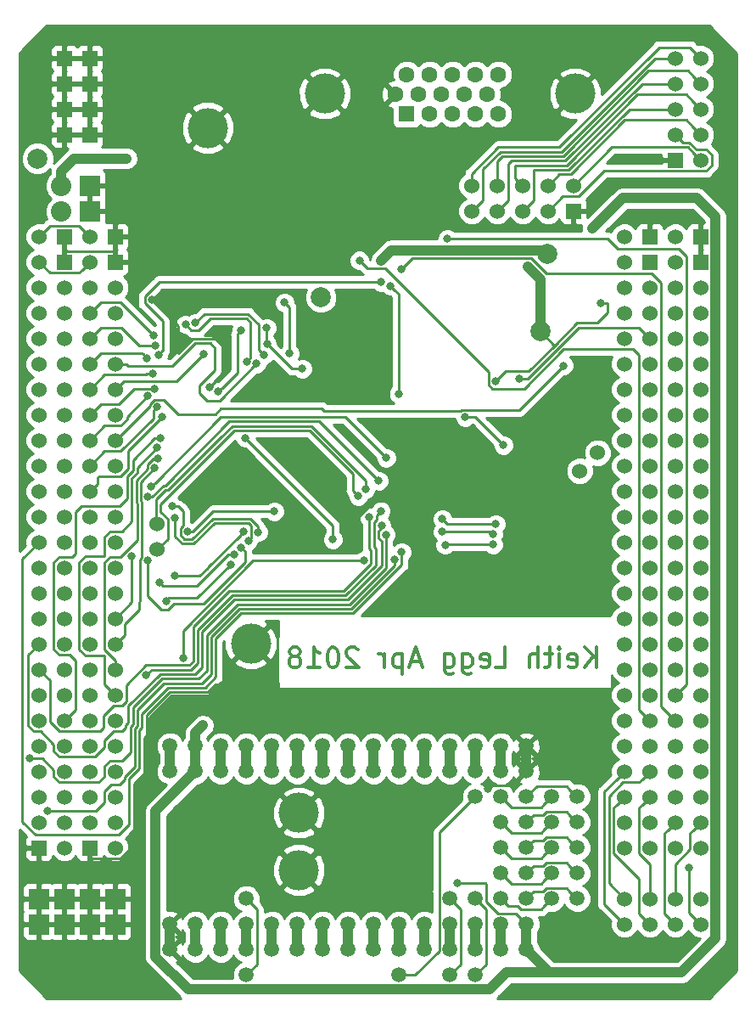
<source format=gbr>
G04 #@! TF.GenerationSoftware,KiCad,Pcbnew,5.0.0-rc2-dev-unknown-0f0d9af~63~ubuntu16.04.1*
G04 #@! TF.CreationDate,2018-03-29T12:16:37-07:00*
G04 #@! TF.ProjectId,mojoback_sram,6D6F6A6F6261636B5F7372616D2E6B69,rev?*
G04 #@! TF.SameCoordinates,Original*
G04 #@! TF.FileFunction,Copper,L2,Bot,Signal*
G04 #@! TF.FilePolarity,Positive*
%FSLAX46Y46*%
G04 Gerber Fmt 4.6, Leading zero omitted, Abs format (unit mm)*
G04 Created by KiCad (PCBNEW 5.0.0-rc2-dev-unknown-0f0d9af~63~ubuntu16.04.1) date Thu Mar 29 12:16:37 2018*
%MOMM*%
%LPD*%
G01*
G04 APERTURE LIST*
%ADD10C,0.300000*%
%ADD11C,2.000000*%
%ADD12C,4.000000*%
%ADD13R,1.524000X1.524000*%
%ADD14R,2.032000X2.032000*%
%ADD15C,1.524000*%
%ADD16C,2.032000*%
%ADD17C,1.500000*%
%ADD18C,1.600000*%
%ADD19R,1.600000X1.600000*%
%ADD20C,0.800000*%
%ADD21C,1.000000*%
%ADD22C,0.250000*%
%ADD23C,0.254000*%
G04 APERTURE END LIST*
D10*
X135760714Y-99639761D02*
X135760714Y-97639761D01*
X134617857Y-99639761D02*
X135475000Y-98496904D01*
X134617857Y-97639761D02*
X135760714Y-98782619D01*
X132998809Y-99544523D02*
X133189285Y-99639761D01*
X133570238Y-99639761D01*
X133760714Y-99544523D01*
X133855952Y-99354047D01*
X133855952Y-98592142D01*
X133760714Y-98401666D01*
X133570238Y-98306428D01*
X133189285Y-98306428D01*
X132998809Y-98401666D01*
X132903571Y-98592142D01*
X132903571Y-98782619D01*
X133855952Y-98973095D01*
X132046428Y-99639761D02*
X132046428Y-98306428D01*
X132046428Y-97639761D02*
X132141666Y-97735000D01*
X132046428Y-97830238D01*
X131951190Y-97735000D01*
X132046428Y-97639761D01*
X132046428Y-97830238D01*
X131379761Y-98306428D02*
X130617857Y-98306428D01*
X131094047Y-97639761D02*
X131094047Y-99354047D01*
X130998809Y-99544523D01*
X130808333Y-99639761D01*
X130617857Y-99639761D01*
X129951190Y-99639761D02*
X129951190Y-97639761D01*
X129094047Y-99639761D02*
X129094047Y-98592142D01*
X129189285Y-98401666D01*
X129379761Y-98306428D01*
X129665476Y-98306428D01*
X129855952Y-98401666D01*
X129951190Y-98496904D01*
X125665476Y-99639761D02*
X126617857Y-99639761D01*
X126617857Y-97639761D01*
X124236904Y-99544523D02*
X124427380Y-99639761D01*
X124808333Y-99639761D01*
X124998809Y-99544523D01*
X125094047Y-99354047D01*
X125094047Y-98592142D01*
X124998809Y-98401666D01*
X124808333Y-98306428D01*
X124427380Y-98306428D01*
X124236904Y-98401666D01*
X124141666Y-98592142D01*
X124141666Y-98782619D01*
X125094047Y-98973095D01*
X122427380Y-98306428D02*
X122427380Y-99925476D01*
X122522619Y-100115952D01*
X122617857Y-100211190D01*
X122808333Y-100306428D01*
X123094047Y-100306428D01*
X123284523Y-100211190D01*
X122427380Y-99544523D02*
X122617857Y-99639761D01*
X122998809Y-99639761D01*
X123189285Y-99544523D01*
X123284523Y-99449285D01*
X123379761Y-99258809D01*
X123379761Y-98687380D01*
X123284523Y-98496904D01*
X123189285Y-98401666D01*
X122998809Y-98306428D01*
X122617857Y-98306428D01*
X122427380Y-98401666D01*
X120617857Y-98306428D02*
X120617857Y-99925476D01*
X120713095Y-100115952D01*
X120808333Y-100211190D01*
X120998809Y-100306428D01*
X121284523Y-100306428D01*
X121475000Y-100211190D01*
X120617857Y-99544523D02*
X120808333Y-99639761D01*
X121189285Y-99639761D01*
X121379761Y-99544523D01*
X121475000Y-99449285D01*
X121570238Y-99258809D01*
X121570238Y-98687380D01*
X121475000Y-98496904D01*
X121379761Y-98401666D01*
X121189285Y-98306428D01*
X120808333Y-98306428D01*
X120617857Y-98401666D01*
X118236904Y-99068333D02*
X117284523Y-99068333D01*
X118427380Y-99639761D02*
X117760714Y-97639761D01*
X117094047Y-99639761D01*
X116427380Y-98306428D02*
X116427380Y-100306428D01*
X116427380Y-98401666D02*
X116236904Y-98306428D01*
X115855952Y-98306428D01*
X115665476Y-98401666D01*
X115570238Y-98496904D01*
X115475000Y-98687380D01*
X115475000Y-99258809D01*
X115570238Y-99449285D01*
X115665476Y-99544523D01*
X115855952Y-99639761D01*
X116236904Y-99639761D01*
X116427380Y-99544523D01*
X114617857Y-99639761D02*
X114617857Y-98306428D01*
X114617857Y-98687380D02*
X114522619Y-98496904D01*
X114427380Y-98401666D01*
X114236904Y-98306428D01*
X114046428Y-98306428D01*
X111951190Y-97830238D02*
X111855952Y-97735000D01*
X111665476Y-97639761D01*
X111189285Y-97639761D01*
X110998809Y-97735000D01*
X110903571Y-97830238D01*
X110808333Y-98020714D01*
X110808333Y-98211190D01*
X110903571Y-98496904D01*
X112046428Y-99639761D01*
X110808333Y-99639761D01*
X109570238Y-97639761D02*
X109379761Y-97639761D01*
X109189285Y-97735000D01*
X109094047Y-97830238D01*
X108998809Y-98020714D01*
X108903571Y-98401666D01*
X108903571Y-98877857D01*
X108998809Y-99258809D01*
X109094047Y-99449285D01*
X109189285Y-99544523D01*
X109379761Y-99639761D01*
X109570238Y-99639761D01*
X109760714Y-99544523D01*
X109855952Y-99449285D01*
X109951190Y-99258809D01*
X110046428Y-98877857D01*
X110046428Y-98401666D01*
X109951190Y-98020714D01*
X109855952Y-97830238D01*
X109760714Y-97735000D01*
X109570238Y-97639761D01*
X106998809Y-99639761D02*
X108141666Y-99639761D01*
X107570238Y-99639761D02*
X107570238Y-97639761D01*
X107760714Y-97925476D01*
X107951190Y-98115952D01*
X108141666Y-98211190D01*
X105855952Y-98496904D02*
X106046428Y-98401666D01*
X106141666Y-98306428D01*
X106236904Y-98115952D01*
X106236904Y-98020714D01*
X106141666Y-97830238D01*
X106046428Y-97735000D01*
X105855952Y-97639761D01*
X105475000Y-97639761D01*
X105284523Y-97735000D01*
X105189285Y-97830238D01*
X105094047Y-98020714D01*
X105094047Y-98115952D01*
X105189285Y-98306428D01*
X105284523Y-98401666D01*
X105475000Y-98496904D01*
X105855952Y-98496904D01*
X106046428Y-98592142D01*
X106141666Y-98687380D01*
X106236904Y-98877857D01*
X106236904Y-99258809D01*
X106141666Y-99449285D01*
X106046428Y-99544523D01*
X105855952Y-99639761D01*
X105475000Y-99639761D01*
X105284523Y-99544523D01*
X105189285Y-99449285D01*
X105094047Y-99258809D01*
X105094047Y-98877857D01*
X105189285Y-98687380D01*
X105284523Y-98592142D01*
X105475000Y-98496904D01*
D11*
X130175000Y-66135000D03*
X108275000Y-62735000D03*
X130875000Y-58435000D03*
D12*
X96975000Y-45835000D03*
X106075000Y-119835000D03*
X106075000Y-114135000D03*
D13*
X85223500Y-38900001D03*
X82683500Y-38900001D03*
X82683500Y-41440001D03*
X85223500Y-41440001D03*
X85223500Y-43980001D03*
X82683500Y-43980001D03*
X82683500Y-46520001D03*
X85223500Y-46520001D03*
D14*
X80143500Y-122720001D03*
X85223500Y-122720001D03*
X82683500Y-122720001D03*
X85223500Y-125260001D03*
X82683500Y-125260001D03*
X80143500Y-125260001D03*
X87763500Y-125260001D03*
X87763500Y-122720001D03*
D15*
X143643500Y-46520001D03*
X146183500Y-46520001D03*
X146183500Y-49060001D03*
X143643500Y-38900001D03*
X143643500Y-41440001D03*
X143643500Y-43980001D03*
D13*
X143643500Y-49060001D03*
D15*
X146183500Y-38900001D03*
X146183500Y-41440001D03*
X146183500Y-43980001D03*
X123323500Y-51600001D03*
X125863500Y-51600001D03*
X128403500Y-51600001D03*
X130943500Y-51600001D03*
X133483500Y-51600001D03*
X123323500Y-54140001D03*
X125863500Y-54140001D03*
X128403500Y-54140001D03*
X130943500Y-54140001D03*
D13*
X133483500Y-54140001D03*
D15*
X146183500Y-110020001D03*
X146183500Y-92240001D03*
X146183500Y-64300001D03*
X146183500Y-66840001D03*
X146183500Y-87160001D03*
X146183500Y-84620001D03*
X146183500Y-71920001D03*
X143643500Y-117640001D03*
X146183500Y-115100001D03*
D13*
X146183500Y-59220001D03*
D15*
X146183500Y-61760001D03*
X146183500Y-69380001D03*
D13*
X146183500Y-56680001D03*
D15*
X146183500Y-74460001D03*
X146183500Y-97320001D03*
X146183500Y-107480001D03*
X146183500Y-79540001D03*
X143643500Y-102400001D03*
X143643500Y-74460001D03*
X146183500Y-102400001D03*
X146183500Y-94780001D03*
X146183500Y-82080001D03*
X143643500Y-56680001D03*
X146183500Y-112560001D03*
X143643500Y-82080001D03*
X143643500Y-110020001D03*
X146183500Y-77000001D03*
X143643500Y-61760001D03*
X146183500Y-99860001D03*
X143643500Y-99860001D03*
X146183500Y-89700001D03*
X143643500Y-112560001D03*
X143643500Y-107480001D03*
X143643500Y-97320001D03*
X143643500Y-92240001D03*
X143643500Y-77000001D03*
X143643500Y-104940001D03*
X143643500Y-69380001D03*
X146183500Y-104940001D03*
X143643500Y-64300001D03*
X143643500Y-66840001D03*
X143643500Y-59220001D03*
X146183500Y-117640001D03*
X143643500Y-79540001D03*
X143643500Y-84620001D03*
X143643500Y-94780001D03*
X143643500Y-71920001D03*
X143643500Y-87160001D03*
X143643500Y-115100001D03*
X143643500Y-89700001D03*
X82683500Y-112560001D03*
X80143500Y-56680001D03*
X80143500Y-69380001D03*
X80143500Y-66840001D03*
X80143500Y-71920001D03*
X80143500Y-115100001D03*
X82683500Y-115100001D03*
X82683500Y-64300001D03*
X80143500Y-99860001D03*
X80143500Y-102400001D03*
X80143500Y-104940001D03*
X80143500Y-92240001D03*
X80143500Y-87160001D03*
X80143500Y-89700001D03*
X82683500Y-104940001D03*
X80143500Y-74460001D03*
X80143500Y-77000001D03*
X80143500Y-79540001D03*
D13*
X80143500Y-117640001D03*
D15*
X80143500Y-64300001D03*
X82683500Y-117640001D03*
D13*
X82683500Y-56680001D03*
D15*
X82683500Y-74460001D03*
X82683500Y-110020001D03*
X82683500Y-107480001D03*
X80143500Y-59220001D03*
X80143500Y-61760001D03*
X82683500Y-99860001D03*
X82683500Y-89700001D03*
X80143500Y-82080001D03*
X80143500Y-84620001D03*
X80143500Y-94780001D03*
X80143500Y-97320001D03*
X80143500Y-107480001D03*
X82683500Y-87160001D03*
X82683500Y-71920001D03*
X82683500Y-84620001D03*
X80143500Y-110020001D03*
X80143500Y-112560001D03*
X82683500Y-66840001D03*
X82683500Y-82080001D03*
X82683500Y-94780001D03*
X82683500Y-102400001D03*
X82683500Y-77000001D03*
D13*
X82683500Y-59220001D03*
D15*
X82683500Y-61760001D03*
X82683500Y-69380001D03*
X82683500Y-97320001D03*
X82683500Y-92240001D03*
X82683500Y-79540001D03*
D13*
X141103500Y-56680001D03*
X141103500Y-59220001D03*
D15*
X141103500Y-61760001D03*
X141103500Y-64300001D03*
X141103500Y-66840001D03*
X141103500Y-69380001D03*
X141103500Y-71920001D03*
X141103500Y-74460001D03*
X141103500Y-77000001D03*
X141103500Y-79540001D03*
X141103500Y-82080001D03*
X141103500Y-84620001D03*
X141103500Y-87160001D03*
X141103500Y-89700001D03*
X141103500Y-92240001D03*
X141103500Y-94780001D03*
X141103500Y-97320001D03*
X141103500Y-99860001D03*
X141103500Y-102400001D03*
X141103500Y-104940001D03*
X141103500Y-107480001D03*
X141103500Y-110020001D03*
X141103500Y-112560001D03*
X141103500Y-115100001D03*
X141103500Y-117640001D03*
X138563500Y-117640001D03*
X138563500Y-115100001D03*
X138563500Y-112560001D03*
X138563500Y-110020001D03*
X138563500Y-107480001D03*
X138563500Y-104940001D03*
X138563500Y-102400001D03*
X138563500Y-99860001D03*
X138563500Y-97320001D03*
X138563500Y-94780001D03*
X138563500Y-92240001D03*
X138563500Y-89700001D03*
X138563500Y-87160001D03*
X138563500Y-84620001D03*
X138563500Y-82080001D03*
X138563500Y-79540001D03*
X138563500Y-77000001D03*
X138563500Y-74460001D03*
X138563500Y-71920001D03*
X138563500Y-69380001D03*
X138563500Y-66840001D03*
X138563500Y-64300001D03*
X138563500Y-61760001D03*
X138563500Y-59220001D03*
X138563500Y-56680001D03*
D13*
X87763500Y-56680001D03*
X87763500Y-59220001D03*
D15*
X87763500Y-61760001D03*
X87763500Y-64300001D03*
X87763500Y-66840001D03*
X87763500Y-69380001D03*
X87763500Y-71920001D03*
X87763500Y-74460001D03*
X87763500Y-77000001D03*
X87763500Y-79540001D03*
X87763500Y-82080001D03*
X87763500Y-84620001D03*
X87763500Y-87160001D03*
X87763500Y-89700001D03*
X87763500Y-92240001D03*
X87763500Y-94780001D03*
X87763500Y-97320001D03*
X87763500Y-99860001D03*
X87763500Y-102400001D03*
X87763500Y-104940001D03*
X87763500Y-107480001D03*
X87763500Y-110020001D03*
X87763500Y-112560001D03*
X87763500Y-115100001D03*
X87763500Y-117640001D03*
D13*
X85223500Y-117640001D03*
D15*
X85223500Y-115100001D03*
X85223500Y-112560001D03*
X85223500Y-110020001D03*
X85223500Y-107480001D03*
X85223500Y-104940001D03*
X85223500Y-102400001D03*
X85223500Y-99860001D03*
X85223500Y-97320001D03*
X85223500Y-94780001D03*
X85223500Y-92240001D03*
X85223500Y-89700001D03*
X85223500Y-87160001D03*
X85223500Y-84620001D03*
X85223500Y-82080001D03*
X85223500Y-79540001D03*
X85223500Y-77000001D03*
X85223500Y-74460001D03*
X85223500Y-71920001D03*
X85223500Y-69380001D03*
X85223500Y-66840001D03*
X85223500Y-64300001D03*
X85223500Y-61760001D03*
X85223500Y-59220001D03*
X85223500Y-56680001D03*
D16*
X82368943Y-51600001D03*
D14*
X85223500Y-54140001D03*
D16*
X82368943Y-54140001D03*
D14*
X85223500Y-51600001D03*
D15*
X138563500Y-122720001D03*
X138563500Y-125260001D03*
X141103500Y-122720001D03*
X141103500Y-125260001D03*
X143643500Y-122720001D03*
X143643500Y-125260001D03*
X146183500Y-122720001D03*
X146183500Y-125260001D03*
X134090949Y-80045051D03*
X135887000Y-78249000D03*
D17*
X100835000Y-130319000D03*
X116075000Y-130319000D03*
X121155000Y-130319000D03*
X123695000Y-130319000D03*
X131315000Y-120159000D03*
X131315000Y-112539000D03*
X133855000Y-115079000D03*
X133855000Y-120159000D03*
X131315000Y-122699000D03*
X131315000Y-117619000D03*
X131315000Y-115079000D03*
X133855000Y-117619000D03*
X133855000Y-112539000D03*
X133855000Y-122699000D03*
X123695000Y-127779000D03*
X121155000Y-127779000D03*
X116075000Y-127779000D03*
X100835000Y-127779000D03*
X118615000Y-127779000D03*
X128775000Y-127779000D03*
X98295000Y-127779000D03*
X110995000Y-127779000D03*
X105915000Y-127779000D03*
X93215000Y-127779000D03*
X126235000Y-127779000D03*
X95755000Y-127779000D03*
X108455000Y-127779000D03*
X103375000Y-127779000D03*
X113535000Y-127779000D03*
X116075000Y-107459000D03*
X100835000Y-107459000D03*
X118615000Y-107459000D03*
X128775000Y-107459000D03*
X98295000Y-107459000D03*
X110995000Y-107459000D03*
X105915000Y-107459000D03*
X93215000Y-107459000D03*
X126235000Y-107459000D03*
X95755000Y-107459000D03*
X108455000Y-107459000D03*
X103375000Y-107459000D03*
X113535000Y-107459000D03*
X121155000Y-107459000D03*
X123695000Y-107459000D03*
X128775000Y-125239000D03*
X128775000Y-122699000D03*
X128775000Y-120159000D03*
X128775000Y-117619000D03*
X128775000Y-115079000D03*
X128775000Y-112539000D03*
X128775000Y-109999000D03*
X126235000Y-122699000D03*
X126235000Y-112539000D03*
X126235000Y-117619000D03*
X126235000Y-125239000D03*
X126235000Y-115079000D03*
X126235000Y-109999000D03*
X126235000Y-120159000D03*
X123695000Y-125239000D03*
X123695000Y-122699000D03*
X123695000Y-112539000D03*
X123695000Y-109999000D03*
X121155000Y-122699000D03*
X121155000Y-125239000D03*
X121155000Y-109999000D03*
X118615000Y-109999000D03*
X116075000Y-109999000D03*
X113535000Y-109999000D03*
X110995000Y-109999000D03*
X108455000Y-109999000D03*
X105915000Y-109999000D03*
X103375000Y-109999000D03*
X100835000Y-109999000D03*
X98295000Y-109999000D03*
X95755000Y-109999000D03*
X93215000Y-109999000D03*
X118615000Y-125239000D03*
X103375000Y-125239000D03*
X100835000Y-125239000D03*
X98295000Y-125239000D03*
X108455000Y-125239000D03*
X113535000Y-125239000D03*
X105915000Y-125239000D03*
X95755000Y-125239000D03*
X116075000Y-125239000D03*
X110995000Y-125239000D03*
X100835000Y-122699000D03*
X93215000Y-125239000D03*
D12*
X108648000Y-42417000D03*
X133648000Y-42417000D03*
D18*
X125993000Y-40507000D03*
X123703000Y-40507000D03*
X121413000Y-40507000D03*
X119123000Y-40507000D03*
X116833000Y-40507000D03*
X124848000Y-42487000D03*
X122558000Y-42487000D03*
X120268000Y-42487000D03*
X117978000Y-42487000D03*
X115688000Y-42487000D03*
X125993000Y-44467000D03*
X123703000Y-44467000D03*
X121413000Y-44467000D03*
X119123000Y-44467000D03*
D19*
X116833000Y-44467000D03*
D15*
X91945000Y-85361000D03*
X91945000Y-87901000D03*
D12*
X101275000Y-97265000D03*
D11*
X80010000Y-48895000D03*
D20*
X128905000Y-59690000D03*
X88900000Y-48895000D03*
X114300000Y-59055000D03*
X136175000Y-63335000D03*
X121917000Y-121175000D03*
X109471000Y-86885000D03*
X96517000Y-105427000D03*
X135379000Y-55897000D03*
X100740558Y-76775891D03*
X125727000Y-71137000D03*
X98036665Y-72148015D03*
X126489000Y-77487000D03*
X122679000Y-74693000D03*
X100327000Y-66057000D03*
X100835000Y-101871000D03*
X124965000Y-111777000D03*
X111410396Y-85995577D03*
X97138873Y-71707567D03*
X91437000Y-63009000D03*
X134871000Y-82059000D03*
X90970555Y-72587020D03*
X100322208Y-87660273D03*
X90949101Y-88974991D03*
X93675000Y-90535000D03*
X105153000Y-68343000D03*
X104645000Y-63263000D03*
X96558809Y-68394128D03*
X102928647Y-67403083D03*
X102867000Y-65803000D03*
X106423000Y-69867000D03*
X101851000Y-69359000D03*
X100870073Y-69164565D03*
X94760902Y-65444695D03*
X102604016Y-68492393D03*
X95750340Y-65299660D03*
X91592109Y-66550054D03*
X91755368Y-67536649D03*
X90929001Y-68806450D03*
X91490319Y-70338010D03*
X91691000Y-71862010D03*
X91946209Y-73678209D03*
X92453000Y-74693000D03*
X92261231Y-76792305D03*
X91945000Y-77741000D03*
X120673103Y-87416421D03*
X92851169Y-93024507D03*
X99252865Y-89366865D03*
X125473000Y-87393000D03*
X92142260Y-91134119D03*
X99615518Y-88367813D03*
X125473000Y-86377000D03*
X120393000Y-86123000D03*
X125727000Y-85361000D03*
X120393000Y-84853000D03*
X101062009Y-86987430D03*
X93723731Y-84720592D03*
X102031012Y-86169706D03*
X93469000Y-83583000D03*
X94515442Y-98699924D03*
X112538332Y-89008297D03*
X115603990Y-88912340D03*
X81019775Y-113939726D03*
X116329000Y-88155000D03*
X94993000Y-86123000D03*
X103629000Y-84091000D03*
X100580992Y-86110705D03*
X114768876Y-86393101D03*
X79245000Y-108729000D03*
X114323211Y-85497888D03*
X113072409Y-84650712D03*
X114277360Y-84047876D03*
X90859728Y-100441979D03*
X92007231Y-78824305D03*
X91691000Y-79773000D03*
X89405000Y-88524980D03*
X91024143Y-82662143D03*
X114043000Y-81043000D03*
X91340458Y-81638223D03*
X114805000Y-78757000D03*
X132516135Y-69544135D03*
X145031000Y-119651000D03*
X115222875Y-61608864D03*
X116026743Y-72358742D03*
X92053087Y-68491315D03*
X114297000Y-61231000D03*
X120901000Y-56913000D03*
X116329000Y-59961000D03*
X112114470Y-59048470D03*
X128077034Y-70883000D03*
X112011000Y-82567000D03*
X112732540Y-81874610D03*
D21*
X130175000Y-60960000D02*
X128905000Y-59690000D01*
X115315020Y-58039980D02*
X130479980Y-58039980D01*
X130479980Y-58039980D02*
X130875000Y-58435000D01*
X114300000Y-59055000D02*
X115315020Y-58039980D01*
X130175000Y-66135000D02*
X130175000Y-60960000D01*
X88900000Y-48895000D02*
X83637104Y-48895000D01*
X83637104Y-48895000D02*
X82368943Y-50163161D01*
X82368943Y-50163161D02*
X82368943Y-51600001D01*
D22*
X131615000Y-67535000D02*
X133855000Y-65295000D01*
X131575000Y-67535000D02*
X130175000Y-66135000D01*
X129029000Y-70121000D02*
X131615000Y-67535000D01*
X131615000Y-67535000D02*
X131575000Y-67535000D01*
X136903000Y-64279000D02*
X136903000Y-63335000D01*
X136903000Y-63335000D02*
X136175000Y-63335000D01*
D21*
X95058999Y-131769001D02*
X91764999Y-128475001D01*
X125100999Y-131769001D02*
X95058999Y-131769001D01*
X126805000Y-130065000D02*
X125100999Y-131769001D01*
X131061000Y-130065000D02*
X126805000Y-130065000D01*
X91764999Y-128475001D02*
X91764999Y-113989001D01*
X91764999Y-113989001D02*
X95755000Y-109999000D01*
D22*
X124770001Y-121234001D02*
X124711000Y-121175000D01*
X124711000Y-121175000D02*
X121917000Y-121175000D01*
X124770001Y-121488001D02*
X124770001Y-121234001D01*
X125921999Y-124163999D02*
X124770001Y-123012001D01*
X124770001Y-123012001D02*
X124770001Y-121488001D01*
X128775000Y-125239000D02*
X127699999Y-124163999D01*
X127699999Y-124163999D02*
X125921999Y-124163999D01*
X109471000Y-85506333D02*
X101140557Y-77175890D01*
X101140557Y-77175890D02*
X100740558Y-76775891D01*
X109471000Y-86885000D02*
X109471000Y-85506333D01*
D21*
X95755000Y-107459000D02*
X95755000Y-106189000D01*
X95755000Y-106189000D02*
X96517000Y-105427000D01*
X95755000Y-109999000D02*
X95755000Y-107459000D01*
X128775000Y-125239000D02*
X128775000Y-127779000D01*
X144269000Y-130065000D02*
X131061000Y-130065000D01*
X131061000Y-130065000D02*
X128775000Y-127779000D01*
X147645501Y-126688499D02*
X144269000Y-130065000D01*
X147645501Y-54701501D02*
X147645501Y-126688499D01*
X145793000Y-52849000D02*
X147645501Y-54701501D01*
X138427000Y-52849000D02*
X145793000Y-52849000D01*
X135379000Y-55897000D02*
X138427000Y-52849000D01*
D22*
X135887000Y-65295000D02*
X136903000Y-64279000D01*
X133855000Y-65295000D02*
X135887000Y-65295000D01*
X126743000Y-70121000D02*
X129029000Y-70121000D01*
X125727000Y-71137000D02*
X126743000Y-70121000D01*
X99927001Y-66456999D02*
X99927001Y-70257679D01*
X100327000Y-66057000D02*
X99927001Y-66456999D01*
X99927001Y-70257679D02*
X98436664Y-71748016D01*
X98436664Y-71748016D02*
X98036665Y-72148015D01*
X123695000Y-74693000D02*
X126489000Y-77487000D01*
X122679000Y-74693000D02*
X123695000Y-74693000D01*
X80143500Y-59220001D02*
X81230501Y-60307002D01*
X81230501Y-60307002D02*
X84136499Y-60307002D01*
X84136499Y-60307002D02*
X84461501Y-59982000D01*
X84461501Y-59982000D02*
X85223500Y-59220001D01*
D21*
X128775000Y-109999000D02*
X128775000Y-107459000D01*
D22*
X97787000Y-101363000D02*
X100327000Y-101363000D01*
X100327000Y-101363000D02*
X100835000Y-101871000D01*
X97025000Y-102125000D02*
X97787000Y-101363000D01*
X93215000Y-102125000D02*
X97025000Y-102125000D01*
X90929000Y-104411000D02*
X93215000Y-102125000D01*
X90929000Y-106443000D02*
X90929000Y-104411000D01*
X90675000Y-106697000D02*
X90929000Y-106443000D01*
X90675000Y-110253000D02*
X90675000Y-106697000D01*
X89659000Y-111269000D02*
X90675000Y-110253000D01*
X89659000Y-115841000D02*
X89659000Y-111269000D01*
X89151000Y-116349000D02*
X89659000Y-115841000D01*
X89151000Y-116603000D02*
X89151000Y-116349000D01*
X89151000Y-117861263D02*
X89151000Y-116603000D01*
X85223500Y-117640001D02*
X85223500Y-118652001D01*
X85223500Y-118652001D02*
X85298501Y-118727002D01*
X88285261Y-118727002D02*
X89151000Y-117861263D01*
X85298501Y-118727002D02*
X88285261Y-118727002D01*
X93193999Y-125260001D02*
X93215000Y-125239000D01*
X124965000Y-111777000D02*
X125364999Y-111377001D01*
X125364999Y-111377001D02*
X127396999Y-111377001D01*
X127396999Y-111377001D02*
X128025001Y-110748999D01*
X128025001Y-110748999D02*
X128775000Y-109999000D01*
X134871000Y-82059000D02*
X114594395Y-82059000D01*
X111410396Y-85242999D02*
X111410396Y-85429892D01*
X114594395Y-82059000D02*
X111410396Y-85242999D01*
X111410396Y-85429892D02*
X111410396Y-85995577D01*
D21*
X93215000Y-127779000D02*
X93215000Y-125239000D01*
D22*
X98491011Y-70355429D02*
X97138873Y-71707567D01*
X94035900Y-65607900D02*
X94035900Y-68281280D01*
X91437000Y-63009000D02*
X94035900Y-65607900D01*
X98491011Y-67648600D02*
X98491011Y-70355429D01*
X94035900Y-68281280D02*
X95440191Y-66876989D01*
X97719400Y-66876989D02*
X98491011Y-67648600D01*
X95440191Y-66876989D02*
X97719400Y-66876989D01*
X82683500Y-59220001D02*
X82683500Y-58208001D01*
X82683500Y-58208001D02*
X82758501Y-58133000D01*
X82758501Y-58133000D02*
X87688499Y-58133000D01*
X87688499Y-58133000D02*
X87763500Y-58208001D01*
X87763500Y-58208001D02*
X87763500Y-59220001D01*
X143643500Y-122720001D02*
X143643500Y-119248763D01*
X143643500Y-119248763D02*
X145096499Y-117795764D01*
X145096499Y-117795764D02*
X145096499Y-116187002D01*
X145096499Y-116187002D02*
X145421501Y-115862000D01*
X145421501Y-115862000D02*
X146183500Y-115100001D01*
X141103500Y-119248763D02*
X140016499Y-118161762D01*
X140341501Y-113322000D02*
X141103500Y-112560001D01*
X141103500Y-122720001D02*
X141103500Y-119248763D01*
X140016499Y-118161762D02*
X140016499Y-113647002D01*
X140016499Y-113647002D02*
X140341501Y-113322000D01*
X96158810Y-68794127D02*
X96558809Y-68394128D01*
X88602340Y-71081161D02*
X93871776Y-71081161D01*
X93871776Y-71081161D02*
X96158810Y-68794127D01*
X87763500Y-71920001D02*
X88602340Y-71081161D01*
X98175000Y-73035000D02*
X101851000Y-69359000D01*
X96925000Y-73035000D02*
X98175000Y-73035000D01*
X96175000Y-72285000D02*
X96925000Y-73035000D01*
X96175000Y-71535000D02*
X96175000Y-72285000D01*
X97675000Y-70035000D02*
X96175000Y-71535000D01*
X97675000Y-67785000D02*
X97675000Y-70035000D01*
X97217000Y-67327000D02*
X97675000Y-67785000D01*
X95755000Y-67327000D02*
X97217000Y-67327000D01*
X93469000Y-69613000D02*
X95755000Y-67327000D01*
X89074129Y-69613000D02*
X93469000Y-69613000D01*
X87763500Y-69380001D02*
X88841130Y-69380001D01*
X88841130Y-69380001D02*
X89074129Y-69613000D01*
X91192110Y-66150055D02*
X91592109Y-66550054D01*
X88255055Y-63213000D02*
X91192110Y-66150055D01*
X86310501Y-63213000D02*
X88255055Y-63213000D01*
X85223500Y-64300001D02*
X86310501Y-63213000D01*
X86310501Y-65753000D02*
X88389702Y-65753000D01*
X88389702Y-65753000D02*
X90173351Y-67536649D01*
X90173351Y-67536649D02*
X91189683Y-67536649D01*
X91189683Y-67536649D02*
X91755368Y-67536649D01*
X85223500Y-66840001D02*
X86310501Y-65753000D01*
X85223500Y-69380001D02*
X86310501Y-68293000D01*
X86310501Y-68293000D02*
X90415551Y-68293000D01*
X90529002Y-68406451D02*
X90929001Y-68806450D01*
X90415551Y-68293000D02*
X90529002Y-68406451D01*
X85223500Y-71920001D02*
X86676499Y-70467002D01*
X86676499Y-70467002D02*
X90795642Y-70467002D01*
X90924634Y-70338010D02*
X91490319Y-70338010D01*
X90795642Y-70467002D02*
X90924634Y-70338010D01*
X88087000Y-73373000D02*
X89597990Y-71862010D01*
X89597990Y-71862010D02*
X91691000Y-71862010D01*
X85223500Y-74460001D02*
X86310501Y-73373000D01*
X86310501Y-73373000D02*
X88087000Y-73373000D01*
X88925000Y-74907263D02*
X88925000Y-74632575D01*
X88925000Y-74632575D02*
X90970555Y-72587020D01*
X85223500Y-77000001D02*
X86676499Y-75547002D01*
X88285261Y-75547002D02*
X88925000Y-74907263D01*
X86676499Y-75547002D02*
X88285261Y-75547002D01*
X85223500Y-79540001D02*
X86676499Y-78087002D01*
X86676499Y-78087002D02*
X88285261Y-78087002D01*
X85985499Y-80724501D02*
X86082998Y-80627002D01*
X86082998Y-80627002D02*
X88291354Y-80627002D01*
X85223500Y-82080001D02*
X85985499Y-81318002D01*
X85985499Y-81318002D02*
X85985499Y-80724501D01*
X92542259Y-91534118D02*
X92142260Y-91134119D01*
X99615518Y-88367813D02*
X99049833Y-88367813D01*
X99049833Y-88367813D02*
X95883528Y-91534118D01*
X95883528Y-91534118D02*
X92542259Y-91534118D01*
X96736200Y-93132923D02*
X96739022Y-93132923D01*
X90949101Y-88974991D02*
X90949101Y-92541328D01*
X96739022Y-93132923D02*
X100722207Y-89149738D01*
X100722207Y-88060272D02*
X100322208Y-87660273D01*
X93628998Y-93271998D02*
X96597125Y-93271998D01*
X92310771Y-93902998D02*
X92997998Y-93902998D01*
X100722207Y-89149738D02*
X100722207Y-88060272D01*
X92997998Y-93902998D02*
X93628998Y-93271998D01*
X96597125Y-93271998D02*
X96736200Y-93132923D01*
X90949101Y-92541328D02*
X92310771Y-93902998D01*
X78483000Y-115048263D02*
X78483000Y-88820501D01*
X78483000Y-88820501D02*
X80143500Y-87160001D01*
X97012697Y-89697303D02*
X96175000Y-90535000D01*
X96175000Y-90535000D02*
X93675000Y-90535000D01*
X97012697Y-89679000D02*
X97012697Y-89697303D01*
X79056499Y-105461762D02*
X79056499Y-98407002D01*
X79056499Y-98407002D02*
X80143500Y-97320001D01*
X95536945Y-95607823D02*
X95536945Y-99038234D01*
X113072409Y-87752235D02*
X113273746Y-87953572D01*
X110571002Y-92000945D02*
X99143823Y-92000945D01*
X86611000Y-105681000D02*
X86264998Y-106027002D01*
X90816807Y-99424934D02*
X88850501Y-101391240D01*
X113072409Y-84650712D02*
X113072409Y-87752235D01*
X95150245Y-99424934D02*
X90816807Y-99424934D01*
X95536945Y-99038234D02*
X95150245Y-99424934D01*
X99143823Y-92000945D02*
X95536945Y-95607823D01*
X113273746Y-87953572D02*
X113273746Y-89298202D01*
X88850501Y-103056266D02*
X88419765Y-103487002D01*
X81230501Y-105095764D02*
X81230501Y-100947002D01*
X113273746Y-89298202D02*
X110571002Y-92000945D01*
X88419765Y-103487002D02*
X87607737Y-103487002D01*
X81230501Y-100947002D02*
X80143500Y-99860001D01*
X88850501Y-101391240D02*
X88850501Y-103056266D01*
X87607737Y-103487002D02*
X86611000Y-104483739D01*
X86611000Y-104483739D02*
X86611000Y-105681000D01*
X86264998Y-106027002D02*
X82161739Y-106027002D01*
X82161739Y-106027002D02*
X81230501Y-105095764D01*
X145732909Y-47973000D02*
X145041909Y-47282000D01*
X146705261Y-50147002D02*
X147270501Y-49581762D01*
X145041909Y-47282000D02*
X144405499Y-47282000D01*
X147270501Y-48538240D02*
X146705261Y-47973000D01*
X132396499Y-52687002D02*
X134005261Y-52687002D01*
X146705261Y-47973000D02*
X145732909Y-47973000D01*
X130943500Y-54140001D02*
X132396499Y-52687002D01*
X136545261Y-50147002D02*
X146705261Y-50147002D01*
X134005261Y-52687002D02*
X136545261Y-50147002D01*
X144405499Y-47282000D02*
X143643500Y-46520001D01*
X147270501Y-49581762D02*
X147270501Y-48538240D01*
X142565870Y-43980001D02*
X143643500Y-43980001D01*
X133009000Y-50019055D02*
X139048054Y-43980001D01*
X128403500Y-54140001D02*
X129490501Y-53053000D01*
X129490501Y-50019055D02*
X133009000Y-50019055D01*
X139048054Y-43980001D02*
X142565870Y-43980001D01*
X129490501Y-53053000D02*
X129490501Y-50019055D01*
X127296556Y-49119033D02*
X132636200Y-49119033D01*
X132636200Y-49119033D02*
X140315232Y-41440001D01*
X142565870Y-41440001D02*
X143643500Y-41440001D01*
X140315232Y-41440001D02*
X142565870Y-41440001D01*
X125863500Y-54140001D02*
X126950501Y-53053000D01*
X126950501Y-49465088D02*
X127296556Y-49119033D01*
X126950501Y-53053000D02*
X126950501Y-49465088D01*
X126167399Y-48219011D02*
X124410501Y-49975909D01*
X141582410Y-38900001D02*
X132263400Y-48219011D01*
X124410501Y-49975909D02*
X124410501Y-53053000D01*
X132263400Y-48219011D02*
X126167399Y-48219011D01*
X124085499Y-53378002D02*
X123323500Y-54140001D01*
X143643500Y-38900001D02*
X141582410Y-38900001D01*
X124410501Y-53053000D02*
X124085499Y-53378002D01*
X137314501Y-47769000D02*
X144892499Y-47769000D01*
X133483500Y-51600001D02*
X137314501Y-47769000D01*
X145421501Y-48298002D02*
X146183500Y-49060001D01*
X144892499Y-47769000D02*
X145421501Y-48298002D01*
X130943500Y-51600001D02*
X132074435Y-50469066D01*
X145421501Y-45758002D02*
X146183500Y-46520001D01*
X144730501Y-45067002D02*
X145421501Y-45758002D01*
X138597463Y-45067002D02*
X144730501Y-45067002D01*
X133195400Y-50469066D02*
X138597463Y-45067002D01*
X132074435Y-50469066D02*
X133195400Y-50469066D01*
X145421501Y-43218002D02*
X146183500Y-43980001D01*
X139864641Y-42527002D02*
X144730501Y-42527002D01*
X128403500Y-51600001D02*
X127641501Y-50838002D01*
X127641501Y-49569044D02*
X132822600Y-49569044D01*
X144730501Y-42527002D02*
X145421501Y-43218002D01*
X127641501Y-50838002D02*
X127641501Y-49569044D01*
X132822600Y-49569044D02*
X139864641Y-42527002D01*
X125863500Y-51600001D02*
X125863500Y-49159320D01*
X125863500Y-49159320D02*
X126353798Y-48669022D01*
X132449800Y-48669022D02*
X140969821Y-40149000D01*
X145421501Y-40678002D02*
X146183500Y-41440001D01*
X144892499Y-40149000D02*
X145421501Y-40678002D01*
X126353798Y-48669022D02*
X132449800Y-48669022D01*
X140969821Y-40149000D02*
X144892499Y-40149000D01*
X125981000Y-47769000D02*
X123323500Y-50426500D01*
X123323500Y-50426500D02*
X123323500Y-51600001D01*
X132077000Y-47769000D02*
X125981000Y-47769000D01*
X142033000Y-37813000D02*
X132077000Y-47769000D01*
X146183500Y-38900001D02*
X145096499Y-37813000D01*
X145096499Y-37813000D02*
X142033000Y-37813000D01*
X104645000Y-63263000D02*
X105153000Y-63771000D01*
X105153000Y-63771000D02*
X105153000Y-68343000D01*
X102867000Y-65803000D02*
X102867000Y-67341436D01*
X102867000Y-67341436D02*
X102928647Y-67403083D01*
X103328646Y-67803082D02*
X102928647Y-67403083D01*
X105392564Y-69867000D02*
X103328646Y-67803082D01*
X106423000Y-69867000D02*
X105392564Y-69867000D01*
X101270072Y-68764566D02*
X100870073Y-69164565D01*
X94760902Y-65444695D02*
X95340868Y-66024661D01*
X101270072Y-65290657D02*
X101270072Y-68764566D01*
X95340868Y-66024661D02*
X96098341Y-66024661D01*
X96098341Y-66024661D02*
X97241015Y-64881987D01*
X97241015Y-64881987D02*
X100861402Y-64881987D01*
X100861402Y-64881987D02*
X101270072Y-65290657D01*
X101007487Y-64391661D02*
X102060031Y-65444205D01*
X102060031Y-67948408D02*
X102204017Y-68092394D01*
X95750340Y-65299660D02*
X96658339Y-64391661D01*
X102204017Y-68092394D02*
X102604016Y-68492393D01*
X96658339Y-64391661D02*
X101007487Y-64391661D01*
X102060031Y-65444205D02*
X102060031Y-67948408D01*
X91545001Y-74827262D02*
X91545001Y-74079417D01*
X91545001Y-74079417D02*
X91546210Y-74078208D01*
X91546210Y-74078208D02*
X91946209Y-73678209D01*
X88285261Y-78087002D02*
X91545001Y-74827262D01*
X89070967Y-79847389D02*
X88291354Y-80627002D01*
X89070967Y-78075033D02*
X89070967Y-79847389D01*
X92453000Y-74693000D02*
X89070967Y-78075033D01*
X88949108Y-82768892D02*
X88949108Y-80605659D01*
X83205261Y-98407002D02*
X82161739Y-98407002D01*
X91695546Y-76792305D02*
X92261231Y-76792305D01*
X82683500Y-104940001D02*
X83770501Y-103853000D01*
X82161739Y-98407002D02*
X81596499Y-97841762D01*
X83475674Y-88613000D02*
X83770501Y-88318173D01*
X81596499Y-97841762D02*
X81596499Y-89178240D01*
X89520978Y-80033789D02*
X89520978Y-78966873D01*
X88949108Y-80605659D02*
X89520978Y-80033789D01*
X83770501Y-98972242D02*
X83205261Y-98407002D01*
X81596499Y-89178240D02*
X82161739Y-88613000D01*
X84375000Y-83533000D02*
X88185000Y-83533000D01*
X88185000Y-83533000D02*
X88949108Y-82768892D01*
X89520978Y-78966873D02*
X91695546Y-76792305D01*
X82161739Y-88613000D02*
X83475674Y-88613000D01*
X83770501Y-88318173D02*
X83770501Y-84137499D01*
X83770501Y-103853000D02*
X83770501Y-98972242D01*
X83770501Y-84137499D02*
X84375000Y-83533000D01*
X89399119Y-80792059D02*
X89399119Y-85112881D01*
X86676499Y-98478172D02*
X86676499Y-101313000D01*
X86676499Y-88541830D02*
X84772909Y-88541830D01*
X86676499Y-101313000D02*
X87001501Y-101638002D01*
X86676499Y-86638240D02*
X86676499Y-88541830D01*
X91945000Y-77741000D02*
X89970989Y-79715011D01*
X84772909Y-88541830D02*
X84136499Y-89178240D01*
X89970989Y-80220189D02*
X89399119Y-80792059D01*
X84136499Y-89178240D02*
X84136499Y-97841762D01*
X84136499Y-97841762D02*
X84772909Y-98478172D01*
X89970989Y-79715011D02*
X89970989Y-80220189D01*
X87001501Y-101638002D02*
X87763500Y-102400001D01*
X89399119Y-85112881D02*
X88439000Y-86073000D01*
X84772909Y-98478172D02*
X86676499Y-98478172D01*
X88439000Y-86073000D02*
X87241739Y-86073000D01*
X87241739Y-86073000D02*
X86676499Y-86638240D01*
X125473000Y-87393000D02*
X120696524Y-87393000D01*
X120696524Y-87393000D02*
X120673103Y-87416421D01*
X93140025Y-92735651D02*
X92851169Y-93024507D01*
X95884079Y-92735651D02*
X93140025Y-92735651D01*
X99252865Y-89366865D02*
X95884079Y-92735651D01*
X120393000Y-86123000D02*
X125219000Y-86123000D01*
X125219000Y-86123000D02*
X125473000Y-86377000D01*
X120393000Y-84853000D02*
X120901000Y-85361000D01*
X120901000Y-85361000D02*
X125727000Y-85361000D01*
X97651801Y-85245020D02*
X95598808Y-87298013D01*
X101030024Y-85245020D02*
X97651801Y-85245020D01*
X101306002Y-85520998D02*
X101030024Y-85245020D01*
X93723731Y-86563146D02*
X93723731Y-85286277D01*
X94458598Y-87298013D02*
X93723731Y-86563146D01*
X101306002Y-86743437D02*
X101306002Y-85520998D01*
X93723731Y-85286277D02*
X93723731Y-84720592D01*
X101062009Y-86987430D02*
X101306002Y-86743437D01*
X95598808Y-87298013D02*
X94458598Y-87298013D01*
X102031012Y-85604021D02*
X102031012Y-86169706D01*
X94267998Y-86471002D02*
X94644998Y-86848002D01*
X94542991Y-85500005D02*
X94267998Y-85774998D01*
X94267998Y-85774998D02*
X94267998Y-86471002D01*
X94644998Y-86848002D02*
X95412408Y-86848002D01*
X94034685Y-83583000D02*
X94542991Y-84091306D01*
X93469000Y-83583000D02*
X94034685Y-83583000D01*
X97465401Y-84795009D02*
X101222000Y-84795009D01*
X94542991Y-84091306D02*
X94542991Y-85500005D01*
X101222000Y-84795009D02*
X102031012Y-85604021D01*
X95412408Y-86848002D02*
X97465401Y-84795009D01*
X101500061Y-89008297D02*
X94515442Y-95992916D01*
X112538332Y-89008297D02*
X101500061Y-89008297D01*
X94515442Y-98134239D02*
X94515442Y-98699924D01*
X94515442Y-95992916D02*
X94515442Y-98134239D01*
X81019775Y-113939726D02*
X85818535Y-113939726D01*
X85818535Y-113939726D02*
X86676499Y-113081762D01*
X88192990Y-111336600D02*
X88700989Y-110828601D01*
X88700989Y-110574600D02*
X89716989Y-109558600D01*
X97336989Y-100289011D02*
X97336989Y-96604600D01*
X97336989Y-96604600D02*
X100140600Y-93800989D01*
X100140600Y-93800989D02*
X111316601Y-93800989D01*
X115603990Y-89478025D02*
X115603990Y-88912340D01*
X92591022Y-101224978D02*
X96401022Y-101224978D01*
X115603990Y-89513600D02*
X115603990Y-89478025D01*
X111316601Y-93800989D02*
X115603990Y-89513600D01*
X86676499Y-113081762D02*
X86676499Y-112038240D01*
X88700989Y-110828601D02*
X88700989Y-110574600D01*
X96401022Y-101224978D02*
X97336989Y-100289011D01*
X86676499Y-112038240D02*
X87378139Y-111336600D01*
X89970989Y-103845011D02*
X92591022Y-101224978D01*
X89970988Y-105494601D02*
X89970989Y-103845011D01*
X89716989Y-105748600D02*
X89970988Y-105494601D01*
X89716989Y-109558600D02*
X89716989Y-105748600D01*
X87378139Y-111336600D02*
X88192990Y-111336600D01*
X96713011Y-101674989D02*
X97787000Y-100601000D01*
X111503000Y-94251000D02*
X116329000Y-89425000D01*
X97787000Y-96791000D02*
X100327000Y-94251000D01*
X116329000Y-89425000D02*
X116329000Y-88720685D01*
X90420999Y-105427000D02*
X90420999Y-104282590D01*
X93028600Y-101674989D02*
X96713011Y-101674989D01*
X100327000Y-94251000D02*
X111503000Y-94251000D01*
X90420999Y-104282590D02*
X93028600Y-101674989D01*
X97787000Y-100601000D02*
X97787000Y-96791000D01*
X116329000Y-88720685D02*
X116329000Y-88155000D01*
X90420999Y-105427000D02*
X90420999Y-105301411D01*
X90420999Y-105681000D02*
X90420999Y-105427000D01*
X90167000Y-105934999D02*
X90420999Y-105681000D01*
X90167000Y-109744999D02*
X90167000Y-105934999D01*
X89151000Y-110760999D02*
X90167000Y-109744999D01*
X89151000Y-115321263D02*
X89151000Y-110760999D01*
X79783737Y-116349000D02*
X88123263Y-116349000D01*
X88123263Y-116349000D02*
X89151000Y-115321263D01*
X78483000Y-115048263D02*
X79783737Y-116349000D01*
X97533000Y-84091000D02*
X95501000Y-86123000D01*
X95501000Y-86123000D02*
X94993000Y-86123000D01*
X103629000Y-84091000D02*
X97533000Y-84091000D01*
X97012697Y-89679000D02*
X100180993Y-86510704D01*
X100180993Y-86510704D02*
X100580992Y-86110705D01*
X89266978Y-108132741D02*
X89266978Y-105562200D01*
X86111259Y-111107002D02*
X86676499Y-110541762D01*
X79245000Y-108729000D02*
X80461261Y-108729000D01*
X80461261Y-108729000D02*
X81596499Y-109864238D01*
X88466719Y-108933000D02*
X89266978Y-108132741D01*
X86676499Y-110541762D02*
X86676499Y-109498240D01*
X86676499Y-109498240D02*
X87241739Y-108933000D01*
X87241739Y-108933000D02*
X88466719Y-108933000D01*
X89266978Y-105562200D02*
X89520978Y-105308200D01*
X89520978Y-103658611D02*
X92404622Y-100774967D01*
X92404622Y-100774967D02*
X96089033Y-100774967D01*
X96089033Y-100774967D02*
X96886978Y-99977022D01*
X96886978Y-99977022D02*
X96886978Y-96418200D01*
X114787292Y-89693888D02*
X114787292Y-86411517D01*
X81596499Y-110541762D02*
X82161739Y-111107002D01*
X111130202Y-93350978D02*
X114787292Y-89693888D01*
X96886978Y-96418200D02*
X99954200Y-93350978D01*
X114787292Y-86411517D02*
X114768876Y-86393101D01*
X82161739Y-111107002D02*
X86111259Y-111107002D01*
X99954200Y-93350978D02*
X111130202Y-93350978D01*
X81596499Y-109864238D02*
X81596499Y-110541762D01*
X89520978Y-105308200D02*
X89520978Y-103658611D01*
X85745261Y-108567002D02*
X86676499Y-107635764D01*
X110943802Y-92900967D02*
X114333998Y-89510771D01*
X89070967Y-103472211D02*
X92218222Y-100324956D01*
X92218222Y-100324956D02*
X95757828Y-100324956D01*
X82161739Y-108567002D02*
X85745261Y-108567002D01*
X79056499Y-105461762D02*
X79621739Y-106027002D01*
X79621739Y-106027002D02*
X80299263Y-106027002D01*
X81596499Y-108001762D02*
X82161739Y-108567002D01*
X88419765Y-106027002D02*
X88816967Y-105629800D01*
X114323211Y-85765762D02*
X114323211Y-85497888D01*
X80299263Y-106027002D02*
X81596499Y-107324238D01*
X86676499Y-107635764D02*
X86676499Y-106958240D01*
X88816967Y-105629800D02*
X88816967Y-105375800D01*
X114043874Y-86045099D02*
X114323211Y-85765762D01*
X114043874Y-86741103D02*
X114043874Y-86045099D01*
X114333998Y-87031227D02*
X114043874Y-86741103D01*
X114333998Y-89510771D02*
X114333998Y-87031227D01*
X99642211Y-92900967D02*
X110943802Y-92900967D01*
X88816967Y-105375800D02*
X89070967Y-105121800D01*
X87607737Y-106027002D02*
X88419765Y-106027002D01*
X86676499Y-106958240D02*
X87607737Y-106027002D01*
X89070967Y-105121800D02*
X89070967Y-103472211D01*
X81596499Y-107324238D02*
X81596499Y-108001762D01*
X96436967Y-96106211D02*
X99642211Y-92900967D01*
X96436967Y-99645817D02*
X96436967Y-96106211D01*
X95757828Y-100324956D02*
X96436967Y-99645817D01*
X95336645Y-99874945D02*
X95986956Y-99224634D01*
X113877361Y-84870734D02*
X113877361Y-84447875D01*
X95986956Y-95919811D02*
X99455811Y-92450956D01*
X110757402Y-92450956D02*
X113747119Y-89461238D01*
X113877361Y-84447875D02*
X114277360Y-84047876D01*
X99455811Y-92450956D02*
X110757402Y-92450956D01*
X90859728Y-100441979D02*
X91426762Y-99874945D01*
X91426762Y-99874945D02*
X95336645Y-99874945D01*
X113593863Y-85850236D02*
X113598209Y-85845890D01*
X113593863Y-87637278D02*
X113593863Y-85850236D01*
X113747119Y-89461238D02*
X113747119Y-87790534D01*
X113598209Y-85149886D02*
X113877361Y-84870734D01*
X95986956Y-99224634D02*
X95986956Y-95919811D01*
X113598209Y-85845890D02*
X113598209Y-85149886D01*
X113747119Y-87790534D02*
X113593863Y-87637278D01*
X89849130Y-83196545D02*
X89849130Y-80978459D01*
X86676499Y-89178240D02*
X87241739Y-88613000D01*
X87241739Y-88613000D02*
X88285261Y-88613000D01*
X89970989Y-86927272D02*
X89970989Y-83318404D01*
X91566010Y-78824305D02*
X92007231Y-78824305D01*
X90965999Y-79861590D02*
X90965999Y-79424316D01*
X89849130Y-80978459D02*
X90965999Y-79861590D01*
X90965999Y-79424316D02*
X91566010Y-78824305D01*
X89970989Y-83318404D02*
X89849130Y-83196545D01*
X86676499Y-97841762D02*
X86676499Y-89178240D01*
X87763500Y-98928763D02*
X86676499Y-97841762D01*
X87763500Y-99860001D02*
X87763500Y-98928763D01*
X88285261Y-88613000D02*
X89970989Y-86927272D01*
X90299141Y-83010145D02*
X90421000Y-83132004D01*
X90421000Y-88722267D02*
X90224099Y-88919168D01*
X90116988Y-93156601D02*
X90116988Y-93918601D01*
X90224099Y-93049490D02*
X90116988Y-93156601D01*
X90116988Y-93918601D02*
X88700989Y-95334600D01*
X88700989Y-96382512D02*
X88525499Y-96558002D01*
X90421000Y-83132004D02*
X90421000Y-88722267D01*
X90224099Y-88919168D02*
X90224099Y-93049490D01*
X88700989Y-95334600D02*
X88700989Y-96382512D01*
X88525499Y-96558002D02*
X87763500Y-97320001D01*
X90299141Y-81164859D02*
X90299141Y-83010145D01*
X91691000Y-79773000D02*
X90299141Y-81164859D01*
X87763500Y-94780001D02*
X89405000Y-93138501D01*
X89405000Y-93138501D02*
X89405000Y-89090665D01*
X89405000Y-89090665D02*
X89405000Y-88524980D01*
X92561799Y-81507966D02*
X91407622Y-82662143D01*
X99131004Y-75120967D02*
X92744005Y-81507966D01*
X108120967Y-75120967D02*
X99131004Y-75120967D01*
X92744005Y-81507966D02*
X92561799Y-81507966D01*
X91407622Y-82662143D02*
X91024143Y-82662143D01*
X114043000Y-81043000D02*
X108120967Y-75120967D01*
X91740457Y-81238224D02*
X91340458Y-81638223D01*
X110718956Y-74670956D02*
X98307725Y-74670956D01*
X98307725Y-74670956D02*
X91740457Y-81238224D01*
X114805000Y-78757000D02*
X110718956Y-74670956D01*
X122252020Y-74046978D02*
X122330999Y-73967999D01*
X97719400Y-74381011D02*
X98307433Y-73792978D01*
X91647099Y-72951999D02*
X92615589Y-72951999D01*
X92615589Y-72951999D02*
X94044600Y-74381011D01*
X94044600Y-74381011D02*
X97719400Y-74381011D01*
X98307433Y-73792978D02*
X108319800Y-73792978D01*
X122330999Y-73967999D02*
X128092271Y-73967999D01*
X132116136Y-69944134D02*
X132516135Y-69544135D01*
X108573800Y-74046978D02*
X122252020Y-74046978D01*
X108319800Y-73792978D02*
X108573800Y-74046978D01*
X91219999Y-73379099D02*
X91647099Y-72951999D01*
X91219999Y-73543502D02*
X91219999Y-73379099D01*
X87763500Y-77000001D02*
X91219999Y-73543502D01*
X128092271Y-73967999D02*
X132116136Y-69944134D01*
X100835000Y-130319000D02*
X101910001Y-129243999D01*
X101910001Y-129243999D02*
X101910001Y-123774001D01*
X101910001Y-123774001D02*
X101584999Y-123448999D01*
X101584999Y-123448999D02*
X100835000Y-122699000D01*
D21*
X110995000Y-127779000D02*
X110995000Y-125239000D01*
X116075000Y-127779000D02*
X116075000Y-125239000D01*
X95755000Y-127779000D02*
X95755000Y-125239000D01*
X105915000Y-127779000D02*
X105915000Y-125239000D01*
X113535000Y-127779000D02*
X113535000Y-125239000D01*
X108455000Y-127779000D02*
X108455000Y-125239000D01*
X98295000Y-127779000D02*
X98295000Y-125239000D01*
X100835000Y-127779000D02*
X100835000Y-125239000D01*
X103375000Y-127779000D02*
X103375000Y-125239000D01*
X118615000Y-127779000D02*
X118615000Y-125239000D01*
X98295000Y-109999000D02*
X98295000Y-107459000D01*
X100835000Y-109999000D02*
X100835000Y-107459000D01*
X103375000Y-109999000D02*
X103375000Y-107459000D01*
X105915000Y-109999000D02*
X105915000Y-107459000D01*
X108455000Y-109999000D02*
X108455000Y-107459000D01*
X110995000Y-109999000D02*
X110995000Y-107459000D01*
X113535000Y-109999000D02*
X113535000Y-107459000D01*
X116075000Y-109999000D02*
X116075000Y-107459000D01*
X118615000Y-109999000D02*
X118615000Y-107459000D01*
X121155000Y-109999000D02*
X121155000Y-107459000D01*
X121155000Y-127779000D02*
X121155000Y-125239000D01*
D22*
X121155000Y-130319000D02*
X122230001Y-129243999D01*
X122230001Y-129243999D02*
X122230001Y-123774001D01*
X122230001Y-123774001D02*
X121904999Y-123448999D01*
X121904999Y-123448999D02*
X121155000Y-122699000D01*
D21*
X123695000Y-109999000D02*
X123695000Y-107459000D01*
D22*
X120139000Y-121937000D02*
X120139000Y-116095000D01*
X120139000Y-116095000D02*
X123695000Y-112539000D01*
X120079999Y-121996001D02*
X120139000Y-121937000D01*
X116075000Y-130319000D02*
X117666002Y-130319000D01*
X117666002Y-130319000D02*
X120079999Y-127905003D01*
X120079999Y-127905003D02*
X120079999Y-121996001D01*
X123695000Y-130319000D02*
X124770001Y-129243999D01*
X124770001Y-129243999D02*
X124770001Y-123774001D01*
X124770001Y-123774001D02*
X124444999Y-123448999D01*
X124444999Y-123448999D02*
X123695000Y-122699000D01*
D21*
X123695000Y-127779000D02*
X123695000Y-125239000D01*
D22*
X126235000Y-120159000D02*
X127310001Y-121234001D01*
X127310001Y-121234001D02*
X130239999Y-121234001D01*
X130239999Y-121234001D02*
X130565001Y-120908999D01*
X130565001Y-120908999D02*
X131315000Y-120159000D01*
D21*
X126235000Y-109999000D02*
X126235000Y-107459000D01*
D22*
X126235000Y-115079000D02*
X127310001Y-116154001D01*
X127310001Y-116154001D02*
X130239999Y-116154001D01*
X130239999Y-116154001D02*
X130565001Y-115828999D01*
X130565001Y-115828999D02*
X131315000Y-115079000D01*
D21*
X126235000Y-127779000D02*
X126235000Y-125239000D01*
D22*
X126235000Y-117619000D02*
X127310001Y-118694001D01*
X127310001Y-118694001D02*
X130239999Y-118694001D01*
X130239999Y-118694001D02*
X130565001Y-118368999D01*
X130565001Y-118368999D02*
X131315000Y-117619000D01*
X126235000Y-112539000D02*
X127310001Y-113614001D01*
X127310001Y-113614001D02*
X130239999Y-113614001D01*
X130239999Y-113614001D02*
X130565001Y-113288999D01*
X130565001Y-113288999D02*
X131315000Y-112539000D01*
X126235000Y-122699000D02*
X126984999Y-123448999D01*
X126984999Y-123448999D02*
X127933997Y-123448999D01*
X130565001Y-123448999D02*
X131315000Y-122699000D01*
X127933997Y-123448999D02*
X128258999Y-123774001D01*
X128258999Y-123774001D02*
X130239999Y-123774001D01*
X130239999Y-123774001D02*
X130565001Y-123448999D01*
X128775000Y-112539000D02*
X129850001Y-111463999D01*
X129850001Y-111463999D02*
X132779999Y-111463999D01*
X132779999Y-111463999D02*
X133105001Y-111789001D01*
X133105001Y-111789001D02*
X133855000Y-112539000D01*
X128775000Y-115079000D02*
X129524999Y-114329001D01*
X129524999Y-114329001D02*
X130473997Y-114329001D01*
X132779999Y-114003999D02*
X133105001Y-114329001D01*
X130473997Y-114329001D02*
X130798999Y-114003999D01*
X130798999Y-114003999D02*
X132779999Y-114003999D01*
X133105001Y-114329001D02*
X133855000Y-115079000D01*
X128775000Y-117619000D02*
X129524999Y-116869001D01*
X129524999Y-116869001D02*
X130473997Y-116869001D01*
X130473997Y-116869001D02*
X130798999Y-116543999D01*
X130798999Y-116543999D02*
X132779999Y-116543999D01*
X132779999Y-116543999D02*
X133105001Y-116869001D01*
X133105001Y-116869001D02*
X133855000Y-117619000D01*
X128775000Y-120159000D02*
X129524999Y-119409001D01*
X130473997Y-119409001D02*
X130798999Y-119083999D01*
X129524999Y-119409001D02*
X130473997Y-119409001D01*
X130798999Y-119083999D02*
X132779999Y-119083999D01*
X132779999Y-119083999D02*
X133105001Y-119409001D01*
X133105001Y-119409001D02*
X133855000Y-120159000D01*
X128775000Y-122699000D02*
X129524999Y-121949001D01*
X129524999Y-121949001D02*
X130473997Y-121949001D01*
X130473997Y-121949001D02*
X130798999Y-121623999D01*
X130798999Y-121623999D02*
X132779999Y-121623999D01*
X132779999Y-121623999D02*
X133105001Y-121949001D01*
X133105001Y-121949001D02*
X133855000Y-122699000D01*
X146183500Y-125260001D02*
X145031000Y-124107501D01*
X145031000Y-124107501D02*
X145031000Y-119651000D01*
X143643500Y-125260001D02*
X142556499Y-124173000D01*
X142556499Y-124173000D02*
X142556499Y-116187002D01*
X142556499Y-116187002D02*
X142881501Y-115862000D01*
X142881501Y-115862000D02*
X143643500Y-115100001D01*
X137801501Y-113322000D02*
X138563500Y-112560001D01*
X137476499Y-118161762D02*
X137476499Y-113647002D01*
X137476499Y-113647002D02*
X137801501Y-113322000D01*
X140016499Y-124173000D02*
X140016499Y-120701762D01*
X140016499Y-120701762D02*
X137476499Y-118161762D01*
X141103500Y-125260001D02*
X140016499Y-124173000D01*
X137801501Y-110782000D02*
X138563500Y-110020001D01*
X136576477Y-112007024D02*
X137801501Y-110782000D01*
X136576477Y-123272978D02*
X136576477Y-112007024D01*
X138563500Y-125260001D02*
X136576477Y-123272978D01*
X137026488Y-121182989D02*
X137026488Y-112488251D01*
X137026488Y-112488251D02*
X138407737Y-111107002D01*
X140341501Y-110782000D02*
X141103500Y-110020001D01*
X138407737Y-111107002D02*
X140016499Y-111107002D01*
X138563500Y-122720001D02*
X137026488Y-121182989D01*
X140016499Y-111107002D02*
X140341501Y-110782000D01*
X116026743Y-72358742D02*
X116026743Y-62412732D01*
X116026743Y-62412732D02*
X115622874Y-62008863D01*
X115622874Y-62008863D02*
X115222875Y-61608864D01*
X92480370Y-65125374D02*
X92480370Y-68064032D01*
X90711998Y-62660998D02*
X90711998Y-63357002D01*
X90711998Y-63357002D02*
X92480370Y-65125374D01*
X92141996Y-61231000D02*
X90711998Y-62660998D01*
X114297000Y-61231000D02*
X92141996Y-61231000D01*
X92480370Y-68064032D02*
X92453086Y-68091316D01*
X92453086Y-68091316D02*
X92053087Y-68491315D01*
X80143500Y-56680001D02*
X81230501Y-55593000D01*
X84136499Y-55593000D02*
X84461501Y-55918002D01*
X81230501Y-55593000D02*
X84136499Y-55593000D01*
X84461501Y-55918002D02*
X85223500Y-56680001D01*
X136903000Y-56913000D02*
X121466685Y-56913000D01*
X121466685Y-56913000D02*
X120901000Y-56913000D01*
X137919000Y-57929000D02*
X136903000Y-56913000D01*
X144730501Y-101313000D02*
X144730501Y-58698240D01*
X143961261Y-57929000D02*
X137919000Y-57929000D01*
X144730501Y-58698240D02*
X143961261Y-57929000D01*
X143643500Y-102400001D02*
X144730501Y-101313000D01*
X129246731Y-58864991D02*
X130742739Y-60360999D01*
X130742739Y-60360999D02*
X141313260Y-60360999D01*
X141313260Y-60360999D02*
X142237000Y-61284739D01*
X142237000Y-103533501D02*
X142881501Y-104178002D01*
X142237000Y-61284739D02*
X142237000Y-103533501D01*
X117425009Y-58864991D02*
X129246731Y-58864991D01*
X142881501Y-104178002D02*
X143643500Y-104940001D01*
X116329000Y-59961000D02*
X117425009Y-58864991D01*
X128560819Y-71862001D02*
X125378999Y-71862001D01*
X141103500Y-104940001D02*
X140016499Y-103853000D01*
X140016499Y-103853000D02*
X140016499Y-68492242D01*
X139451259Y-67927002D02*
X132495818Y-67927002D01*
X132495818Y-67927002D02*
X128560819Y-71862001D01*
X125378999Y-71862001D02*
X125001999Y-71485001D01*
X140016499Y-68492242D02*
X139451259Y-67927002D01*
X125001999Y-70157999D02*
X114724009Y-59880009D01*
X112514469Y-59448469D02*
X112114470Y-59048470D01*
X125001999Y-71485001D02*
X125001999Y-70157999D01*
X112946009Y-59880009D02*
X112514469Y-59448469D01*
X114724009Y-59880009D02*
X112946009Y-59880009D01*
X128903410Y-70883000D02*
X128642719Y-70883000D01*
X141103500Y-66840001D02*
X140016499Y-65753000D01*
X140016499Y-65753000D02*
X134033410Y-65753000D01*
X134033410Y-65753000D02*
X128903410Y-70883000D01*
X128642719Y-70883000D02*
X128077034Y-70883000D01*
X111445315Y-80348905D02*
X111445315Y-82001315D01*
X92293988Y-83362422D02*
X99635421Y-76020989D01*
X99635421Y-76020989D02*
X107117400Y-76020989D01*
X111611001Y-82167001D02*
X112011000Y-82567000D01*
X108143009Y-77046599D02*
X111445315Y-80348905D01*
X92998730Y-84822143D02*
X92293988Y-84117401D01*
X92998730Y-85068593D02*
X92998730Y-84822143D01*
X91945000Y-87901000D02*
X93032001Y-86813999D01*
X93032001Y-85101864D02*
X92998730Y-85068593D01*
X111445315Y-82001315D02*
X111611001Y-82167001D01*
X92293988Y-84117401D02*
X92293988Y-83362422D01*
X107117400Y-76020989D02*
X108143009Y-77046599D01*
X93032001Y-86813999D02*
X93032001Y-85101864D01*
X112732540Y-81308925D02*
X112732540Y-81874610D01*
X108593020Y-76860199D02*
X112732540Y-80999719D01*
X112732540Y-80999719D02*
X112732540Y-81308925D01*
X107303800Y-75570978D02*
X108593020Y-76860199D01*
X98295000Y-76725000D02*
X99449021Y-75570978D01*
X99449021Y-75570978D02*
X107303800Y-75570978D01*
X91843977Y-85259977D02*
X91843977Y-82862199D01*
X91945000Y-85361000D02*
X91843977Y-85259977D01*
X91843977Y-82862199D02*
X92748199Y-81957977D01*
X92748199Y-81957977D02*
X93062023Y-81957977D01*
X93062023Y-81957977D02*
X98295000Y-76725000D01*
X98295000Y-76725000D02*
X97279000Y-77741000D01*
D21*
X93215000Y-109999000D02*
X93215000Y-107459000D01*
D23*
G36*
X104013000Y-96585000D02*
X103928095Y-96585000D01*
X103928095Y-101155000D01*
X104013000Y-101155000D01*
X104013000Y-101600000D01*
X104022667Y-101648601D01*
X104050197Y-101689803D01*
X104091399Y-101717333D01*
X104140000Y-101727000D01*
X137160000Y-101727000D01*
X137208601Y-101717333D01*
X137249803Y-101689803D01*
X137277333Y-101648601D01*
X137287000Y-101600000D01*
X137287000Y-100428795D01*
X137379180Y-100651338D01*
X137772163Y-101044321D01*
X137979013Y-101130001D01*
X137772163Y-101215681D01*
X137379180Y-101608664D01*
X137166500Y-102122120D01*
X137166500Y-102677882D01*
X137379180Y-103191338D01*
X137772163Y-103584321D01*
X137979013Y-103670001D01*
X137772163Y-103755681D01*
X137379180Y-104148664D01*
X137166500Y-104662120D01*
X137166500Y-105217882D01*
X137379180Y-105731338D01*
X137772163Y-106124321D01*
X137979013Y-106210001D01*
X137772163Y-106295681D01*
X137379180Y-106688664D01*
X137166500Y-107202120D01*
X137166500Y-107757882D01*
X137379180Y-108271338D01*
X137772163Y-108664321D01*
X137979013Y-108750001D01*
X137772163Y-108835681D01*
X137379180Y-109228664D01*
X137166500Y-109742120D01*
X137166500Y-110297882D01*
X137179480Y-110329219D01*
X136092005Y-111416695D01*
X136028549Y-111459095D01*
X135986149Y-111522551D01*
X135986148Y-111522552D01*
X135860574Y-111710487D01*
X135801589Y-112007024D01*
X135816478Y-112081876D01*
X135816477Y-123198131D01*
X135801589Y-123272978D01*
X135816477Y-123347825D01*
X135816477Y-123347829D01*
X135860573Y-123569514D01*
X136028548Y-123820907D01*
X136092007Y-123863309D01*
X137179480Y-124950783D01*
X137166500Y-124982120D01*
X137166500Y-125537882D01*
X137379180Y-126051338D01*
X137772163Y-126444321D01*
X138285619Y-126657001D01*
X138841381Y-126657001D01*
X139354837Y-126444321D01*
X139747820Y-126051338D01*
X139833500Y-125844488D01*
X139919180Y-126051338D01*
X140312163Y-126444321D01*
X140825619Y-126657001D01*
X141381381Y-126657001D01*
X141894837Y-126444321D01*
X142287820Y-126051338D01*
X142373500Y-125844488D01*
X142459180Y-126051338D01*
X142852163Y-126444321D01*
X143365619Y-126657001D01*
X143921381Y-126657001D01*
X144434837Y-126444321D01*
X144827820Y-126051338D01*
X144913500Y-125844488D01*
X144999180Y-126051338D01*
X145392163Y-126444321D01*
X145905619Y-126657001D01*
X146071866Y-126657001D01*
X143798869Y-128930000D01*
X131531132Y-128930000D01*
X130160000Y-127558869D01*
X130160000Y-127503506D01*
X129949147Y-126994460D01*
X129910000Y-126955313D01*
X129910000Y-126062687D01*
X129949147Y-126023540D01*
X130160000Y-125514494D01*
X130160000Y-124963506D01*
X129982094Y-124534001D01*
X130165152Y-124534001D01*
X130239999Y-124548889D01*
X130314846Y-124534001D01*
X130314851Y-124534001D01*
X130536536Y-124489905D01*
X130787928Y-124321930D01*
X130830330Y-124258471D01*
X131014966Y-124073835D01*
X131039506Y-124084000D01*
X131590494Y-124084000D01*
X132099540Y-123873147D01*
X132489147Y-123483540D01*
X132585000Y-123252130D01*
X132680853Y-123483540D01*
X133070460Y-123873147D01*
X133579506Y-124084000D01*
X134130494Y-124084000D01*
X134639540Y-123873147D01*
X135029147Y-123483540D01*
X135240000Y-122974494D01*
X135240000Y-122423506D01*
X135029147Y-121914460D01*
X134639540Y-121524853D01*
X134408130Y-121429000D01*
X134639540Y-121333147D01*
X135029147Y-120943540D01*
X135240000Y-120434494D01*
X135240000Y-119883506D01*
X135029147Y-119374460D01*
X134639540Y-118984853D01*
X134408130Y-118889000D01*
X134639540Y-118793147D01*
X135029147Y-118403540D01*
X135240000Y-117894494D01*
X135240000Y-117343506D01*
X135029147Y-116834460D01*
X134639540Y-116444853D01*
X134408130Y-116349000D01*
X134639540Y-116253147D01*
X135029147Y-115863540D01*
X135240000Y-115354494D01*
X135240000Y-114803506D01*
X135029147Y-114294460D01*
X134639540Y-113904853D01*
X134408130Y-113809000D01*
X134639540Y-113713147D01*
X135029147Y-113323540D01*
X135240000Y-112814494D01*
X135240000Y-112263506D01*
X135029147Y-111754460D01*
X134639540Y-111364853D01*
X134130494Y-111154000D01*
X133579506Y-111154000D01*
X133554966Y-111164165D01*
X133370330Y-110979529D01*
X133327928Y-110916070D01*
X133076536Y-110748095D01*
X132854851Y-110703999D01*
X132854846Y-110703999D01*
X132779999Y-110689111D01*
X132705152Y-110703999D01*
X129994195Y-110703999D01*
X130172201Y-110203829D01*
X130144230Y-109653552D01*
X129987460Y-109275077D01*
X129746517Y-109207088D01*
X128954605Y-109999000D01*
X128968748Y-110013143D01*
X128789143Y-110192748D01*
X128775000Y-110178605D01*
X127983088Y-110970517D01*
X128051077Y-111211460D01*
X128217658Y-111270745D01*
X127990460Y-111364853D01*
X127600853Y-111754460D01*
X127505000Y-111985870D01*
X127409147Y-111754460D01*
X127019540Y-111364853D01*
X126788130Y-111269000D01*
X127019540Y-111173147D01*
X127409147Y-110783540D01*
X127498397Y-110568070D01*
X127562540Y-110722923D01*
X127803483Y-110790912D01*
X128595395Y-109999000D01*
X127803483Y-109207088D01*
X127562540Y-109275077D01*
X127503255Y-109441658D01*
X127409147Y-109214460D01*
X127370000Y-109175313D01*
X127370000Y-108430517D01*
X127983088Y-108430517D01*
X128051077Y-108671460D01*
X128200511Y-108724642D01*
X128051077Y-108786540D01*
X127983088Y-109027483D01*
X128775000Y-109819395D01*
X129566912Y-109027483D01*
X129498923Y-108786540D01*
X129349489Y-108733358D01*
X129498923Y-108671460D01*
X129566912Y-108430517D01*
X128775000Y-107638605D01*
X127983088Y-108430517D01*
X127370000Y-108430517D01*
X127370000Y-108282687D01*
X127409147Y-108243540D01*
X127498397Y-108028070D01*
X127562540Y-108182923D01*
X127803483Y-108250912D01*
X128595395Y-107459000D01*
X128954605Y-107459000D01*
X129746517Y-108250912D01*
X129987460Y-108182923D01*
X130172201Y-107663829D01*
X130144230Y-107113552D01*
X129987460Y-106735077D01*
X129746517Y-106667088D01*
X128954605Y-107459000D01*
X128595395Y-107459000D01*
X127803483Y-106667088D01*
X127562540Y-106735077D01*
X127503255Y-106901658D01*
X127409147Y-106674460D01*
X127222170Y-106487483D01*
X127983088Y-106487483D01*
X128775000Y-107279395D01*
X129566912Y-106487483D01*
X129498923Y-106246540D01*
X128979829Y-106061799D01*
X128429552Y-106089770D01*
X128051077Y-106246540D01*
X127983088Y-106487483D01*
X127222170Y-106487483D01*
X127019540Y-106284853D01*
X126510494Y-106074000D01*
X125959506Y-106074000D01*
X125450460Y-106284853D01*
X125060853Y-106674460D01*
X124965000Y-106905870D01*
X124869147Y-106674460D01*
X124479540Y-106284853D01*
X123970494Y-106074000D01*
X123419506Y-106074000D01*
X122910460Y-106284853D01*
X122520853Y-106674460D01*
X122425000Y-106905870D01*
X122329147Y-106674460D01*
X121939540Y-106284853D01*
X121430494Y-106074000D01*
X120879506Y-106074000D01*
X120370460Y-106284853D01*
X119980853Y-106674460D01*
X119885000Y-106905870D01*
X119789147Y-106674460D01*
X119399540Y-106284853D01*
X118890494Y-106074000D01*
X118339506Y-106074000D01*
X117830460Y-106284853D01*
X117440853Y-106674460D01*
X117345000Y-106905870D01*
X117249147Y-106674460D01*
X116859540Y-106284853D01*
X116350494Y-106074000D01*
X115799506Y-106074000D01*
X115290460Y-106284853D01*
X114900853Y-106674460D01*
X114805000Y-106905870D01*
X114709147Y-106674460D01*
X114319540Y-106284853D01*
X113810494Y-106074000D01*
X113259506Y-106074000D01*
X112750460Y-106284853D01*
X112360853Y-106674460D01*
X112265000Y-106905870D01*
X112169147Y-106674460D01*
X111779540Y-106284853D01*
X111270494Y-106074000D01*
X110719506Y-106074000D01*
X110210460Y-106284853D01*
X109820853Y-106674460D01*
X109725000Y-106905870D01*
X109629147Y-106674460D01*
X109239540Y-106284853D01*
X108730494Y-106074000D01*
X108179506Y-106074000D01*
X107670460Y-106284853D01*
X107280853Y-106674460D01*
X107185000Y-106905870D01*
X107089147Y-106674460D01*
X106699540Y-106284853D01*
X106190494Y-106074000D01*
X105639506Y-106074000D01*
X105130460Y-106284853D01*
X104740853Y-106674460D01*
X104645000Y-106905870D01*
X104549147Y-106674460D01*
X104159540Y-106284853D01*
X103650494Y-106074000D01*
X103099506Y-106074000D01*
X102590460Y-106284853D01*
X102200853Y-106674460D01*
X102105000Y-106905870D01*
X102009147Y-106674460D01*
X101619540Y-106284853D01*
X101110494Y-106074000D01*
X100559506Y-106074000D01*
X100050460Y-106284853D01*
X99660853Y-106674460D01*
X99565000Y-106905870D01*
X99469147Y-106674460D01*
X99079540Y-106284853D01*
X98570494Y-106074000D01*
X98019506Y-106074000D01*
X97510460Y-106284853D01*
X97120853Y-106674460D01*
X97025000Y-106905870D01*
X96929147Y-106674460D01*
X96901909Y-106647222D01*
X97398608Y-106150524D01*
X97586146Y-105869855D01*
X97674235Y-105427000D01*
X97586146Y-104984146D01*
X97335288Y-104608712D01*
X96959854Y-104357854D01*
X96517000Y-104269765D01*
X96074145Y-104357854D01*
X95793476Y-104545392D01*
X95031479Y-105307389D01*
X94936712Y-105370711D01*
X94685854Y-105746145D01*
X94639827Y-105977538D01*
X94597765Y-106189000D01*
X94620000Y-106300783D01*
X94620000Y-106635313D01*
X94580853Y-106674460D01*
X94485000Y-106905870D01*
X94389147Y-106674460D01*
X93999540Y-106284853D01*
X93490494Y-106074000D01*
X92939506Y-106074000D01*
X92430460Y-106284853D01*
X92040853Y-106674460D01*
X91830000Y-107183506D01*
X91830000Y-107734494D01*
X92040853Y-108243540D01*
X92080001Y-108282688D01*
X92080000Y-109175313D01*
X92040853Y-109214460D01*
X91830000Y-109723506D01*
X91830000Y-110274494D01*
X92040853Y-110783540D01*
X92430460Y-111173147D01*
X92816018Y-111332850D01*
X91041479Y-113107390D01*
X90946711Y-113170712D01*
X90808006Y-113378299D01*
X90695853Y-113546147D01*
X90607764Y-113989001D01*
X90630000Y-114100789D01*
X90629999Y-128363218D01*
X90607764Y-128475001D01*
X90681987Y-128848146D01*
X90695853Y-128917855D01*
X90946710Y-129293290D01*
X91041481Y-129356614D01*
X94177390Y-132492525D01*
X94240710Y-132587290D01*
X94319596Y-132640000D01*
X80939091Y-132640000D01*
X78180000Y-129880910D01*
X78180000Y-125545751D01*
X78492500Y-125545751D01*
X78492500Y-126402311D01*
X78589173Y-126635700D01*
X78767802Y-126814328D01*
X79001191Y-126911001D01*
X79857750Y-126911001D01*
X80016500Y-126752251D01*
X80016500Y-125387001D01*
X80270500Y-125387001D01*
X80270500Y-126752251D01*
X80429250Y-126911001D01*
X81285809Y-126911001D01*
X81413500Y-126858110D01*
X81541190Y-126911001D01*
X82397750Y-126911001D01*
X82556500Y-126752251D01*
X82556500Y-125387001D01*
X82810500Y-125387001D01*
X82810500Y-126752251D01*
X82969250Y-126911001D01*
X83825810Y-126911001D01*
X83953500Y-126858110D01*
X84081190Y-126911001D01*
X84937750Y-126911001D01*
X85096500Y-126752251D01*
X85096500Y-125387001D01*
X85350500Y-125387001D01*
X85350500Y-126752251D01*
X85509250Y-126911001D01*
X86365810Y-126911001D01*
X86493500Y-126858110D01*
X86621190Y-126911001D01*
X87477750Y-126911001D01*
X87636500Y-126752251D01*
X87636500Y-125387001D01*
X87890500Y-125387001D01*
X87890500Y-126752251D01*
X88049250Y-126911001D01*
X88905810Y-126911001D01*
X89139199Y-126814328D01*
X89317827Y-126635699D01*
X89414500Y-126402310D01*
X89414500Y-125545751D01*
X89255750Y-125387001D01*
X87890500Y-125387001D01*
X87636500Y-125387001D01*
X85350500Y-125387001D01*
X85096500Y-125387001D01*
X82810500Y-125387001D01*
X82556500Y-125387001D01*
X80270500Y-125387001D01*
X80016500Y-125387001D01*
X78651250Y-125387001D01*
X78492500Y-125545751D01*
X78180000Y-125545751D01*
X78180000Y-123005751D01*
X78492500Y-123005751D01*
X78492500Y-123862311D01*
X78545391Y-123990001D01*
X78492500Y-124117691D01*
X78492500Y-124974251D01*
X78651250Y-125133001D01*
X80016500Y-125133001D01*
X80016500Y-122847001D01*
X80270500Y-122847001D01*
X80270500Y-125133001D01*
X82556500Y-125133001D01*
X82556500Y-122847001D01*
X82810500Y-122847001D01*
X82810500Y-125133001D01*
X85096500Y-125133001D01*
X85096500Y-122847001D01*
X85350500Y-122847001D01*
X85350500Y-125133001D01*
X87636500Y-125133001D01*
X87636500Y-122847001D01*
X87890500Y-122847001D01*
X87890500Y-125133001D01*
X89255750Y-125133001D01*
X89414500Y-124974251D01*
X89414500Y-124117692D01*
X89361609Y-123990001D01*
X89414500Y-123862310D01*
X89414500Y-123005751D01*
X89255750Y-122847001D01*
X87890500Y-122847001D01*
X87636500Y-122847001D01*
X85350500Y-122847001D01*
X85096500Y-122847001D01*
X82810500Y-122847001D01*
X82556500Y-122847001D01*
X80270500Y-122847001D01*
X80016500Y-122847001D01*
X78651250Y-122847001D01*
X78492500Y-123005751D01*
X78180000Y-123005751D01*
X78180000Y-121577691D01*
X78492500Y-121577691D01*
X78492500Y-122434251D01*
X78651250Y-122593001D01*
X80016500Y-122593001D01*
X80016500Y-121227751D01*
X80270500Y-121227751D01*
X80270500Y-122593001D01*
X82556500Y-122593001D01*
X82556500Y-121227751D01*
X82810500Y-121227751D01*
X82810500Y-122593001D01*
X85096500Y-122593001D01*
X85096500Y-121227751D01*
X85350500Y-121227751D01*
X85350500Y-122593001D01*
X87636500Y-122593001D01*
X87636500Y-121227751D01*
X87890500Y-121227751D01*
X87890500Y-122593001D01*
X89255750Y-122593001D01*
X89414500Y-122434251D01*
X89414500Y-121577692D01*
X89317827Y-121344303D01*
X89139199Y-121165674D01*
X88905810Y-121069001D01*
X88049250Y-121069001D01*
X87890500Y-121227751D01*
X87636500Y-121227751D01*
X87477750Y-121069001D01*
X86621190Y-121069001D01*
X86493500Y-121121892D01*
X86365810Y-121069001D01*
X85509250Y-121069001D01*
X85350500Y-121227751D01*
X85096500Y-121227751D01*
X84937750Y-121069001D01*
X84081190Y-121069001D01*
X83953500Y-121121892D01*
X83825810Y-121069001D01*
X82969250Y-121069001D01*
X82810500Y-121227751D01*
X82556500Y-121227751D01*
X82397750Y-121069001D01*
X81541190Y-121069001D01*
X81413500Y-121121892D01*
X81285809Y-121069001D01*
X80429250Y-121069001D01*
X80270500Y-121227751D01*
X80016500Y-121227751D01*
X79857750Y-121069001D01*
X79001191Y-121069001D01*
X78767802Y-121165674D01*
X78589173Y-121344302D01*
X78492500Y-121577691D01*
X78180000Y-121577691D01*
X78180000Y-117925751D01*
X78746500Y-117925751D01*
X78746500Y-118528311D01*
X78843173Y-118761700D01*
X79021802Y-118940328D01*
X79255191Y-119037001D01*
X79857750Y-119037001D01*
X80016500Y-118878251D01*
X80016500Y-117767001D01*
X78905250Y-117767001D01*
X78746500Y-117925751D01*
X78180000Y-117925751D01*
X78180000Y-115820064D01*
X78860705Y-116500770D01*
X78843173Y-116518302D01*
X78746500Y-116751691D01*
X78746500Y-117354251D01*
X78905250Y-117513001D01*
X80016500Y-117513001D01*
X80016500Y-117493001D01*
X80270500Y-117493001D01*
X80270500Y-117513001D01*
X80290500Y-117513001D01*
X80290500Y-117767001D01*
X80270500Y-117767001D01*
X80270500Y-118878251D01*
X80429250Y-119037001D01*
X81031809Y-119037001D01*
X81265198Y-118940328D01*
X81443827Y-118761700D01*
X81540500Y-118528311D01*
X81540500Y-118472658D01*
X81892163Y-118824321D01*
X82405619Y-119037001D01*
X82961381Y-119037001D01*
X83474837Y-118824321D01*
X83826500Y-118472658D01*
X83826500Y-118528311D01*
X83923173Y-118761700D01*
X84101802Y-118940328D01*
X84335191Y-119037001D01*
X84937750Y-119037001D01*
X85096500Y-118878251D01*
X85096500Y-117767001D01*
X85076500Y-117767001D01*
X85076500Y-117513001D01*
X85096500Y-117513001D01*
X85096500Y-117493001D01*
X85350500Y-117493001D01*
X85350500Y-117513001D01*
X85370500Y-117513001D01*
X85370500Y-117767001D01*
X85350500Y-117767001D01*
X85350500Y-118878251D01*
X85509250Y-119037001D01*
X86111809Y-119037001D01*
X86345198Y-118940328D01*
X86523827Y-118761700D01*
X86620500Y-118528311D01*
X86620500Y-118472658D01*
X86972163Y-118824321D01*
X87485619Y-119037001D01*
X88041381Y-119037001D01*
X88554837Y-118824321D01*
X88947820Y-118431338D01*
X89160500Y-117917882D01*
X89160500Y-117362120D01*
X88947820Y-116848664D01*
X88823110Y-116723954D01*
X89635473Y-115911592D01*
X89698929Y-115869192D01*
X89866904Y-115617800D01*
X89911000Y-115396115D01*
X89911000Y-115396111D01*
X89925888Y-115321263D01*
X89911000Y-115246415D01*
X89911000Y-111075800D01*
X90651473Y-110335328D01*
X90714929Y-110292928D01*
X90882904Y-110041536D01*
X90927000Y-109819851D01*
X90927000Y-109819846D01*
X90941888Y-109744999D01*
X90927000Y-109670152D01*
X90927000Y-106256944D01*
X90968928Y-106228929D01*
X91136903Y-105977537D01*
X91180999Y-105755852D01*
X91180999Y-105755848D01*
X91195887Y-105681000D01*
X91180999Y-105606152D01*
X91180999Y-104597391D01*
X93343402Y-102434989D01*
X96638164Y-102434989D01*
X96713011Y-102449877D01*
X96787858Y-102434989D01*
X96787863Y-102434989D01*
X97009548Y-102390893D01*
X97260940Y-102222918D01*
X97303342Y-102159459D01*
X98271473Y-101191329D01*
X98334929Y-101148929D01*
X98404826Y-101044321D01*
X98502904Y-100897538D01*
X98513690Y-100843311D01*
X98547000Y-100675852D01*
X98547000Y-100675848D01*
X98561888Y-100601000D01*
X98547000Y-100526152D01*
X98547000Y-99140022D01*
X99579584Y-99140022D01*
X99800353Y-99510743D01*
X100772012Y-99904119D01*
X101820247Y-99895713D01*
X102749647Y-99510743D01*
X102970416Y-99140022D01*
X101275000Y-97444605D01*
X99579584Y-99140022D01*
X98547000Y-99140022D01*
X98547000Y-97105801D01*
X98637909Y-97014892D01*
X98644287Y-97810247D01*
X99029257Y-98739647D01*
X99399978Y-98960416D01*
X101095395Y-97265000D01*
X101454605Y-97265000D01*
X103150022Y-98960416D01*
X103520743Y-98739647D01*
X103914119Y-97767988D01*
X103905713Y-96719753D01*
X103520743Y-95790353D01*
X103150022Y-95569584D01*
X101454605Y-97265000D01*
X101095395Y-97265000D01*
X101081252Y-97250858D01*
X101260858Y-97071252D01*
X101275000Y-97085395D01*
X102970416Y-95389978D01*
X102749647Y-95019257D01*
X102729252Y-95011000D01*
X104013000Y-95011000D01*
X104013000Y-96585000D01*
X104013000Y-96585000D01*
G37*
X104013000Y-96585000D02*
X103928095Y-96585000D01*
X103928095Y-101155000D01*
X104013000Y-101155000D01*
X104013000Y-101600000D01*
X104022667Y-101648601D01*
X104050197Y-101689803D01*
X104091399Y-101717333D01*
X104140000Y-101727000D01*
X137160000Y-101727000D01*
X137208601Y-101717333D01*
X137249803Y-101689803D01*
X137277333Y-101648601D01*
X137287000Y-101600000D01*
X137287000Y-100428795D01*
X137379180Y-100651338D01*
X137772163Y-101044321D01*
X137979013Y-101130001D01*
X137772163Y-101215681D01*
X137379180Y-101608664D01*
X137166500Y-102122120D01*
X137166500Y-102677882D01*
X137379180Y-103191338D01*
X137772163Y-103584321D01*
X137979013Y-103670001D01*
X137772163Y-103755681D01*
X137379180Y-104148664D01*
X137166500Y-104662120D01*
X137166500Y-105217882D01*
X137379180Y-105731338D01*
X137772163Y-106124321D01*
X137979013Y-106210001D01*
X137772163Y-106295681D01*
X137379180Y-106688664D01*
X137166500Y-107202120D01*
X137166500Y-107757882D01*
X137379180Y-108271338D01*
X137772163Y-108664321D01*
X137979013Y-108750001D01*
X137772163Y-108835681D01*
X137379180Y-109228664D01*
X137166500Y-109742120D01*
X137166500Y-110297882D01*
X137179480Y-110329219D01*
X136092005Y-111416695D01*
X136028549Y-111459095D01*
X135986149Y-111522551D01*
X135986148Y-111522552D01*
X135860574Y-111710487D01*
X135801589Y-112007024D01*
X135816478Y-112081876D01*
X135816477Y-123198131D01*
X135801589Y-123272978D01*
X135816477Y-123347825D01*
X135816477Y-123347829D01*
X135860573Y-123569514D01*
X136028548Y-123820907D01*
X136092007Y-123863309D01*
X137179480Y-124950783D01*
X137166500Y-124982120D01*
X137166500Y-125537882D01*
X137379180Y-126051338D01*
X137772163Y-126444321D01*
X138285619Y-126657001D01*
X138841381Y-126657001D01*
X139354837Y-126444321D01*
X139747820Y-126051338D01*
X139833500Y-125844488D01*
X139919180Y-126051338D01*
X140312163Y-126444321D01*
X140825619Y-126657001D01*
X141381381Y-126657001D01*
X141894837Y-126444321D01*
X142287820Y-126051338D01*
X142373500Y-125844488D01*
X142459180Y-126051338D01*
X142852163Y-126444321D01*
X143365619Y-126657001D01*
X143921381Y-126657001D01*
X144434837Y-126444321D01*
X144827820Y-126051338D01*
X144913500Y-125844488D01*
X144999180Y-126051338D01*
X145392163Y-126444321D01*
X145905619Y-126657001D01*
X146071866Y-126657001D01*
X143798869Y-128930000D01*
X131531132Y-128930000D01*
X130160000Y-127558869D01*
X130160000Y-127503506D01*
X129949147Y-126994460D01*
X129910000Y-126955313D01*
X129910000Y-126062687D01*
X129949147Y-126023540D01*
X130160000Y-125514494D01*
X130160000Y-124963506D01*
X129982094Y-124534001D01*
X130165152Y-124534001D01*
X130239999Y-124548889D01*
X130314846Y-124534001D01*
X130314851Y-124534001D01*
X130536536Y-124489905D01*
X130787928Y-124321930D01*
X130830330Y-124258471D01*
X131014966Y-124073835D01*
X131039506Y-124084000D01*
X131590494Y-124084000D01*
X132099540Y-123873147D01*
X132489147Y-123483540D01*
X132585000Y-123252130D01*
X132680853Y-123483540D01*
X133070460Y-123873147D01*
X133579506Y-124084000D01*
X134130494Y-124084000D01*
X134639540Y-123873147D01*
X135029147Y-123483540D01*
X135240000Y-122974494D01*
X135240000Y-122423506D01*
X135029147Y-121914460D01*
X134639540Y-121524853D01*
X134408130Y-121429000D01*
X134639540Y-121333147D01*
X135029147Y-120943540D01*
X135240000Y-120434494D01*
X135240000Y-119883506D01*
X135029147Y-119374460D01*
X134639540Y-118984853D01*
X134408130Y-118889000D01*
X134639540Y-118793147D01*
X135029147Y-118403540D01*
X135240000Y-117894494D01*
X135240000Y-117343506D01*
X135029147Y-116834460D01*
X134639540Y-116444853D01*
X134408130Y-116349000D01*
X134639540Y-116253147D01*
X135029147Y-115863540D01*
X135240000Y-115354494D01*
X135240000Y-114803506D01*
X135029147Y-114294460D01*
X134639540Y-113904853D01*
X134408130Y-113809000D01*
X134639540Y-113713147D01*
X135029147Y-113323540D01*
X135240000Y-112814494D01*
X135240000Y-112263506D01*
X135029147Y-111754460D01*
X134639540Y-111364853D01*
X134130494Y-111154000D01*
X133579506Y-111154000D01*
X133554966Y-111164165D01*
X133370330Y-110979529D01*
X133327928Y-110916070D01*
X133076536Y-110748095D01*
X132854851Y-110703999D01*
X132854846Y-110703999D01*
X132779999Y-110689111D01*
X132705152Y-110703999D01*
X129994195Y-110703999D01*
X130172201Y-110203829D01*
X130144230Y-109653552D01*
X129987460Y-109275077D01*
X129746517Y-109207088D01*
X128954605Y-109999000D01*
X128968748Y-110013143D01*
X128789143Y-110192748D01*
X128775000Y-110178605D01*
X127983088Y-110970517D01*
X128051077Y-111211460D01*
X128217658Y-111270745D01*
X127990460Y-111364853D01*
X127600853Y-111754460D01*
X127505000Y-111985870D01*
X127409147Y-111754460D01*
X127019540Y-111364853D01*
X126788130Y-111269000D01*
X127019540Y-111173147D01*
X127409147Y-110783540D01*
X127498397Y-110568070D01*
X127562540Y-110722923D01*
X127803483Y-110790912D01*
X128595395Y-109999000D01*
X127803483Y-109207088D01*
X127562540Y-109275077D01*
X127503255Y-109441658D01*
X127409147Y-109214460D01*
X127370000Y-109175313D01*
X127370000Y-108430517D01*
X127983088Y-108430517D01*
X128051077Y-108671460D01*
X128200511Y-108724642D01*
X128051077Y-108786540D01*
X127983088Y-109027483D01*
X128775000Y-109819395D01*
X129566912Y-109027483D01*
X129498923Y-108786540D01*
X129349489Y-108733358D01*
X129498923Y-108671460D01*
X129566912Y-108430517D01*
X128775000Y-107638605D01*
X127983088Y-108430517D01*
X127370000Y-108430517D01*
X127370000Y-108282687D01*
X127409147Y-108243540D01*
X127498397Y-108028070D01*
X127562540Y-108182923D01*
X127803483Y-108250912D01*
X128595395Y-107459000D01*
X128954605Y-107459000D01*
X129746517Y-108250912D01*
X129987460Y-108182923D01*
X130172201Y-107663829D01*
X130144230Y-107113552D01*
X129987460Y-106735077D01*
X129746517Y-106667088D01*
X128954605Y-107459000D01*
X128595395Y-107459000D01*
X127803483Y-106667088D01*
X127562540Y-106735077D01*
X127503255Y-106901658D01*
X127409147Y-106674460D01*
X127222170Y-106487483D01*
X127983088Y-106487483D01*
X128775000Y-107279395D01*
X129566912Y-106487483D01*
X129498923Y-106246540D01*
X128979829Y-106061799D01*
X128429552Y-106089770D01*
X128051077Y-106246540D01*
X127983088Y-106487483D01*
X127222170Y-106487483D01*
X127019540Y-106284853D01*
X126510494Y-106074000D01*
X125959506Y-106074000D01*
X125450460Y-106284853D01*
X125060853Y-106674460D01*
X124965000Y-106905870D01*
X124869147Y-106674460D01*
X124479540Y-106284853D01*
X123970494Y-106074000D01*
X123419506Y-106074000D01*
X122910460Y-106284853D01*
X122520853Y-106674460D01*
X122425000Y-106905870D01*
X122329147Y-106674460D01*
X121939540Y-106284853D01*
X121430494Y-106074000D01*
X120879506Y-106074000D01*
X120370460Y-106284853D01*
X119980853Y-106674460D01*
X119885000Y-106905870D01*
X119789147Y-106674460D01*
X119399540Y-106284853D01*
X118890494Y-106074000D01*
X118339506Y-106074000D01*
X117830460Y-106284853D01*
X117440853Y-106674460D01*
X117345000Y-106905870D01*
X117249147Y-106674460D01*
X116859540Y-106284853D01*
X116350494Y-106074000D01*
X115799506Y-106074000D01*
X115290460Y-106284853D01*
X114900853Y-106674460D01*
X114805000Y-106905870D01*
X114709147Y-106674460D01*
X114319540Y-106284853D01*
X113810494Y-106074000D01*
X113259506Y-106074000D01*
X112750460Y-106284853D01*
X112360853Y-106674460D01*
X112265000Y-106905870D01*
X112169147Y-106674460D01*
X111779540Y-106284853D01*
X111270494Y-106074000D01*
X110719506Y-106074000D01*
X110210460Y-106284853D01*
X109820853Y-106674460D01*
X109725000Y-106905870D01*
X109629147Y-106674460D01*
X109239540Y-106284853D01*
X108730494Y-106074000D01*
X108179506Y-106074000D01*
X107670460Y-106284853D01*
X107280853Y-106674460D01*
X107185000Y-106905870D01*
X107089147Y-106674460D01*
X106699540Y-106284853D01*
X106190494Y-106074000D01*
X105639506Y-106074000D01*
X105130460Y-106284853D01*
X104740853Y-106674460D01*
X104645000Y-106905870D01*
X104549147Y-106674460D01*
X104159540Y-106284853D01*
X103650494Y-106074000D01*
X103099506Y-106074000D01*
X102590460Y-106284853D01*
X102200853Y-106674460D01*
X102105000Y-106905870D01*
X102009147Y-106674460D01*
X101619540Y-106284853D01*
X101110494Y-106074000D01*
X100559506Y-106074000D01*
X100050460Y-106284853D01*
X99660853Y-106674460D01*
X99565000Y-106905870D01*
X99469147Y-106674460D01*
X99079540Y-106284853D01*
X98570494Y-106074000D01*
X98019506Y-106074000D01*
X97510460Y-106284853D01*
X97120853Y-106674460D01*
X97025000Y-106905870D01*
X96929147Y-106674460D01*
X96901909Y-106647222D01*
X97398608Y-106150524D01*
X97586146Y-105869855D01*
X97674235Y-105427000D01*
X97586146Y-104984146D01*
X97335288Y-104608712D01*
X96959854Y-104357854D01*
X96517000Y-104269765D01*
X96074145Y-104357854D01*
X95793476Y-104545392D01*
X95031479Y-105307389D01*
X94936712Y-105370711D01*
X94685854Y-105746145D01*
X94639827Y-105977538D01*
X94597765Y-106189000D01*
X94620000Y-106300783D01*
X94620000Y-106635313D01*
X94580853Y-106674460D01*
X94485000Y-106905870D01*
X94389147Y-106674460D01*
X93999540Y-106284853D01*
X93490494Y-106074000D01*
X92939506Y-106074000D01*
X92430460Y-106284853D01*
X92040853Y-106674460D01*
X91830000Y-107183506D01*
X91830000Y-107734494D01*
X92040853Y-108243540D01*
X92080001Y-108282688D01*
X92080000Y-109175313D01*
X92040853Y-109214460D01*
X91830000Y-109723506D01*
X91830000Y-110274494D01*
X92040853Y-110783540D01*
X92430460Y-111173147D01*
X92816018Y-111332850D01*
X91041479Y-113107390D01*
X90946711Y-113170712D01*
X90808006Y-113378299D01*
X90695853Y-113546147D01*
X90607764Y-113989001D01*
X90630000Y-114100789D01*
X90629999Y-128363218D01*
X90607764Y-128475001D01*
X90681987Y-128848146D01*
X90695853Y-128917855D01*
X90946710Y-129293290D01*
X91041481Y-129356614D01*
X94177390Y-132492525D01*
X94240710Y-132587290D01*
X94319596Y-132640000D01*
X80939091Y-132640000D01*
X78180000Y-129880910D01*
X78180000Y-125545751D01*
X78492500Y-125545751D01*
X78492500Y-126402311D01*
X78589173Y-126635700D01*
X78767802Y-126814328D01*
X79001191Y-126911001D01*
X79857750Y-126911001D01*
X80016500Y-126752251D01*
X80016500Y-125387001D01*
X80270500Y-125387001D01*
X80270500Y-126752251D01*
X80429250Y-126911001D01*
X81285809Y-126911001D01*
X81413500Y-126858110D01*
X81541190Y-126911001D01*
X82397750Y-126911001D01*
X82556500Y-126752251D01*
X82556500Y-125387001D01*
X82810500Y-125387001D01*
X82810500Y-126752251D01*
X82969250Y-126911001D01*
X83825810Y-126911001D01*
X83953500Y-126858110D01*
X84081190Y-126911001D01*
X84937750Y-126911001D01*
X85096500Y-126752251D01*
X85096500Y-125387001D01*
X85350500Y-125387001D01*
X85350500Y-126752251D01*
X85509250Y-126911001D01*
X86365810Y-126911001D01*
X86493500Y-126858110D01*
X86621190Y-126911001D01*
X87477750Y-126911001D01*
X87636500Y-126752251D01*
X87636500Y-125387001D01*
X87890500Y-125387001D01*
X87890500Y-126752251D01*
X88049250Y-126911001D01*
X88905810Y-126911001D01*
X89139199Y-126814328D01*
X89317827Y-126635699D01*
X89414500Y-126402310D01*
X89414500Y-125545751D01*
X89255750Y-125387001D01*
X87890500Y-125387001D01*
X87636500Y-125387001D01*
X85350500Y-125387001D01*
X85096500Y-125387001D01*
X82810500Y-125387001D01*
X82556500Y-125387001D01*
X80270500Y-125387001D01*
X80016500Y-125387001D01*
X78651250Y-125387001D01*
X78492500Y-125545751D01*
X78180000Y-125545751D01*
X78180000Y-123005751D01*
X78492500Y-123005751D01*
X78492500Y-123862311D01*
X78545391Y-123990001D01*
X78492500Y-124117691D01*
X78492500Y-124974251D01*
X78651250Y-125133001D01*
X80016500Y-125133001D01*
X80016500Y-122847001D01*
X80270500Y-122847001D01*
X80270500Y-125133001D01*
X82556500Y-125133001D01*
X82556500Y-122847001D01*
X82810500Y-122847001D01*
X82810500Y-125133001D01*
X85096500Y-125133001D01*
X85096500Y-122847001D01*
X85350500Y-122847001D01*
X85350500Y-125133001D01*
X87636500Y-125133001D01*
X87636500Y-122847001D01*
X87890500Y-122847001D01*
X87890500Y-125133001D01*
X89255750Y-125133001D01*
X89414500Y-124974251D01*
X89414500Y-124117692D01*
X89361609Y-123990001D01*
X89414500Y-123862310D01*
X89414500Y-123005751D01*
X89255750Y-122847001D01*
X87890500Y-122847001D01*
X87636500Y-122847001D01*
X85350500Y-122847001D01*
X85096500Y-122847001D01*
X82810500Y-122847001D01*
X82556500Y-122847001D01*
X80270500Y-122847001D01*
X80016500Y-122847001D01*
X78651250Y-122847001D01*
X78492500Y-123005751D01*
X78180000Y-123005751D01*
X78180000Y-121577691D01*
X78492500Y-121577691D01*
X78492500Y-122434251D01*
X78651250Y-122593001D01*
X80016500Y-122593001D01*
X80016500Y-121227751D01*
X80270500Y-121227751D01*
X80270500Y-122593001D01*
X82556500Y-122593001D01*
X82556500Y-121227751D01*
X82810500Y-121227751D01*
X82810500Y-122593001D01*
X85096500Y-122593001D01*
X85096500Y-121227751D01*
X85350500Y-121227751D01*
X85350500Y-122593001D01*
X87636500Y-122593001D01*
X87636500Y-121227751D01*
X87890500Y-121227751D01*
X87890500Y-122593001D01*
X89255750Y-122593001D01*
X89414500Y-122434251D01*
X89414500Y-121577692D01*
X89317827Y-121344303D01*
X89139199Y-121165674D01*
X88905810Y-121069001D01*
X88049250Y-121069001D01*
X87890500Y-121227751D01*
X87636500Y-121227751D01*
X87477750Y-121069001D01*
X86621190Y-121069001D01*
X86493500Y-121121892D01*
X86365810Y-121069001D01*
X85509250Y-121069001D01*
X85350500Y-121227751D01*
X85096500Y-121227751D01*
X84937750Y-121069001D01*
X84081190Y-121069001D01*
X83953500Y-121121892D01*
X83825810Y-121069001D01*
X82969250Y-121069001D01*
X82810500Y-121227751D01*
X82556500Y-121227751D01*
X82397750Y-121069001D01*
X81541190Y-121069001D01*
X81413500Y-121121892D01*
X81285809Y-121069001D01*
X80429250Y-121069001D01*
X80270500Y-121227751D01*
X80016500Y-121227751D01*
X79857750Y-121069001D01*
X79001191Y-121069001D01*
X78767802Y-121165674D01*
X78589173Y-121344302D01*
X78492500Y-121577691D01*
X78180000Y-121577691D01*
X78180000Y-117925751D01*
X78746500Y-117925751D01*
X78746500Y-118528311D01*
X78843173Y-118761700D01*
X79021802Y-118940328D01*
X79255191Y-119037001D01*
X79857750Y-119037001D01*
X80016500Y-118878251D01*
X80016500Y-117767001D01*
X78905250Y-117767001D01*
X78746500Y-117925751D01*
X78180000Y-117925751D01*
X78180000Y-115820064D01*
X78860705Y-116500770D01*
X78843173Y-116518302D01*
X78746500Y-116751691D01*
X78746500Y-117354251D01*
X78905250Y-117513001D01*
X80016500Y-117513001D01*
X80016500Y-117493001D01*
X80270500Y-117493001D01*
X80270500Y-117513001D01*
X80290500Y-117513001D01*
X80290500Y-117767001D01*
X80270500Y-117767001D01*
X80270500Y-118878251D01*
X80429250Y-119037001D01*
X81031809Y-119037001D01*
X81265198Y-118940328D01*
X81443827Y-118761700D01*
X81540500Y-118528311D01*
X81540500Y-118472658D01*
X81892163Y-118824321D01*
X82405619Y-119037001D01*
X82961381Y-119037001D01*
X83474837Y-118824321D01*
X83826500Y-118472658D01*
X83826500Y-118528311D01*
X83923173Y-118761700D01*
X84101802Y-118940328D01*
X84335191Y-119037001D01*
X84937750Y-119037001D01*
X85096500Y-118878251D01*
X85096500Y-117767001D01*
X85076500Y-117767001D01*
X85076500Y-117513001D01*
X85096500Y-117513001D01*
X85096500Y-117493001D01*
X85350500Y-117493001D01*
X85350500Y-117513001D01*
X85370500Y-117513001D01*
X85370500Y-117767001D01*
X85350500Y-117767001D01*
X85350500Y-118878251D01*
X85509250Y-119037001D01*
X86111809Y-119037001D01*
X86345198Y-118940328D01*
X86523827Y-118761700D01*
X86620500Y-118528311D01*
X86620500Y-118472658D01*
X86972163Y-118824321D01*
X87485619Y-119037001D01*
X88041381Y-119037001D01*
X88554837Y-118824321D01*
X88947820Y-118431338D01*
X89160500Y-117917882D01*
X89160500Y-117362120D01*
X88947820Y-116848664D01*
X88823110Y-116723954D01*
X89635473Y-115911592D01*
X89698929Y-115869192D01*
X89866904Y-115617800D01*
X89911000Y-115396115D01*
X89911000Y-115396111D01*
X89925888Y-115321263D01*
X89911000Y-115246415D01*
X89911000Y-111075800D01*
X90651473Y-110335328D01*
X90714929Y-110292928D01*
X90882904Y-110041536D01*
X90927000Y-109819851D01*
X90927000Y-109819846D01*
X90941888Y-109744999D01*
X90927000Y-109670152D01*
X90927000Y-106256944D01*
X90968928Y-106228929D01*
X91136903Y-105977537D01*
X91180999Y-105755852D01*
X91180999Y-105755848D01*
X91195887Y-105681000D01*
X91180999Y-105606152D01*
X91180999Y-104597391D01*
X93343402Y-102434989D01*
X96638164Y-102434989D01*
X96713011Y-102449877D01*
X96787858Y-102434989D01*
X96787863Y-102434989D01*
X97009548Y-102390893D01*
X97260940Y-102222918D01*
X97303342Y-102159459D01*
X98271473Y-101191329D01*
X98334929Y-101148929D01*
X98404826Y-101044321D01*
X98502904Y-100897538D01*
X98513690Y-100843311D01*
X98547000Y-100675852D01*
X98547000Y-100675848D01*
X98561888Y-100601000D01*
X98547000Y-100526152D01*
X98547000Y-99140022D01*
X99579584Y-99140022D01*
X99800353Y-99510743D01*
X100772012Y-99904119D01*
X101820247Y-99895713D01*
X102749647Y-99510743D01*
X102970416Y-99140022D01*
X101275000Y-97444605D01*
X99579584Y-99140022D01*
X98547000Y-99140022D01*
X98547000Y-97105801D01*
X98637909Y-97014892D01*
X98644287Y-97810247D01*
X99029257Y-98739647D01*
X99399978Y-98960416D01*
X101095395Y-97265000D01*
X101454605Y-97265000D01*
X103150022Y-98960416D01*
X103520743Y-98739647D01*
X103914119Y-97767988D01*
X103905713Y-96719753D01*
X103520743Y-95790353D01*
X103150022Y-95569584D01*
X101454605Y-97265000D01*
X101095395Y-97265000D01*
X101081252Y-97250858D01*
X101260858Y-97071252D01*
X101275000Y-97085395D01*
X102970416Y-95389978D01*
X102749647Y-95019257D01*
X102729252Y-95011000D01*
X104013000Y-95011000D01*
X104013000Y-96585000D01*
G36*
X149785000Y-38394091D02*
X149785001Y-129880908D01*
X147025910Y-132640000D01*
X125840402Y-132640000D01*
X125919288Y-132587290D01*
X125982612Y-132492519D01*
X127275132Y-131200000D01*
X130949216Y-131200000D01*
X131060999Y-131222235D01*
X131172782Y-131200000D01*
X144157217Y-131200000D01*
X144269000Y-131222235D01*
X144380783Y-131200000D01*
X144711855Y-131134146D01*
X145087289Y-130883289D01*
X145150613Y-130788518D01*
X148369025Y-127570108D01*
X148463790Y-127506788D01*
X148590091Y-127317766D01*
X148714647Y-127131354D01*
X148802736Y-126688499D01*
X148780501Y-126576716D01*
X148780501Y-54813283D01*
X148802736Y-54701500D01*
X148714647Y-54258646D01*
X148635371Y-54140001D01*
X148463790Y-53883212D01*
X148369022Y-53819890D01*
X146674613Y-52125482D01*
X146611289Y-52030711D01*
X146235855Y-51779854D01*
X145904783Y-51714000D01*
X145793000Y-51691765D01*
X145681217Y-51714000D01*
X138538783Y-51714000D01*
X138427000Y-51691765D01*
X138315217Y-51714000D01*
X137984145Y-51779854D01*
X137608711Y-52030711D01*
X137545389Y-52125479D01*
X134880500Y-54790369D01*
X134880500Y-54425751D01*
X134721750Y-54267001D01*
X133610500Y-54267001D01*
X133610500Y-55378251D01*
X133769250Y-55537001D01*
X134293373Y-55537001D01*
X134221765Y-55897000D01*
X134272686Y-56153000D01*
X121604711Y-56153000D01*
X121487280Y-56035569D01*
X121106874Y-55878000D01*
X120695126Y-55878000D01*
X120314720Y-56035569D01*
X120023569Y-56326720D01*
X119866000Y-56707126D01*
X119866000Y-56904980D01*
X115426802Y-56904980D01*
X115315019Y-56882745D01*
X114937279Y-56957882D01*
X114872165Y-56970834D01*
X114496731Y-57221691D01*
X114433409Y-57316459D01*
X113418392Y-58331477D01*
X113230854Y-58612146D01*
X113151564Y-59010763D01*
X113149470Y-59008669D01*
X113149470Y-58842596D01*
X112991901Y-58462190D01*
X112700750Y-58171039D01*
X112320344Y-58013470D01*
X111908596Y-58013470D01*
X111528190Y-58171039D01*
X111237039Y-58462190D01*
X111079470Y-58842596D01*
X111079470Y-59254344D01*
X111237039Y-59634750D01*
X111528190Y-59925901D01*
X111908596Y-60083470D01*
X112074669Y-60083470D01*
X112355678Y-60364479D01*
X112398080Y-60427938D01*
X112462527Y-60471000D01*
X92216844Y-60471000D01*
X92141996Y-60456112D01*
X92067148Y-60471000D01*
X92067144Y-60471000D01*
X91845459Y-60515096D01*
X91594067Y-60683071D01*
X91551667Y-60746527D01*
X90227528Y-62070667D01*
X90164069Y-62113069D01*
X89996094Y-62364462D01*
X89951998Y-62586147D01*
X89951998Y-62586151D01*
X89937110Y-62660998D01*
X89951998Y-62735845D01*
X89951998Y-63282155D01*
X89937110Y-63357002D01*
X89951998Y-63431849D01*
X89951998Y-63431854D01*
X89996095Y-63653539D01*
X90164070Y-63904931D01*
X90227526Y-63947331D01*
X91720370Y-65440176D01*
X91720370Y-65515054D01*
X91631911Y-65515054D01*
X88845386Y-62728530D01*
X88815442Y-62683716D01*
X88947820Y-62551338D01*
X89160500Y-62037882D01*
X89160500Y-61482120D01*
X88947820Y-60968664D01*
X88596157Y-60617001D01*
X88651809Y-60617001D01*
X88885198Y-60520328D01*
X89063827Y-60341700D01*
X89160500Y-60108311D01*
X89160500Y-59505751D01*
X89001750Y-59347001D01*
X87890500Y-59347001D01*
X87890500Y-59367001D01*
X87636500Y-59367001D01*
X87636500Y-59347001D01*
X87616500Y-59347001D01*
X87616500Y-59093001D01*
X87636500Y-59093001D01*
X87636500Y-57981751D01*
X87604750Y-57950001D01*
X87636500Y-57918251D01*
X87636500Y-56807001D01*
X87890500Y-56807001D01*
X87890500Y-57918251D01*
X87922250Y-57950001D01*
X87890500Y-57981751D01*
X87890500Y-59093001D01*
X89001750Y-59093001D01*
X89160500Y-58934251D01*
X89160500Y-58331691D01*
X89063827Y-58098302D01*
X88915525Y-57950001D01*
X89063827Y-57801700D01*
X89160500Y-57568311D01*
X89160500Y-56965751D01*
X89001750Y-56807001D01*
X87890500Y-56807001D01*
X87636500Y-56807001D01*
X87616500Y-56807001D01*
X87616500Y-56553001D01*
X87636500Y-56553001D01*
X87636500Y-55441751D01*
X87890500Y-55441751D01*
X87890500Y-56553001D01*
X89001750Y-56553001D01*
X89160500Y-56394251D01*
X89160500Y-55791691D01*
X89063827Y-55558302D01*
X88885198Y-55379674D01*
X88651809Y-55283001D01*
X88049250Y-55283001D01*
X87890500Y-55441751D01*
X87636500Y-55441751D01*
X87477750Y-55283001D01*
X86875191Y-55283001D01*
X86874011Y-55283490D01*
X86874500Y-55282310D01*
X86874500Y-54425751D01*
X86715750Y-54267001D01*
X85350500Y-54267001D01*
X85350500Y-54287001D01*
X85096500Y-54287001D01*
X85096500Y-54267001D01*
X85076500Y-54267001D01*
X85076500Y-54013001D01*
X85096500Y-54013001D01*
X85096500Y-51727001D01*
X85350500Y-51727001D01*
X85350500Y-54013001D01*
X86715750Y-54013001D01*
X86874500Y-53854251D01*
X86874500Y-52997692D01*
X86821609Y-52870001D01*
X86874500Y-52742310D01*
X86874500Y-51885751D01*
X86715750Y-51727001D01*
X85350500Y-51727001D01*
X85096500Y-51727001D01*
X85076500Y-51727001D01*
X85076500Y-51473001D01*
X85096500Y-51473001D01*
X85096500Y-51453001D01*
X85350500Y-51453001D01*
X85350500Y-51473001D01*
X86715750Y-51473001D01*
X86866631Y-51322120D01*
X121926500Y-51322120D01*
X121926500Y-51877882D01*
X122139180Y-52391338D01*
X122532163Y-52784321D01*
X122739013Y-52870001D01*
X122532163Y-52955681D01*
X122139180Y-53348664D01*
X121926500Y-53862120D01*
X121926500Y-54417882D01*
X122139180Y-54931338D01*
X122532163Y-55324321D01*
X123045619Y-55537001D01*
X123601381Y-55537001D01*
X124114837Y-55324321D01*
X124507820Y-54931338D01*
X124593500Y-54724488D01*
X124679180Y-54931338D01*
X125072163Y-55324321D01*
X125585619Y-55537001D01*
X126141381Y-55537001D01*
X126654837Y-55324321D01*
X127047820Y-54931338D01*
X127133500Y-54724488D01*
X127219180Y-54931338D01*
X127612163Y-55324321D01*
X128125619Y-55537001D01*
X128681381Y-55537001D01*
X129194837Y-55324321D01*
X129587820Y-54931338D01*
X129673500Y-54724488D01*
X129759180Y-54931338D01*
X130152163Y-55324321D01*
X130665619Y-55537001D01*
X131221381Y-55537001D01*
X131734837Y-55324321D01*
X132086500Y-54972658D01*
X132086500Y-55028311D01*
X132183173Y-55261700D01*
X132361802Y-55440328D01*
X132595191Y-55537001D01*
X133197750Y-55537001D01*
X133356500Y-55378251D01*
X133356500Y-54267001D01*
X133336500Y-54267001D01*
X133336500Y-54013001D01*
X133356500Y-54013001D01*
X133356500Y-53993001D01*
X133610500Y-53993001D01*
X133610500Y-54013001D01*
X134721750Y-54013001D01*
X134880500Y-53854251D01*
X134880500Y-53251691D01*
X134783827Y-53018302D01*
X134766295Y-53000770D01*
X136860064Y-50907002D01*
X146630414Y-50907002D01*
X146705261Y-50921890D01*
X146780108Y-50907002D01*
X146780113Y-50907002D01*
X147001798Y-50862906D01*
X147253190Y-50694931D01*
X147295592Y-50631472D01*
X147754974Y-50172091D01*
X147818430Y-50129691D01*
X147986405Y-49878299D01*
X148030501Y-49656614D01*
X148030501Y-49656610D01*
X148045389Y-49581763D01*
X148030501Y-49506916D01*
X148030501Y-48613086D01*
X148045389Y-48538239D01*
X148030501Y-48463392D01*
X148030501Y-48463388D01*
X147986405Y-48241703D01*
X147818430Y-47990311D01*
X147754974Y-47947911D01*
X147295592Y-47488530D01*
X147253549Y-47425609D01*
X147367820Y-47311338D01*
X147580500Y-46797882D01*
X147580500Y-46242120D01*
X147367820Y-45728664D01*
X146974837Y-45335681D01*
X146767987Y-45250001D01*
X146974837Y-45164321D01*
X147367820Y-44771338D01*
X147580500Y-44257882D01*
X147580500Y-43702120D01*
X147367820Y-43188664D01*
X146974837Y-42795681D01*
X146767987Y-42710001D01*
X146974837Y-42624321D01*
X147367820Y-42231338D01*
X147580500Y-41717882D01*
X147580500Y-41162120D01*
X147367820Y-40648664D01*
X146974837Y-40255681D01*
X146767987Y-40170001D01*
X146974837Y-40084321D01*
X147367820Y-39691338D01*
X147580500Y-39177882D01*
X147580500Y-38622120D01*
X147367820Y-38108664D01*
X146974837Y-37715681D01*
X146461381Y-37503001D01*
X145905619Y-37503001D01*
X145874282Y-37515981D01*
X145686830Y-37328530D01*
X145644428Y-37265071D01*
X145393036Y-37097096D01*
X145171351Y-37053000D01*
X145171346Y-37053000D01*
X145096499Y-37038112D01*
X145021652Y-37053000D01*
X142107846Y-37053000D01*
X142032999Y-37038112D01*
X141958152Y-37053000D01*
X141958148Y-37053000D01*
X141736463Y-37097096D01*
X141485071Y-37265071D01*
X141442671Y-37328527D01*
X136283651Y-42487547D01*
X136278713Y-41871753D01*
X135893743Y-40942353D01*
X135523022Y-40721584D01*
X133827605Y-42417000D01*
X133841748Y-42431142D01*
X133662142Y-42610748D01*
X133648000Y-42596605D01*
X131952584Y-44292022D01*
X132173353Y-44662743D01*
X133145012Y-45056119D01*
X133719688Y-45051511D01*
X131762199Y-47009000D01*
X126055848Y-47009000D01*
X125981000Y-46994112D01*
X125906152Y-47009000D01*
X125906148Y-47009000D01*
X125684463Y-47053096D01*
X125433071Y-47221071D01*
X125390671Y-47284527D01*
X122839030Y-49836169D01*
X122775571Y-49878571D01*
X122607596Y-50129964D01*
X122563500Y-50351649D01*
X122563500Y-50351653D01*
X122552434Y-50407284D01*
X122532163Y-50415681D01*
X122139180Y-50808664D01*
X121926500Y-51322120D01*
X86866631Y-51322120D01*
X86874500Y-51314251D01*
X86874500Y-50457692D01*
X86777827Y-50224303D01*
X86599199Y-50045674D01*
X86561359Y-50030000D01*
X89011783Y-50030000D01*
X89342855Y-49964146D01*
X89718289Y-49713289D01*
X89969146Y-49337855D01*
X90057235Y-48895000D01*
X89969146Y-48452145D01*
X89718289Y-48076711D01*
X89342855Y-47825854D01*
X89011783Y-47760000D01*
X86405527Y-47760000D01*
X86455504Y-47710022D01*
X95279584Y-47710022D01*
X95500353Y-48080743D01*
X96472012Y-48474119D01*
X97520247Y-48465713D01*
X98449647Y-48080743D01*
X98670416Y-47710022D01*
X96975000Y-46014605D01*
X95279584Y-47710022D01*
X86455504Y-47710022D01*
X86523827Y-47641699D01*
X86620500Y-47408310D01*
X86620500Y-46805751D01*
X86461750Y-46647001D01*
X85350500Y-46647001D01*
X85350500Y-46667001D01*
X85096500Y-46667001D01*
X85096500Y-46647001D01*
X83985250Y-46647001D01*
X83953500Y-46678751D01*
X83921750Y-46647001D01*
X82810500Y-46647001D01*
X82810500Y-47758251D01*
X82969250Y-47917001D01*
X83057838Y-47917001D01*
X82818815Y-48076711D01*
X82755495Y-48171477D01*
X81645424Y-49281549D01*
X81609714Y-49305409D01*
X81645000Y-49220222D01*
X81645000Y-48569778D01*
X81396086Y-47968847D01*
X80936153Y-47508914D01*
X80335222Y-47260000D01*
X79684778Y-47260000D01*
X79083847Y-47508914D01*
X78623914Y-47968847D01*
X78375000Y-48569778D01*
X78375000Y-49220222D01*
X78623914Y-49821153D01*
X79083847Y-50281086D01*
X79684778Y-50530000D01*
X80335222Y-50530000D01*
X80936153Y-50281086D01*
X81250848Y-49966391D01*
X81211708Y-50163161D01*
X81233943Y-50274944D01*
X81233943Y-50400135D01*
X80969293Y-50664785D01*
X80717943Y-51271597D01*
X80717943Y-51928405D01*
X80969293Y-52535217D01*
X81304077Y-52870001D01*
X80969293Y-53204785D01*
X80717943Y-53811597D01*
X80717943Y-54468405D01*
X80897360Y-54901554D01*
X80682572Y-55045071D01*
X80640172Y-55108527D01*
X80452718Y-55295981D01*
X80421381Y-55283001D01*
X79865619Y-55283001D01*
X79352163Y-55495681D01*
X78959180Y-55888664D01*
X78746500Y-56402120D01*
X78746500Y-56957882D01*
X78959180Y-57471338D01*
X79352163Y-57864321D01*
X79559013Y-57950001D01*
X79352163Y-58035681D01*
X78959180Y-58428664D01*
X78746500Y-58942120D01*
X78746500Y-59497882D01*
X78959180Y-60011338D01*
X79352163Y-60404321D01*
X79559013Y-60490001D01*
X79352163Y-60575681D01*
X78959180Y-60968664D01*
X78746500Y-61482120D01*
X78746500Y-62037882D01*
X78959180Y-62551338D01*
X79352163Y-62944321D01*
X79559013Y-63030001D01*
X79352163Y-63115681D01*
X78959180Y-63508664D01*
X78746500Y-64022120D01*
X78746500Y-64577882D01*
X78959180Y-65091338D01*
X79352163Y-65484321D01*
X79559013Y-65570001D01*
X79352163Y-65655681D01*
X78959180Y-66048664D01*
X78746500Y-66562120D01*
X78746500Y-67117882D01*
X78959180Y-67631338D01*
X79352163Y-68024321D01*
X79559013Y-68110001D01*
X79352163Y-68195681D01*
X78959180Y-68588664D01*
X78746500Y-69102120D01*
X78746500Y-69657882D01*
X78959180Y-70171338D01*
X79352163Y-70564321D01*
X79559013Y-70650001D01*
X79352163Y-70735681D01*
X78959180Y-71128664D01*
X78746500Y-71642120D01*
X78746500Y-72197882D01*
X78959180Y-72711338D01*
X79352163Y-73104321D01*
X79559013Y-73190001D01*
X79352163Y-73275681D01*
X78959180Y-73668664D01*
X78746500Y-74182120D01*
X78746500Y-74737882D01*
X78959180Y-75251338D01*
X79352163Y-75644321D01*
X79559013Y-75730001D01*
X79352163Y-75815681D01*
X78959180Y-76208664D01*
X78746500Y-76722120D01*
X78746500Y-77277882D01*
X78959180Y-77791338D01*
X79352163Y-78184321D01*
X79559013Y-78270001D01*
X79352163Y-78355681D01*
X78959180Y-78748664D01*
X78746500Y-79262120D01*
X78746500Y-79817882D01*
X78959180Y-80331338D01*
X79352163Y-80724321D01*
X79559013Y-80810001D01*
X79352163Y-80895681D01*
X78959180Y-81288664D01*
X78746500Y-81802120D01*
X78746500Y-82357882D01*
X78959180Y-82871338D01*
X79352163Y-83264321D01*
X79559013Y-83350001D01*
X79352163Y-83435681D01*
X78959180Y-83828664D01*
X78746500Y-84342120D01*
X78746500Y-84897882D01*
X78959180Y-85411338D01*
X79352163Y-85804321D01*
X79559013Y-85890001D01*
X79352163Y-85975681D01*
X78959180Y-86368664D01*
X78746500Y-86882120D01*
X78746500Y-87437882D01*
X78759480Y-87469219D01*
X78180000Y-88048700D01*
X78180000Y-46805751D01*
X81286500Y-46805751D01*
X81286500Y-47408310D01*
X81383173Y-47641699D01*
X81561801Y-47820328D01*
X81795190Y-47917001D01*
X82397750Y-47917001D01*
X82556500Y-47758251D01*
X82556500Y-46647001D01*
X81445250Y-46647001D01*
X81286500Y-46805751D01*
X78180000Y-46805751D01*
X78180000Y-44265751D01*
X81286500Y-44265751D01*
X81286500Y-44868310D01*
X81383173Y-45101699D01*
X81531474Y-45250001D01*
X81383173Y-45398303D01*
X81286500Y-45631692D01*
X81286500Y-46234251D01*
X81445250Y-46393001D01*
X82556500Y-46393001D01*
X82556500Y-45281751D01*
X82524750Y-45250001D01*
X82556500Y-45218251D01*
X82556500Y-44107001D01*
X82810500Y-44107001D01*
X82810500Y-45218251D01*
X82842250Y-45250001D01*
X82810500Y-45281751D01*
X82810500Y-46393001D01*
X83921750Y-46393001D01*
X83953500Y-46361251D01*
X83985250Y-46393001D01*
X85096500Y-46393001D01*
X85096500Y-45281751D01*
X85064750Y-45250001D01*
X85096500Y-45218251D01*
X85096500Y-44107001D01*
X85350500Y-44107001D01*
X85350500Y-45218251D01*
X85382250Y-45250001D01*
X85350500Y-45281751D01*
X85350500Y-46393001D01*
X86461750Y-46393001D01*
X86620500Y-46234251D01*
X86620500Y-45631692D01*
X86523827Y-45398303D01*
X86457537Y-45332012D01*
X94335881Y-45332012D01*
X94344287Y-46380247D01*
X94729257Y-47309647D01*
X95099978Y-47530416D01*
X96795395Y-45835000D01*
X97154605Y-45835000D01*
X98850022Y-47530416D01*
X99220743Y-47309647D01*
X99614119Y-46337988D01*
X99605713Y-45289753D01*
X99220743Y-44360353D01*
X99106000Y-44292022D01*
X106952584Y-44292022D01*
X107173353Y-44662743D01*
X108145012Y-45056119D01*
X109193247Y-45047713D01*
X110122647Y-44662743D01*
X110343416Y-44292022D01*
X108648000Y-42596605D01*
X106952584Y-44292022D01*
X99106000Y-44292022D01*
X98850022Y-44139584D01*
X97154605Y-45835000D01*
X96795395Y-45835000D01*
X95099978Y-44139584D01*
X94729257Y-44360353D01*
X94335881Y-45332012D01*
X86457537Y-45332012D01*
X86375526Y-45250001D01*
X86523827Y-45101699D01*
X86620500Y-44868310D01*
X86620500Y-44265751D01*
X86461750Y-44107001D01*
X85350500Y-44107001D01*
X85096500Y-44107001D01*
X83985250Y-44107001D01*
X83953500Y-44138751D01*
X83921750Y-44107001D01*
X82810500Y-44107001D01*
X82556500Y-44107001D01*
X81445250Y-44107001D01*
X81286500Y-44265751D01*
X78180000Y-44265751D01*
X78180000Y-43959978D01*
X95279584Y-43959978D01*
X96975000Y-45655395D01*
X98670416Y-43959978D01*
X98449647Y-43589257D01*
X97477988Y-43195881D01*
X96429753Y-43204287D01*
X95500353Y-43589257D01*
X95279584Y-43959978D01*
X78180000Y-43959978D01*
X78180000Y-41725751D01*
X81286500Y-41725751D01*
X81286500Y-42328310D01*
X81383173Y-42561699D01*
X81531474Y-42710001D01*
X81383173Y-42858303D01*
X81286500Y-43091692D01*
X81286500Y-43694251D01*
X81445250Y-43853001D01*
X82556500Y-43853001D01*
X82556500Y-42741751D01*
X82524750Y-42710001D01*
X82556500Y-42678251D01*
X82556500Y-41567001D01*
X82810500Y-41567001D01*
X82810500Y-42678251D01*
X82842250Y-42710001D01*
X82810500Y-42741751D01*
X82810500Y-43853001D01*
X83921750Y-43853001D01*
X83953500Y-43821251D01*
X83985250Y-43853001D01*
X85096500Y-43853001D01*
X85096500Y-42741751D01*
X85064750Y-42710001D01*
X85096500Y-42678251D01*
X85096500Y-41567001D01*
X85350500Y-41567001D01*
X85350500Y-42678251D01*
X85382250Y-42710001D01*
X85350500Y-42741751D01*
X85350500Y-43853001D01*
X86461750Y-43853001D01*
X86620500Y-43694251D01*
X86620500Y-43091692D01*
X86523827Y-42858303D01*
X86375526Y-42710001D01*
X86523827Y-42561699D01*
X86620500Y-42328310D01*
X86620500Y-41914012D01*
X106008881Y-41914012D01*
X106017287Y-42962247D01*
X106402257Y-43891647D01*
X106772978Y-44112416D01*
X108468395Y-42417000D01*
X108827605Y-42417000D01*
X110523022Y-44112416D01*
X110893743Y-43891647D01*
X111287119Y-42919988D01*
X111281909Y-42270223D01*
X114241035Y-42270223D01*
X114268222Y-42840454D01*
X114434136Y-43241005D01*
X114680255Y-43315139D01*
X115508395Y-42487000D01*
X114680255Y-41658861D01*
X114434136Y-41732995D01*
X114241035Y-42270223D01*
X111281909Y-42270223D01*
X111278713Y-41871753D01*
X111116136Y-41479255D01*
X114859861Y-41479255D01*
X115688000Y-42307395D01*
X115702143Y-42293253D01*
X115881748Y-42472858D01*
X115867605Y-42487000D01*
X115881748Y-42501142D01*
X115702143Y-42680748D01*
X115688000Y-42666605D01*
X114859861Y-43494745D01*
X114933995Y-43740864D01*
X115385560Y-43903174D01*
X115385560Y-45267000D01*
X115434843Y-45514765D01*
X115575191Y-45724809D01*
X115785235Y-45865157D01*
X116033000Y-45914440D01*
X117633000Y-45914440D01*
X117880765Y-45865157D01*
X118090809Y-45724809D01*
X118195193Y-45568589D01*
X118310138Y-45683534D01*
X118837561Y-45902000D01*
X119408439Y-45902000D01*
X119935862Y-45683534D01*
X120268000Y-45351396D01*
X120600138Y-45683534D01*
X121127561Y-45902000D01*
X121698439Y-45902000D01*
X122225862Y-45683534D01*
X122558000Y-45351396D01*
X122890138Y-45683534D01*
X123417561Y-45902000D01*
X123988439Y-45902000D01*
X124515862Y-45683534D01*
X124848000Y-45351396D01*
X125180138Y-45683534D01*
X125707561Y-45902000D01*
X126278439Y-45902000D01*
X126805862Y-45683534D01*
X127209534Y-45279862D01*
X127428000Y-44752439D01*
X127428000Y-44181561D01*
X127209534Y-43654138D01*
X126805862Y-43250466D01*
X126278439Y-43032000D01*
X126176989Y-43032000D01*
X126294965Y-42703777D01*
X126267778Y-42133546D01*
X126188437Y-41942000D01*
X126278439Y-41942000D01*
X126346007Y-41914012D01*
X131008881Y-41914012D01*
X131017287Y-42962247D01*
X131402257Y-43891647D01*
X131772978Y-44112416D01*
X133468395Y-42417000D01*
X131772978Y-40721584D01*
X131402257Y-40942353D01*
X131008881Y-41914012D01*
X126346007Y-41914012D01*
X126805862Y-41723534D01*
X127209534Y-41319862D01*
X127428000Y-40792439D01*
X127428000Y-40541978D01*
X131952584Y-40541978D01*
X133648000Y-42237395D01*
X135343416Y-40541978D01*
X135122647Y-40171257D01*
X134150988Y-39777881D01*
X133102753Y-39786287D01*
X132173353Y-40171257D01*
X131952584Y-40541978D01*
X127428000Y-40541978D01*
X127428000Y-40221561D01*
X127209534Y-39694138D01*
X126805862Y-39290466D01*
X126278439Y-39072000D01*
X125707561Y-39072000D01*
X125180138Y-39290466D01*
X124848000Y-39622604D01*
X124515862Y-39290466D01*
X123988439Y-39072000D01*
X123417561Y-39072000D01*
X122890138Y-39290466D01*
X122558000Y-39622604D01*
X122225862Y-39290466D01*
X121698439Y-39072000D01*
X121127561Y-39072000D01*
X120600138Y-39290466D01*
X120268000Y-39622604D01*
X119935862Y-39290466D01*
X119408439Y-39072000D01*
X118837561Y-39072000D01*
X118310138Y-39290466D01*
X117978000Y-39622604D01*
X117645862Y-39290466D01*
X117118439Y-39072000D01*
X116547561Y-39072000D01*
X116020138Y-39290466D01*
X115616466Y-39694138D01*
X115398000Y-40221561D01*
X115398000Y-40792439D01*
X115508386Y-41058934D01*
X115334546Y-41067222D01*
X114933995Y-41233136D01*
X114859861Y-41479255D01*
X111116136Y-41479255D01*
X110893743Y-40942353D01*
X110523022Y-40721584D01*
X108827605Y-42417000D01*
X108468395Y-42417000D01*
X106772978Y-40721584D01*
X106402257Y-40942353D01*
X106008881Y-41914012D01*
X86620500Y-41914012D01*
X86620500Y-41725751D01*
X86461750Y-41567001D01*
X85350500Y-41567001D01*
X85096500Y-41567001D01*
X83985250Y-41567001D01*
X83953500Y-41598751D01*
X83921750Y-41567001D01*
X82810500Y-41567001D01*
X82556500Y-41567001D01*
X81445250Y-41567001D01*
X81286500Y-41725751D01*
X78180000Y-41725751D01*
X78180000Y-39185751D01*
X81286500Y-39185751D01*
X81286500Y-39788310D01*
X81383173Y-40021699D01*
X81531474Y-40170001D01*
X81383173Y-40318303D01*
X81286500Y-40551692D01*
X81286500Y-41154251D01*
X81445250Y-41313001D01*
X82556500Y-41313001D01*
X82556500Y-40201751D01*
X82524750Y-40170001D01*
X82556500Y-40138251D01*
X82556500Y-39027001D01*
X82810500Y-39027001D01*
X82810500Y-40138251D01*
X82842250Y-40170001D01*
X82810500Y-40201751D01*
X82810500Y-41313001D01*
X83921750Y-41313001D01*
X83953500Y-41281251D01*
X83985250Y-41313001D01*
X85096500Y-41313001D01*
X85096500Y-40201751D01*
X85064750Y-40170001D01*
X85096500Y-40138251D01*
X85096500Y-39027001D01*
X85350500Y-39027001D01*
X85350500Y-40138251D01*
X85382250Y-40170001D01*
X85350500Y-40201751D01*
X85350500Y-41313001D01*
X86461750Y-41313001D01*
X86620500Y-41154251D01*
X86620500Y-40551692D01*
X86616477Y-40541978D01*
X106952584Y-40541978D01*
X108648000Y-42237395D01*
X110343416Y-40541978D01*
X110122647Y-40171257D01*
X109150988Y-39777881D01*
X108102753Y-39786287D01*
X107173353Y-40171257D01*
X106952584Y-40541978D01*
X86616477Y-40541978D01*
X86523827Y-40318303D01*
X86375526Y-40170001D01*
X86523827Y-40021699D01*
X86620500Y-39788310D01*
X86620500Y-39185751D01*
X86461750Y-39027001D01*
X85350500Y-39027001D01*
X85096500Y-39027001D01*
X83985250Y-39027001D01*
X83953500Y-39058751D01*
X83921750Y-39027001D01*
X82810500Y-39027001D01*
X82556500Y-39027001D01*
X81445250Y-39027001D01*
X81286500Y-39185751D01*
X78180000Y-39185751D01*
X78180000Y-38394090D01*
X78562398Y-38011692D01*
X81286500Y-38011692D01*
X81286500Y-38614251D01*
X81445250Y-38773001D01*
X82556500Y-38773001D01*
X82556500Y-37661751D01*
X82810500Y-37661751D01*
X82810500Y-38773001D01*
X83921750Y-38773001D01*
X83953500Y-38741251D01*
X83985250Y-38773001D01*
X85096500Y-38773001D01*
X85096500Y-37661751D01*
X85350500Y-37661751D01*
X85350500Y-38773001D01*
X86461750Y-38773001D01*
X86620500Y-38614251D01*
X86620500Y-38011692D01*
X86523827Y-37778303D01*
X86345199Y-37599674D01*
X86111810Y-37503001D01*
X85509250Y-37503001D01*
X85350500Y-37661751D01*
X85096500Y-37661751D01*
X84937750Y-37503001D01*
X84335190Y-37503001D01*
X84101801Y-37599674D01*
X83953500Y-37747976D01*
X83805199Y-37599674D01*
X83571810Y-37503001D01*
X82969250Y-37503001D01*
X82810500Y-37661751D01*
X82556500Y-37661751D01*
X82397750Y-37503001D01*
X81795190Y-37503001D01*
X81561801Y-37599674D01*
X81383173Y-37778303D01*
X81286500Y-38011692D01*
X78562398Y-38011692D01*
X80939091Y-35635000D01*
X147025910Y-35635000D01*
X149785000Y-38394091D01*
X149785000Y-38394091D01*
G37*
X149785000Y-38394091D02*
X149785001Y-129880908D01*
X147025910Y-132640000D01*
X125840402Y-132640000D01*
X125919288Y-132587290D01*
X125982612Y-132492519D01*
X127275132Y-131200000D01*
X130949216Y-131200000D01*
X131060999Y-131222235D01*
X131172782Y-131200000D01*
X144157217Y-131200000D01*
X144269000Y-131222235D01*
X144380783Y-131200000D01*
X144711855Y-131134146D01*
X145087289Y-130883289D01*
X145150613Y-130788518D01*
X148369025Y-127570108D01*
X148463790Y-127506788D01*
X148590091Y-127317766D01*
X148714647Y-127131354D01*
X148802736Y-126688499D01*
X148780501Y-126576716D01*
X148780501Y-54813283D01*
X148802736Y-54701500D01*
X148714647Y-54258646D01*
X148635371Y-54140001D01*
X148463790Y-53883212D01*
X148369022Y-53819890D01*
X146674613Y-52125482D01*
X146611289Y-52030711D01*
X146235855Y-51779854D01*
X145904783Y-51714000D01*
X145793000Y-51691765D01*
X145681217Y-51714000D01*
X138538783Y-51714000D01*
X138427000Y-51691765D01*
X138315217Y-51714000D01*
X137984145Y-51779854D01*
X137608711Y-52030711D01*
X137545389Y-52125479D01*
X134880500Y-54790369D01*
X134880500Y-54425751D01*
X134721750Y-54267001D01*
X133610500Y-54267001D01*
X133610500Y-55378251D01*
X133769250Y-55537001D01*
X134293373Y-55537001D01*
X134221765Y-55897000D01*
X134272686Y-56153000D01*
X121604711Y-56153000D01*
X121487280Y-56035569D01*
X121106874Y-55878000D01*
X120695126Y-55878000D01*
X120314720Y-56035569D01*
X120023569Y-56326720D01*
X119866000Y-56707126D01*
X119866000Y-56904980D01*
X115426802Y-56904980D01*
X115315019Y-56882745D01*
X114937279Y-56957882D01*
X114872165Y-56970834D01*
X114496731Y-57221691D01*
X114433409Y-57316459D01*
X113418392Y-58331477D01*
X113230854Y-58612146D01*
X113151564Y-59010763D01*
X113149470Y-59008669D01*
X113149470Y-58842596D01*
X112991901Y-58462190D01*
X112700750Y-58171039D01*
X112320344Y-58013470D01*
X111908596Y-58013470D01*
X111528190Y-58171039D01*
X111237039Y-58462190D01*
X111079470Y-58842596D01*
X111079470Y-59254344D01*
X111237039Y-59634750D01*
X111528190Y-59925901D01*
X111908596Y-60083470D01*
X112074669Y-60083470D01*
X112355678Y-60364479D01*
X112398080Y-60427938D01*
X112462527Y-60471000D01*
X92216844Y-60471000D01*
X92141996Y-60456112D01*
X92067148Y-60471000D01*
X92067144Y-60471000D01*
X91845459Y-60515096D01*
X91594067Y-60683071D01*
X91551667Y-60746527D01*
X90227528Y-62070667D01*
X90164069Y-62113069D01*
X89996094Y-62364462D01*
X89951998Y-62586147D01*
X89951998Y-62586151D01*
X89937110Y-62660998D01*
X89951998Y-62735845D01*
X89951998Y-63282155D01*
X89937110Y-63357002D01*
X89951998Y-63431849D01*
X89951998Y-63431854D01*
X89996095Y-63653539D01*
X90164070Y-63904931D01*
X90227526Y-63947331D01*
X91720370Y-65440176D01*
X91720370Y-65515054D01*
X91631911Y-65515054D01*
X88845386Y-62728530D01*
X88815442Y-62683716D01*
X88947820Y-62551338D01*
X89160500Y-62037882D01*
X89160500Y-61482120D01*
X88947820Y-60968664D01*
X88596157Y-60617001D01*
X88651809Y-60617001D01*
X88885198Y-60520328D01*
X89063827Y-60341700D01*
X89160500Y-60108311D01*
X89160500Y-59505751D01*
X89001750Y-59347001D01*
X87890500Y-59347001D01*
X87890500Y-59367001D01*
X87636500Y-59367001D01*
X87636500Y-59347001D01*
X87616500Y-59347001D01*
X87616500Y-59093001D01*
X87636500Y-59093001D01*
X87636500Y-57981751D01*
X87604750Y-57950001D01*
X87636500Y-57918251D01*
X87636500Y-56807001D01*
X87890500Y-56807001D01*
X87890500Y-57918251D01*
X87922250Y-57950001D01*
X87890500Y-57981751D01*
X87890500Y-59093001D01*
X89001750Y-59093001D01*
X89160500Y-58934251D01*
X89160500Y-58331691D01*
X89063827Y-58098302D01*
X88915525Y-57950001D01*
X89063827Y-57801700D01*
X89160500Y-57568311D01*
X89160500Y-56965751D01*
X89001750Y-56807001D01*
X87890500Y-56807001D01*
X87636500Y-56807001D01*
X87616500Y-56807001D01*
X87616500Y-56553001D01*
X87636500Y-56553001D01*
X87636500Y-55441751D01*
X87890500Y-55441751D01*
X87890500Y-56553001D01*
X89001750Y-56553001D01*
X89160500Y-56394251D01*
X89160500Y-55791691D01*
X89063827Y-55558302D01*
X88885198Y-55379674D01*
X88651809Y-55283001D01*
X88049250Y-55283001D01*
X87890500Y-55441751D01*
X87636500Y-55441751D01*
X87477750Y-55283001D01*
X86875191Y-55283001D01*
X86874011Y-55283490D01*
X86874500Y-55282310D01*
X86874500Y-54425751D01*
X86715750Y-54267001D01*
X85350500Y-54267001D01*
X85350500Y-54287001D01*
X85096500Y-54287001D01*
X85096500Y-54267001D01*
X85076500Y-54267001D01*
X85076500Y-54013001D01*
X85096500Y-54013001D01*
X85096500Y-51727001D01*
X85350500Y-51727001D01*
X85350500Y-54013001D01*
X86715750Y-54013001D01*
X86874500Y-53854251D01*
X86874500Y-52997692D01*
X86821609Y-52870001D01*
X86874500Y-52742310D01*
X86874500Y-51885751D01*
X86715750Y-51727001D01*
X85350500Y-51727001D01*
X85096500Y-51727001D01*
X85076500Y-51727001D01*
X85076500Y-51473001D01*
X85096500Y-51473001D01*
X85096500Y-51453001D01*
X85350500Y-51453001D01*
X85350500Y-51473001D01*
X86715750Y-51473001D01*
X86866631Y-51322120D01*
X121926500Y-51322120D01*
X121926500Y-51877882D01*
X122139180Y-52391338D01*
X122532163Y-52784321D01*
X122739013Y-52870001D01*
X122532163Y-52955681D01*
X122139180Y-53348664D01*
X121926500Y-53862120D01*
X121926500Y-54417882D01*
X122139180Y-54931338D01*
X122532163Y-55324321D01*
X123045619Y-55537001D01*
X123601381Y-55537001D01*
X124114837Y-55324321D01*
X124507820Y-54931338D01*
X124593500Y-54724488D01*
X124679180Y-54931338D01*
X125072163Y-55324321D01*
X125585619Y-55537001D01*
X126141381Y-55537001D01*
X126654837Y-55324321D01*
X127047820Y-54931338D01*
X127133500Y-54724488D01*
X127219180Y-54931338D01*
X127612163Y-55324321D01*
X128125619Y-55537001D01*
X128681381Y-55537001D01*
X129194837Y-55324321D01*
X129587820Y-54931338D01*
X129673500Y-54724488D01*
X129759180Y-54931338D01*
X130152163Y-55324321D01*
X130665619Y-55537001D01*
X131221381Y-55537001D01*
X131734837Y-55324321D01*
X132086500Y-54972658D01*
X132086500Y-55028311D01*
X132183173Y-55261700D01*
X132361802Y-55440328D01*
X132595191Y-55537001D01*
X133197750Y-55537001D01*
X133356500Y-55378251D01*
X133356500Y-54267001D01*
X133336500Y-54267001D01*
X133336500Y-54013001D01*
X133356500Y-54013001D01*
X133356500Y-53993001D01*
X133610500Y-53993001D01*
X133610500Y-54013001D01*
X134721750Y-54013001D01*
X134880500Y-53854251D01*
X134880500Y-53251691D01*
X134783827Y-53018302D01*
X134766295Y-53000770D01*
X136860064Y-50907002D01*
X146630414Y-50907002D01*
X146705261Y-50921890D01*
X146780108Y-50907002D01*
X146780113Y-50907002D01*
X147001798Y-50862906D01*
X147253190Y-50694931D01*
X147295592Y-50631472D01*
X147754974Y-50172091D01*
X147818430Y-50129691D01*
X147986405Y-49878299D01*
X148030501Y-49656614D01*
X148030501Y-49656610D01*
X148045389Y-49581763D01*
X148030501Y-49506916D01*
X148030501Y-48613086D01*
X148045389Y-48538239D01*
X148030501Y-48463392D01*
X148030501Y-48463388D01*
X147986405Y-48241703D01*
X147818430Y-47990311D01*
X147754974Y-47947911D01*
X147295592Y-47488530D01*
X147253549Y-47425609D01*
X147367820Y-47311338D01*
X147580500Y-46797882D01*
X147580500Y-46242120D01*
X147367820Y-45728664D01*
X146974837Y-45335681D01*
X146767987Y-45250001D01*
X146974837Y-45164321D01*
X147367820Y-44771338D01*
X147580500Y-44257882D01*
X147580500Y-43702120D01*
X147367820Y-43188664D01*
X146974837Y-42795681D01*
X146767987Y-42710001D01*
X146974837Y-42624321D01*
X147367820Y-42231338D01*
X147580500Y-41717882D01*
X147580500Y-41162120D01*
X147367820Y-40648664D01*
X146974837Y-40255681D01*
X146767987Y-40170001D01*
X146974837Y-40084321D01*
X147367820Y-39691338D01*
X147580500Y-39177882D01*
X147580500Y-38622120D01*
X147367820Y-38108664D01*
X146974837Y-37715681D01*
X146461381Y-37503001D01*
X145905619Y-37503001D01*
X145874282Y-37515981D01*
X145686830Y-37328530D01*
X145644428Y-37265071D01*
X145393036Y-37097096D01*
X145171351Y-37053000D01*
X145171346Y-37053000D01*
X145096499Y-37038112D01*
X145021652Y-37053000D01*
X142107846Y-37053000D01*
X142032999Y-37038112D01*
X141958152Y-37053000D01*
X141958148Y-37053000D01*
X141736463Y-37097096D01*
X141485071Y-37265071D01*
X141442671Y-37328527D01*
X136283651Y-42487547D01*
X136278713Y-41871753D01*
X135893743Y-40942353D01*
X135523022Y-40721584D01*
X133827605Y-42417000D01*
X133841748Y-42431142D01*
X133662142Y-42610748D01*
X133648000Y-42596605D01*
X131952584Y-44292022D01*
X132173353Y-44662743D01*
X133145012Y-45056119D01*
X133719688Y-45051511D01*
X131762199Y-47009000D01*
X126055848Y-47009000D01*
X125981000Y-46994112D01*
X125906152Y-47009000D01*
X125906148Y-47009000D01*
X125684463Y-47053096D01*
X125433071Y-47221071D01*
X125390671Y-47284527D01*
X122839030Y-49836169D01*
X122775571Y-49878571D01*
X122607596Y-50129964D01*
X122563500Y-50351649D01*
X122563500Y-50351653D01*
X122552434Y-50407284D01*
X122532163Y-50415681D01*
X122139180Y-50808664D01*
X121926500Y-51322120D01*
X86866631Y-51322120D01*
X86874500Y-51314251D01*
X86874500Y-50457692D01*
X86777827Y-50224303D01*
X86599199Y-50045674D01*
X86561359Y-50030000D01*
X89011783Y-50030000D01*
X89342855Y-49964146D01*
X89718289Y-49713289D01*
X89969146Y-49337855D01*
X90057235Y-48895000D01*
X89969146Y-48452145D01*
X89718289Y-48076711D01*
X89342855Y-47825854D01*
X89011783Y-47760000D01*
X86405527Y-47760000D01*
X86455504Y-47710022D01*
X95279584Y-47710022D01*
X95500353Y-48080743D01*
X96472012Y-48474119D01*
X97520247Y-48465713D01*
X98449647Y-48080743D01*
X98670416Y-47710022D01*
X96975000Y-46014605D01*
X95279584Y-47710022D01*
X86455504Y-47710022D01*
X86523827Y-47641699D01*
X86620500Y-47408310D01*
X86620500Y-46805751D01*
X86461750Y-46647001D01*
X85350500Y-46647001D01*
X85350500Y-46667001D01*
X85096500Y-46667001D01*
X85096500Y-46647001D01*
X83985250Y-46647001D01*
X83953500Y-46678751D01*
X83921750Y-46647001D01*
X82810500Y-46647001D01*
X82810500Y-47758251D01*
X82969250Y-47917001D01*
X83057838Y-47917001D01*
X82818815Y-48076711D01*
X82755495Y-48171477D01*
X81645424Y-49281549D01*
X81609714Y-49305409D01*
X81645000Y-49220222D01*
X81645000Y-48569778D01*
X81396086Y-47968847D01*
X80936153Y-47508914D01*
X80335222Y-47260000D01*
X79684778Y-47260000D01*
X79083847Y-47508914D01*
X78623914Y-47968847D01*
X78375000Y-48569778D01*
X78375000Y-49220222D01*
X78623914Y-49821153D01*
X79083847Y-50281086D01*
X79684778Y-50530000D01*
X80335222Y-50530000D01*
X80936153Y-50281086D01*
X81250848Y-49966391D01*
X81211708Y-50163161D01*
X81233943Y-50274944D01*
X81233943Y-50400135D01*
X80969293Y-50664785D01*
X80717943Y-51271597D01*
X80717943Y-51928405D01*
X80969293Y-52535217D01*
X81304077Y-52870001D01*
X80969293Y-53204785D01*
X80717943Y-53811597D01*
X80717943Y-54468405D01*
X80897360Y-54901554D01*
X80682572Y-55045071D01*
X80640172Y-55108527D01*
X80452718Y-55295981D01*
X80421381Y-55283001D01*
X79865619Y-55283001D01*
X79352163Y-55495681D01*
X78959180Y-55888664D01*
X78746500Y-56402120D01*
X78746500Y-56957882D01*
X78959180Y-57471338D01*
X79352163Y-57864321D01*
X79559013Y-57950001D01*
X79352163Y-58035681D01*
X78959180Y-58428664D01*
X78746500Y-58942120D01*
X78746500Y-59497882D01*
X78959180Y-60011338D01*
X79352163Y-60404321D01*
X79559013Y-60490001D01*
X79352163Y-60575681D01*
X78959180Y-60968664D01*
X78746500Y-61482120D01*
X78746500Y-62037882D01*
X78959180Y-62551338D01*
X79352163Y-62944321D01*
X79559013Y-63030001D01*
X79352163Y-63115681D01*
X78959180Y-63508664D01*
X78746500Y-64022120D01*
X78746500Y-64577882D01*
X78959180Y-65091338D01*
X79352163Y-65484321D01*
X79559013Y-65570001D01*
X79352163Y-65655681D01*
X78959180Y-66048664D01*
X78746500Y-66562120D01*
X78746500Y-67117882D01*
X78959180Y-67631338D01*
X79352163Y-68024321D01*
X79559013Y-68110001D01*
X79352163Y-68195681D01*
X78959180Y-68588664D01*
X78746500Y-69102120D01*
X78746500Y-69657882D01*
X78959180Y-70171338D01*
X79352163Y-70564321D01*
X79559013Y-70650001D01*
X79352163Y-70735681D01*
X78959180Y-71128664D01*
X78746500Y-71642120D01*
X78746500Y-72197882D01*
X78959180Y-72711338D01*
X79352163Y-73104321D01*
X79559013Y-73190001D01*
X79352163Y-73275681D01*
X78959180Y-73668664D01*
X78746500Y-74182120D01*
X78746500Y-74737882D01*
X78959180Y-75251338D01*
X79352163Y-75644321D01*
X79559013Y-75730001D01*
X79352163Y-75815681D01*
X78959180Y-76208664D01*
X78746500Y-76722120D01*
X78746500Y-77277882D01*
X78959180Y-77791338D01*
X79352163Y-78184321D01*
X79559013Y-78270001D01*
X79352163Y-78355681D01*
X78959180Y-78748664D01*
X78746500Y-79262120D01*
X78746500Y-79817882D01*
X78959180Y-80331338D01*
X79352163Y-80724321D01*
X79559013Y-80810001D01*
X79352163Y-80895681D01*
X78959180Y-81288664D01*
X78746500Y-81802120D01*
X78746500Y-82357882D01*
X78959180Y-82871338D01*
X79352163Y-83264321D01*
X79559013Y-83350001D01*
X79352163Y-83435681D01*
X78959180Y-83828664D01*
X78746500Y-84342120D01*
X78746500Y-84897882D01*
X78959180Y-85411338D01*
X79352163Y-85804321D01*
X79559013Y-85890001D01*
X79352163Y-85975681D01*
X78959180Y-86368664D01*
X78746500Y-86882120D01*
X78746500Y-87437882D01*
X78759480Y-87469219D01*
X78180000Y-88048700D01*
X78180000Y-46805751D01*
X81286500Y-46805751D01*
X81286500Y-47408310D01*
X81383173Y-47641699D01*
X81561801Y-47820328D01*
X81795190Y-47917001D01*
X82397750Y-47917001D01*
X82556500Y-47758251D01*
X82556500Y-46647001D01*
X81445250Y-46647001D01*
X81286500Y-46805751D01*
X78180000Y-46805751D01*
X78180000Y-44265751D01*
X81286500Y-44265751D01*
X81286500Y-44868310D01*
X81383173Y-45101699D01*
X81531474Y-45250001D01*
X81383173Y-45398303D01*
X81286500Y-45631692D01*
X81286500Y-46234251D01*
X81445250Y-46393001D01*
X82556500Y-46393001D01*
X82556500Y-45281751D01*
X82524750Y-45250001D01*
X82556500Y-45218251D01*
X82556500Y-44107001D01*
X82810500Y-44107001D01*
X82810500Y-45218251D01*
X82842250Y-45250001D01*
X82810500Y-45281751D01*
X82810500Y-46393001D01*
X83921750Y-46393001D01*
X83953500Y-46361251D01*
X83985250Y-46393001D01*
X85096500Y-46393001D01*
X85096500Y-45281751D01*
X85064750Y-45250001D01*
X85096500Y-45218251D01*
X85096500Y-44107001D01*
X85350500Y-44107001D01*
X85350500Y-45218251D01*
X85382250Y-45250001D01*
X85350500Y-45281751D01*
X85350500Y-46393001D01*
X86461750Y-46393001D01*
X86620500Y-46234251D01*
X86620500Y-45631692D01*
X86523827Y-45398303D01*
X86457537Y-45332012D01*
X94335881Y-45332012D01*
X94344287Y-46380247D01*
X94729257Y-47309647D01*
X95099978Y-47530416D01*
X96795395Y-45835000D01*
X97154605Y-45835000D01*
X98850022Y-47530416D01*
X99220743Y-47309647D01*
X99614119Y-46337988D01*
X99605713Y-45289753D01*
X99220743Y-44360353D01*
X99106000Y-44292022D01*
X106952584Y-44292022D01*
X107173353Y-44662743D01*
X108145012Y-45056119D01*
X109193247Y-45047713D01*
X110122647Y-44662743D01*
X110343416Y-44292022D01*
X108648000Y-42596605D01*
X106952584Y-44292022D01*
X99106000Y-44292022D01*
X98850022Y-44139584D01*
X97154605Y-45835000D01*
X96795395Y-45835000D01*
X95099978Y-44139584D01*
X94729257Y-44360353D01*
X94335881Y-45332012D01*
X86457537Y-45332012D01*
X86375526Y-45250001D01*
X86523827Y-45101699D01*
X86620500Y-44868310D01*
X86620500Y-44265751D01*
X86461750Y-44107001D01*
X85350500Y-44107001D01*
X85096500Y-44107001D01*
X83985250Y-44107001D01*
X83953500Y-44138751D01*
X83921750Y-44107001D01*
X82810500Y-44107001D01*
X82556500Y-44107001D01*
X81445250Y-44107001D01*
X81286500Y-44265751D01*
X78180000Y-44265751D01*
X78180000Y-43959978D01*
X95279584Y-43959978D01*
X96975000Y-45655395D01*
X98670416Y-43959978D01*
X98449647Y-43589257D01*
X97477988Y-43195881D01*
X96429753Y-43204287D01*
X95500353Y-43589257D01*
X95279584Y-43959978D01*
X78180000Y-43959978D01*
X78180000Y-41725751D01*
X81286500Y-41725751D01*
X81286500Y-42328310D01*
X81383173Y-42561699D01*
X81531474Y-42710001D01*
X81383173Y-42858303D01*
X81286500Y-43091692D01*
X81286500Y-43694251D01*
X81445250Y-43853001D01*
X82556500Y-43853001D01*
X82556500Y-42741751D01*
X82524750Y-42710001D01*
X82556500Y-42678251D01*
X82556500Y-41567001D01*
X82810500Y-41567001D01*
X82810500Y-42678251D01*
X82842250Y-42710001D01*
X82810500Y-42741751D01*
X82810500Y-43853001D01*
X83921750Y-43853001D01*
X83953500Y-43821251D01*
X83985250Y-43853001D01*
X85096500Y-43853001D01*
X85096500Y-42741751D01*
X85064750Y-42710001D01*
X85096500Y-42678251D01*
X85096500Y-41567001D01*
X85350500Y-41567001D01*
X85350500Y-42678251D01*
X85382250Y-42710001D01*
X85350500Y-42741751D01*
X85350500Y-43853001D01*
X86461750Y-43853001D01*
X86620500Y-43694251D01*
X86620500Y-43091692D01*
X86523827Y-42858303D01*
X86375526Y-42710001D01*
X86523827Y-42561699D01*
X86620500Y-42328310D01*
X86620500Y-41914012D01*
X106008881Y-41914012D01*
X106017287Y-42962247D01*
X106402257Y-43891647D01*
X106772978Y-44112416D01*
X108468395Y-42417000D01*
X108827605Y-42417000D01*
X110523022Y-44112416D01*
X110893743Y-43891647D01*
X111287119Y-42919988D01*
X111281909Y-42270223D01*
X114241035Y-42270223D01*
X114268222Y-42840454D01*
X114434136Y-43241005D01*
X114680255Y-43315139D01*
X115508395Y-42487000D01*
X114680255Y-41658861D01*
X114434136Y-41732995D01*
X114241035Y-42270223D01*
X111281909Y-42270223D01*
X111278713Y-41871753D01*
X111116136Y-41479255D01*
X114859861Y-41479255D01*
X115688000Y-42307395D01*
X115702143Y-42293253D01*
X115881748Y-42472858D01*
X115867605Y-42487000D01*
X115881748Y-42501142D01*
X115702143Y-42680748D01*
X115688000Y-42666605D01*
X114859861Y-43494745D01*
X114933995Y-43740864D01*
X115385560Y-43903174D01*
X115385560Y-45267000D01*
X115434843Y-45514765D01*
X115575191Y-45724809D01*
X115785235Y-45865157D01*
X116033000Y-45914440D01*
X117633000Y-45914440D01*
X117880765Y-45865157D01*
X118090809Y-45724809D01*
X118195193Y-45568589D01*
X118310138Y-45683534D01*
X118837561Y-45902000D01*
X119408439Y-45902000D01*
X119935862Y-45683534D01*
X120268000Y-45351396D01*
X120600138Y-45683534D01*
X121127561Y-45902000D01*
X121698439Y-45902000D01*
X122225862Y-45683534D01*
X122558000Y-45351396D01*
X122890138Y-45683534D01*
X123417561Y-45902000D01*
X123988439Y-45902000D01*
X124515862Y-45683534D01*
X124848000Y-45351396D01*
X125180138Y-45683534D01*
X125707561Y-45902000D01*
X126278439Y-45902000D01*
X126805862Y-45683534D01*
X127209534Y-45279862D01*
X127428000Y-44752439D01*
X127428000Y-44181561D01*
X127209534Y-43654138D01*
X126805862Y-43250466D01*
X126278439Y-43032000D01*
X126176989Y-43032000D01*
X126294965Y-42703777D01*
X126267778Y-42133546D01*
X126188437Y-41942000D01*
X126278439Y-41942000D01*
X126346007Y-41914012D01*
X131008881Y-41914012D01*
X131017287Y-42962247D01*
X131402257Y-43891647D01*
X131772978Y-44112416D01*
X133468395Y-42417000D01*
X131772978Y-40721584D01*
X131402257Y-40942353D01*
X131008881Y-41914012D01*
X126346007Y-41914012D01*
X126805862Y-41723534D01*
X127209534Y-41319862D01*
X127428000Y-40792439D01*
X127428000Y-40541978D01*
X131952584Y-40541978D01*
X133648000Y-42237395D01*
X135343416Y-40541978D01*
X135122647Y-40171257D01*
X134150988Y-39777881D01*
X133102753Y-39786287D01*
X132173353Y-40171257D01*
X131952584Y-40541978D01*
X127428000Y-40541978D01*
X127428000Y-40221561D01*
X127209534Y-39694138D01*
X126805862Y-39290466D01*
X126278439Y-39072000D01*
X125707561Y-39072000D01*
X125180138Y-39290466D01*
X124848000Y-39622604D01*
X124515862Y-39290466D01*
X123988439Y-39072000D01*
X123417561Y-39072000D01*
X122890138Y-39290466D01*
X122558000Y-39622604D01*
X122225862Y-39290466D01*
X121698439Y-39072000D01*
X121127561Y-39072000D01*
X120600138Y-39290466D01*
X120268000Y-39622604D01*
X119935862Y-39290466D01*
X119408439Y-39072000D01*
X118837561Y-39072000D01*
X118310138Y-39290466D01*
X117978000Y-39622604D01*
X117645862Y-39290466D01*
X117118439Y-39072000D01*
X116547561Y-39072000D01*
X116020138Y-39290466D01*
X115616466Y-39694138D01*
X115398000Y-40221561D01*
X115398000Y-40792439D01*
X115508386Y-41058934D01*
X115334546Y-41067222D01*
X114933995Y-41233136D01*
X114859861Y-41479255D01*
X111116136Y-41479255D01*
X110893743Y-40942353D01*
X110523022Y-40721584D01*
X108827605Y-42417000D01*
X108468395Y-42417000D01*
X106772978Y-40721584D01*
X106402257Y-40942353D01*
X106008881Y-41914012D01*
X86620500Y-41914012D01*
X86620500Y-41725751D01*
X86461750Y-41567001D01*
X85350500Y-41567001D01*
X85096500Y-41567001D01*
X83985250Y-41567001D01*
X83953500Y-41598751D01*
X83921750Y-41567001D01*
X82810500Y-41567001D01*
X82556500Y-41567001D01*
X81445250Y-41567001D01*
X81286500Y-41725751D01*
X78180000Y-41725751D01*
X78180000Y-39185751D01*
X81286500Y-39185751D01*
X81286500Y-39788310D01*
X81383173Y-40021699D01*
X81531474Y-40170001D01*
X81383173Y-40318303D01*
X81286500Y-40551692D01*
X81286500Y-41154251D01*
X81445250Y-41313001D01*
X82556500Y-41313001D01*
X82556500Y-40201751D01*
X82524750Y-40170001D01*
X82556500Y-40138251D01*
X82556500Y-39027001D01*
X82810500Y-39027001D01*
X82810500Y-40138251D01*
X82842250Y-40170001D01*
X82810500Y-40201751D01*
X82810500Y-41313001D01*
X83921750Y-41313001D01*
X83953500Y-41281251D01*
X83985250Y-41313001D01*
X85096500Y-41313001D01*
X85096500Y-40201751D01*
X85064750Y-40170001D01*
X85096500Y-40138251D01*
X85096500Y-39027001D01*
X85350500Y-39027001D01*
X85350500Y-40138251D01*
X85382250Y-40170001D01*
X85350500Y-40201751D01*
X85350500Y-41313001D01*
X86461750Y-41313001D01*
X86620500Y-41154251D01*
X86620500Y-40551692D01*
X86616477Y-40541978D01*
X106952584Y-40541978D01*
X108648000Y-42237395D01*
X110343416Y-40541978D01*
X110122647Y-40171257D01*
X109150988Y-39777881D01*
X108102753Y-39786287D01*
X107173353Y-40171257D01*
X106952584Y-40541978D01*
X86616477Y-40541978D01*
X86523827Y-40318303D01*
X86375526Y-40170001D01*
X86523827Y-40021699D01*
X86620500Y-39788310D01*
X86620500Y-39185751D01*
X86461750Y-39027001D01*
X85350500Y-39027001D01*
X85096500Y-39027001D01*
X83985250Y-39027001D01*
X83953500Y-39058751D01*
X83921750Y-39027001D01*
X82810500Y-39027001D01*
X82556500Y-39027001D01*
X81445250Y-39027001D01*
X81286500Y-39185751D01*
X78180000Y-39185751D01*
X78180000Y-38394090D01*
X78562398Y-38011692D01*
X81286500Y-38011692D01*
X81286500Y-38614251D01*
X81445250Y-38773001D01*
X82556500Y-38773001D01*
X82556500Y-37661751D01*
X82810500Y-37661751D01*
X82810500Y-38773001D01*
X83921750Y-38773001D01*
X83953500Y-38741251D01*
X83985250Y-38773001D01*
X85096500Y-38773001D01*
X85096500Y-37661751D01*
X85350500Y-37661751D01*
X85350500Y-38773001D01*
X86461750Y-38773001D01*
X86620500Y-38614251D01*
X86620500Y-38011692D01*
X86523827Y-37778303D01*
X86345199Y-37599674D01*
X86111810Y-37503001D01*
X85509250Y-37503001D01*
X85350500Y-37661751D01*
X85096500Y-37661751D01*
X84937750Y-37503001D01*
X84335190Y-37503001D01*
X84101801Y-37599674D01*
X83953500Y-37747976D01*
X83805199Y-37599674D01*
X83571810Y-37503001D01*
X82969250Y-37503001D01*
X82810500Y-37661751D01*
X82556500Y-37661751D01*
X82397750Y-37503001D01*
X81795190Y-37503001D01*
X81561801Y-37599674D01*
X81383173Y-37778303D01*
X81286500Y-38011692D01*
X78562398Y-38011692D01*
X80939091Y-35635000D01*
X147025910Y-35635000D01*
X149785000Y-38394091D01*
G36*
X142246500Y-48774251D02*
X142405250Y-48933001D01*
X143516500Y-48933001D01*
X143516500Y-48913001D01*
X143770500Y-48913001D01*
X143770500Y-48933001D01*
X143790500Y-48933001D01*
X143790500Y-49187001D01*
X143770500Y-49187001D01*
X143770500Y-49207001D01*
X143516500Y-49207001D01*
X143516500Y-49187001D01*
X142405250Y-49187001D01*
X142246500Y-49345751D01*
X142246500Y-49387002D01*
X136771301Y-49387002D01*
X137629303Y-48529000D01*
X142246500Y-48529000D01*
X142246500Y-48774251D01*
X142246500Y-48774251D01*
G37*
X142246500Y-48774251D02*
X142405250Y-48933001D01*
X143516500Y-48933001D01*
X143516500Y-48913001D01*
X143770500Y-48913001D01*
X143770500Y-48933001D01*
X143790500Y-48933001D01*
X143790500Y-49187001D01*
X143770500Y-49187001D01*
X143770500Y-49207001D01*
X143516500Y-49207001D01*
X143516500Y-49187001D01*
X142405250Y-49187001D01*
X142246500Y-49345751D01*
X142246500Y-49387002D01*
X136771301Y-49387002D01*
X137629303Y-48529000D01*
X142246500Y-48529000D01*
X142246500Y-48774251D01*
G36*
X118171748Y-42472858D02*
X118157605Y-42487000D01*
X118171748Y-42501143D01*
X117992143Y-42680748D01*
X117978000Y-42666605D01*
X117963858Y-42680748D01*
X117784252Y-42501142D01*
X117798395Y-42487000D01*
X117784253Y-42472858D01*
X117963858Y-42293253D01*
X117978000Y-42307395D01*
X117992143Y-42293253D01*
X118171748Y-42472858D01*
X118171748Y-42472858D01*
G37*
X118171748Y-42472858D02*
X118157605Y-42487000D01*
X118171748Y-42501143D01*
X117992143Y-42680748D01*
X117978000Y-42666605D01*
X117963858Y-42680748D01*
X117784252Y-42501142D01*
X117798395Y-42487000D01*
X117784253Y-42472858D01*
X117963858Y-42293253D01*
X117978000Y-42307395D01*
X117992143Y-42293253D01*
X118171748Y-42472858D01*
G36*
X120461748Y-42472858D02*
X120447605Y-42487000D01*
X120461748Y-42501143D01*
X120282143Y-42680748D01*
X120268000Y-42666605D01*
X120253858Y-42680748D01*
X120074253Y-42501143D01*
X120088395Y-42487000D01*
X120074253Y-42472858D01*
X120253858Y-42293253D01*
X120268000Y-42307395D01*
X120282143Y-42293253D01*
X120461748Y-42472858D01*
X120461748Y-42472858D01*
G37*
X120461748Y-42472858D02*
X120447605Y-42487000D01*
X120461748Y-42501143D01*
X120282143Y-42680748D01*
X120268000Y-42666605D01*
X120253858Y-42680748D01*
X120074253Y-42501143D01*
X120088395Y-42487000D01*
X120074253Y-42472858D01*
X120253858Y-42293253D01*
X120268000Y-42307395D01*
X120282143Y-42293253D01*
X120461748Y-42472858D01*
G36*
X122751748Y-42472858D02*
X122737605Y-42487000D01*
X122751748Y-42501143D01*
X122572143Y-42680748D01*
X122558000Y-42666605D01*
X122543858Y-42680748D01*
X122364253Y-42501143D01*
X122378395Y-42487000D01*
X122364253Y-42472858D01*
X122543858Y-42293253D01*
X122558000Y-42307395D01*
X122572143Y-42293253D01*
X122751748Y-42472858D01*
X122751748Y-42472858D01*
G37*
X122751748Y-42472858D02*
X122737605Y-42487000D01*
X122751748Y-42501143D01*
X122572143Y-42680748D01*
X122558000Y-42666605D01*
X122543858Y-42680748D01*
X122364253Y-42501143D01*
X122378395Y-42487000D01*
X122364253Y-42472858D01*
X122543858Y-42293253D01*
X122558000Y-42307395D01*
X122572143Y-42293253D01*
X122751748Y-42472858D01*
G36*
X125041748Y-42472858D02*
X125027605Y-42487000D01*
X125041748Y-42501143D01*
X124862143Y-42680748D01*
X124848000Y-42666605D01*
X124833858Y-42680748D01*
X124654253Y-42501143D01*
X124668395Y-42487000D01*
X124654253Y-42472858D01*
X124833858Y-42293253D01*
X124848000Y-42307395D01*
X124862143Y-42293253D01*
X125041748Y-42472858D01*
X125041748Y-42472858D01*
G37*
X125041748Y-42472858D02*
X125027605Y-42487000D01*
X125041748Y-42501143D01*
X124862143Y-42680748D01*
X124848000Y-42666605D01*
X124833858Y-42680748D01*
X124654253Y-42501143D01*
X124668395Y-42487000D01*
X124654253Y-42472858D01*
X124833858Y-42293253D01*
X124848000Y-42307395D01*
X124862143Y-42293253D01*
X125041748Y-42472858D01*
G36*
X122520853Y-110783540D02*
X122910460Y-111173147D01*
X123141870Y-111269000D01*
X122910460Y-111364853D01*
X122520853Y-111754460D01*
X122310000Y-112263506D01*
X122310000Y-112814494D01*
X122320164Y-112839033D01*
X119654528Y-115504671D01*
X119591072Y-115547071D01*
X119548672Y-115610527D01*
X119548671Y-115610528D01*
X119423097Y-115798463D01*
X119364112Y-116095000D01*
X119379001Y-116169852D01*
X119379000Y-121677158D01*
X119364096Y-121699464D01*
X119305111Y-121996001D01*
X119320000Y-122070853D01*
X119320000Y-124031906D01*
X118890494Y-123854000D01*
X118339506Y-123854000D01*
X117830460Y-124064853D01*
X117440853Y-124454460D01*
X117345000Y-124685870D01*
X117249147Y-124454460D01*
X116859540Y-124064853D01*
X116350494Y-123854000D01*
X115799506Y-123854000D01*
X115290460Y-124064853D01*
X114900853Y-124454460D01*
X114805000Y-124685870D01*
X114709147Y-124454460D01*
X114319540Y-124064853D01*
X113810494Y-123854000D01*
X113259506Y-123854000D01*
X112750460Y-124064853D01*
X112360853Y-124454460D01*
X112265000Y-124685870D01*
X112169147Y-124454460D01*
X111779540Y-124064853D01*
X111270494Y-123854000D01*
X110719506Y-123854000D01*
X110210460Y-124064853D01*
X109820853Y-124454460D01*
X109725000Y-124685870D01*
X109629147Y-124454460D01*
X109239540Y-124064853D01*
X108730494Y-123854000D01*
X108179506Y-123854000D01*
X107670460Y-124064853D01*
X107280853Y-124454460D01*
X107185000Y-124685870D01*
X107089147Y-124454460D01*
X106699540Y-124064853D01*
X106190494Y-123854000D01*
X105639506Y-123854000D01*
X105130460Y-124064853D01*
X104740853Y-124454460D01*
X104645000Y-124685870D01*
X104549147Y-124454460D01*
X104159540Y-124064853D01*
X103650494Y-123854000D01*
X103099506Y-123854000D01*
X102670001Y-124031906D01*
X102670001Y-123848847D01*
X102684889Y-123774000D01*
X102670001Y-123699153D01*
X102670001Y-123699149D01*
X102625905Y-123477464D01*
X102457930Y-123226072D01*
X102394471Y-123183670D01*
X102209835Y-122999034D01*
X102220000Y-122974494D01*
X102220000Y-122423506D01*
X102009147Y-121914460D01*
X101804709Y-121710022D01*
X104379584Y-121710022D01*
X104600353Y-122080743D01*
X105572012Y-122474119D01*
X106620247Y-122465713D01*
X107549647Y-122080743D01*
X107770416Y-121710022D01*
X106075000Y-120014605D01*
X104379584Y-121710022D01*
X101804709Y-121710022D01*
X101619540Y-121524853D01*
X101110494Y-121314000D01*
X100559506Y-121314000D01*
X100050460Y-121524853D01*
X99660853Y-121914460D01*
X99450000Y-122423506D01*
X99450000Y-122974494D01*
X99660853Y-123483540D01*
X100050460Y-123873147D01*
X100281870Y-123969000D01*
X100050460Y-124064853D01*
X99660853Y-124454460D01*
X99565000Y-124685870D01*
X99469147Y-124454460D01*
X99079540Y-124064853D01*
X98570494Y-123854000D01*
X98019506Y-123854000D01*
X97510460Y-124064853D01*
X97120853Y-124454460D01*
X97025000Y-124685870D01*
X96929147Y-124454460D01*
X96539540Y-124064853D01*
X96030494Y-123854000D01*
X95479506Y-123854000D01*
X94970460Y-124064853D01*
X94580853Y-124454460D01*
X94491603Y-124669930D01*
X94427460Y-124515077D01*
X94186517Y-124447088D01*
X93394605Y-125239000D01*
X94186517Y-126030912D01*
X94427460Y-125962923D01*
X94486745Y-125796342D01*
X94580853Y-126023540D01*
X94620001Y-126062688D01*
X94620000Y-126955313D01*
X94580853Y-126994460D01*
X94491603Y-127209930D01*
X94427460Y-127055077D01*
X94186517Y-126987088D01*
X93394605Y-127779000D01*
X94186517Y-128570912D01*
X94427460Y-128502923D01*
X94486745Y-128336342D01*
X94580853Y-128563540D01*
X94970460Y-128953147D01*
X95479506Y-129164000D01*
X96030494Y-129164000D01*
X96539540Y-128953147D01*
X96929147Y-128563540D01*
X97025000Y-128332130D01*
X97120853Y-128563540D01*
X97510460Y-128953147D01*
X98019506Y-129164000D01*
X98570494Y-129164000D01*
X99079540Y-128953147D01*
X99469147Y-128563540D01*
X99565000Y-128332130D01*
X99660853Y-128563540D01*
X100050460Y-128953147D01*
X100281870Y-129049000D01*
X100050460Y-129144853D01*
X99660853Y-129534460D01*
X99450000Y-130043506D01*
X99450000Y-130594494D01*
X99466364Y-130634001D01*
X95529132Y-130634001D01*
X93901918Y-129006788D01*
X93938923Y-128991460D01*
X94006912Y-128750517D01*
X93215000Y-127958605D01*
X93200858Y-127972748D01*
X93021253Y-127793143D01*
X93035395Y-127779000D01*
X93021253Y-127764858D01*
X93200858Y-127585253D01*
X93215000Y-127599395D01*
X94006912Y-126807483D01*
X93938923Y-126566540D01*
X93789489Y-126513358D01*
X93938923Y-126451460D01*
X94006912Y-126210517D01*
X93215000Y-125418605D01*
X93200858Y-125432748D01*
X93021253Y-125253143D01*
X93035395Y-125239000D01*
X93021253Y-125224858D01*
X93200858Y-125045253D01*
X93215000Y-125059395D01*
X94006912Y-124267483D01*
X93938923Y-124026540D01*
X93419829Y-123841799D01*
X92899999Y-123868222D01*
X92899999Y-119332012D01*
X103435881Y-119332012D01*
X103444287Y-120380247D01*
X103829257Y-121309647D01*
X104199978Y-121530416D01*
X105895395Y-119835000D01*
X106254605Y-119835000D01*
X107950022Y-121530416D01*
X108320743Y-121309647D01*
X108714119Y-120337988D01*
X108705713Y-119289753D01*
X108320743Y-118360353D01*
X107950022Y-118139584D01*
X106254605Y-119835000D01*
X105895395Y-119835000D01*
X104199978Y-118139584D01*
X103829257Y-118360353D01*
X103435881Y-119332012D01*
X92899999Y-119332012D01*
X92899999Y-117959978D01*
X104379584Y-117959978D01*
X106075000Y-119655395D01*
X107770416Y-117959978D01*
X107549647Y-117589257D01*
X106577988Y-117195881D01*
X105529753Y-117204287D01*
X104600353Y-117589257D01*
X104379584Y-117959978D01*
X92899999Y-117959978D01*
X92899999Y-116010022D01*
X104379584Y-116010022D01*
X104600353Y-116380743D01*
X105572012Y-116774119D01*
X106620247Y-116765713D01*
X107549647Y-116380743D01*
X107770416Y-116010022D01*
X106075000Y-114314605D01*
X104379584Y-116010022D01*
X92899999Y-116010022D01*
X92899999Y-114459132D01*
X93727119Y-113632012D01*
X103435881Y-113632012D01*
X103444287Y-114680247D01*
X103829257Y-115609647D01*
X104199978Y-115830416D01*
X105895395Y-114135000D01*
X106254605Y-114135000D01*
X107950022Y-115830416D01*
X108320743Y-115609647D01*
X108714119Y-114637988D01*
X108705713Y-113589753D01*
X108320743Y-112660353D01*
X107950022Y-112439584D01*
X106254605Y-114135000D01*
X105895395Y-114135000D01*
X104199978Y-112439584D01*
X103829257Y-112660353D01*
X103435881Y-113632012D01*
X93727119Y-113632012D01*
X95099154Y-112259978D01*
X104379584Y-112259978D01*
X106075000Y-113955395D01*
X107770416Y-112259978D01*
X107549647Y-111889257D01*
X106577988Y-111495881D01*
X105529753Y-111504287D01*
X104600353Y-111889257D01*
X104379584Y-112259978D01*
X95099154Y-112259978D01*
X95975133Y-111384000D01*
X96030494Y-111384000D01*
X96539540Y-111173147D01*
X96929147Y-110783540D01*
X97025000Y-110552130D01*
X97120853Y-110783540D01*
X97510460Y-111173147D01*
X98019506Y-111384000D01*
X98570494Y-111384000D01*
X99079540Y-111173147D01*
X99469147Y-110783540D01*
X99565000Y-110552130D01*
X99660853Y-110783540D01*
X100050460Y-111173147D01*
X100559506Y-111384000D01*
X101110494Y-111384000D01*
X101619540Y-111173147D01*
X102009147Y-110783540D01*
X102105000Y-110552130D01*
X102200853Y-110783540D01*
X102590460Y-111173147D01*
X103099506Y-111384000D01*
X103650494Y-111384000D01*
X104159540Y-111173147D01*
X104549147Y-110783540D01*
X104645000Y-110552130D01*
X104740853Y-110783540D01*
X105130460Y-111173147D01*
X105639506Y-111384000D01*
X106190494Y-111384000D01*
X106699540Y-111173147D01*
X107089147Y-110783540D01*
X107185000Y-110552130D01*
X107280853Y-110783540D01*
X107670460Y-111173147D01*
X108179506Y-111384000D01*
X108730494Y-111384000D01*
X109239540Y-111173147D01*
X109629147Y-110783540D01*
X109725000Y-110552130D01*
X109820853Y-110783540D01*
X110210460Y-111173147D01*
X110719506Y-111384000D01*
X111270494Y-111384000D01*
X111779540Y-111173147D01*
X112169147Y-110783540D01*
X112265000Y-110552130D01*
X112360853Y-110783540D01*
X112750460Y-111173147D01*
X113259506Y-111384000D01*
X113810494Y-111384000D01*
X114319540Y-111173147D01*
X114709147Y-110783540D01*
X114805000Y-110552130D01*
X114900853Y-110783540D01*
X115290460Y-111173147D01*
X115799506Y-111384000D01*
X116350494Y-111384000D01*
X116859540Y-111173147D01*
X117249147Y-110783540D01*
X117345000Y-110552130D01*
X117440853Y-110783540D01*
X117830460Y-111173147D01*
X118339506Y-111384000D01*
X118890494Y-111384000D01*
X119399540Y-111173147D01*
X119789147Y-110783540D01*
X119885000Y-110552130D01*
X119980853Y-110783540D01*
X120370460Y-111173147D01*
X120879506Y-111384000D01*
X121430494Y-111384000D01*
X121939540Y-111173147D01*
X122329147Y-110783540D01*
X122425000Y-110552130D01*
X122520853Y-110783540D01*
X122520853Y-110783540D01*
G37*
X122520853Y-110783540D02*
X122910460Y-111173147D01*
X123141870Y-111269000D01*
X122910460Y-111364853D01*
X122520853Y-111754460D01*
X122310000Y-112263506D01*
X122310000Y-112814494D01*
X122320164Y-112839033D01*
X119654528Y-115504671D01*
X119591072Y-115547071D01*
X119548672Y-115610527D01*
X119548671Y-115610528D01*
X119423097Y-115798463D01*
X119364112Y-116095000D01*
X119379001Y-116169852D01*
X119379000Y-121677158D01*
X119364096Y-121699464D01*
X119305111Y-121996001D01*
X119320000Y-122070853D01*
X119320000Y-124031906D01*
X118890494Y-123854000D01*
X118339506Y-123854000D01*
X117830460Y-124064853D01*
X117440853Y-124454460D01*
X117345000Y-124685870D01*
X117249147Y-124454460D01*
X116859540Y-124064853D01*
X116350494Y-123854000D01*
X115799506Y-123854000D01*
X115290460Y-124064853D01*
X114900853Y-124454460D01*
X114805000Y-124685870D01*
X114709147Y-124454460D01*
X114319540Y-124064853D01*
X113810494Y-123854000D01*
X113259506Y-123854000D01*
X112750460Y-124064853D01*
X112360853Y-124454460D01*
X112265000Y-124685870D01*
X112169147Y-124454460D01*
X111779540Y-124064853D01*
X111270494Y-123854000D01*
X110719506Y-123854000D01*
X110210460Y-124064853D01*
X109820853Y-124454460D01*
X109725000Y-124685870D01*
X109629147Y-124454460D01*
X109239540Y-124064853D01*
X108730494Y-123854000D01*
X108179506Y-123854000D01*
X107670460Y-124064853D01*
X107280853Y-124454460D01*
X107185000Y-124685870D01*
X107089147Y-124454460D01*
X106699540Y-124064853D01*
X106190494Y-123854000D01*
X105639506Y-123854000D01*
X105130460Y-124064853D01*
X104740853Y-124454460D01*
X104645000Y-124685870D01*
X104549147Y-124454460D01*
X104159540Y-124064853D01*
X103650494Y-123854000D01*
X103099506Y-123854000D01*
X102670001Y-124031906D01*
X102670001Y-123848847D01*
X102684889Y-123774000D01*
X102670001Y-123699153D01*
X102670001Y-123699149D01*
X102625905Y-123477464D01*
X102457930Y-123226072D01*
X102394471Y-123183670D01*
X102209835Y-122999034D01*
X102220000Y-122974494D01*
X102220000Y-122423506D01*
X102009147Y-121914460D01*
X101804709Y-121710022D01*
X104379584Y-121710022D01*
X104600353Y-122080743D01*
X105572012Y-122474119D01*
X106620247Y-122465713D01*
X107549647Y-122080743D01*
X107770416Y-121710022D01*
X106075000Y-120014605D01*
X104379584Y-121710022D01*
X101804709Y-121710022D01*
X101619540Y-121524853D01*
X101110494Y-121314000D01*
X100559506Y-121314000D01*
X100050460Y-121524853D01*
X99660853Y-121914460D01*
X99450000Y-122423506D01*
X99450000Y-122974494D01*
X99660853Y-123483540D01*
X100050460Y-123873147D01*
X100281870Y-123969000D01*
X100050460Y-124064853D01*
X99660853Y-124454460D01*
X99565000Y-124685870D01*
X99469147Y-124454460D01*
X99079540Y-124064853D01*
X98570494Y-123854000D01*
X98019506Y-123854000D01*
X97510460Y-124064853D01*
X97120853Y-124454460D01*
X97025000Y-124685870D01*
X96929147Y-124454460D01*
X96539540Y-124064853D01*
X96030494Y-123854000D01*
X95479506Y-123854000D01*
X94970460Y-124064853D01*
X94580853Y-124454460D01*
X94491603Y-124669930D01*
X94427460Y-124515077D01*
X94186517Y-124447088D01*
X93394605Y-125239000D01*
X94186517Y-126030912D01*
X94427460Y-125962923D01*
X94486745Y-125796342D01*
X94580853Y-126023540D01*
X94620001Y-126062688D01*
X94620000Y-126955313D01*
X94580853Y-126994460D01*
X94491603Y-127209930D01*
X94427460Y-127055077D01*
X94186517Y-126987088D01*
X93394605Y-127779000D01*
X94186517Y-128570912D01*
X94427460Y-128502923D01*
X94486745Y-128336342D01*
X94580853Y-128563540D01*
X94970460Y-128953147D01*
X95479506Y-129164000D01*
X96030494Y-129164000D01*
X96539540Y-128953147D01*
X96929147Y-128563540D01*
X97025000Y-128332130D01*
X97120853Y-128563540D01*
X97510460Y-128953147D01*
X98019506Y-129164000D01*
X98570494Y-129164000D01*
X99079540Y-128953147D01*
X99469147Y-128563540D01*
X99565000Y-128332130D01*
X99660853Y-128563540D01*
X100050460Y-128953147D01*
X100281870Y-129049000D01*
X100050460Y-129144853D01*
X99660853Y-129534460D01*
X99450000Y-130043506D01*
X99450000Y-130594494D01*
X99466364Y-130634001D01*
X95529132Y-130634001D01*
X93901918Y-129006788D01*
X93938923Y-128991460D01*
X94006912Y-128750517D01*
X93215000Y-127958605D01*
X93200858Y-127972748D01*
X93021253Y-127793143D01*
X93035395Y-127779000D01*
X93021253Y-127764858D01*
X93200858Y-127585253D01*
X93215000Y-127599395D01*
X94006912Y-126807483D01*
X93938923Y-126566540D01*
X93789489Y-126513358D01*
X93938923Y-126451460D01*
X94006912Y-126210517D01*
X93215000Y-125418605D01*
X93200858Y-125432748D01*
X93021253Y-125253143D01*
X93035395Y-125239000D01*
X93021253Y-125224858D01*
X93200858Y-125045253D01*
X93215000Y-125059395D01*
X94006912Y-124267483D01*
X93938923Y-124026540D01*
X93419829Y-123841799D01*
X92899999Y-123868222D01*
X92899999Y-119332012D01*
X103435881Y-119332012D01*
X103444287Y-120380247D01*
X103829257Y-121309647D01*
X104199978Y-121530416D01*
X105895395Y-119835000D01*
X106254605Y-119835000D01*
X107950022Y-121530416D01*
X108320743Y-121309647D01*
X108714119Y-120337988D01*
X108705713Y-119289753D01*
X108320743Y-118360353D01*
X107950022Y-118139584D01*
X106254605Y-119835000D01*
X105895395Y-119835000D01*
X104199978Y-118139584D01*
X103829257Y-118360353D01*
X103435881Y-119332012D01*
X92899999Y-119332012D01*
X92899999Y-117959978D01*
X104379584Y-117959978D01*
X106075000Y-119655395D01*
X107770416Y-117959978D01*
X107549647Y-117589257D01*
X106577988Y-117195881D01*
X105529753Y-117204287D01*
X104600353Y-117589257D01*
X104379584Y-117959978D01*
X92899999Y-117959978D01*
X92899999Y-116010022D01*
X104379584Y-116010022D01*
X104600353Y-116380743D01*
X105572012Y-116774119D01*
X106620247Y-116765713D01*
X107549647Y-116380743D01*
X107770416Y-116010022D01*
X106075000Y-114314605D01*
X104379584Y-116010022D01*
X92899999Y-116010022D01*
X92899999Y-114459132D01*
X93727119Y-113632012D01*
X103435881Y-113632012D01*
X103444287Y-114680247D01*
X103829257Y-115609647D01*
X104199978Y-115830416D01*
X105895395Y-114135000D01*
X106254605Y-114135000D01*
X107950022Y-115830416D01*
X108320743Y-115609647D01*
X108714119Y-114637988D01*
X108705713Y-113589753D01*
X108320743Y-112660353D01*
X107950022Y-112439584D01*
X106254605Y-114135000D01*
X105895395Y-114135000D01*
X104199978Y-112439584D01*
X103829257Y-112660353D01*
X103435881Y-113632012D01*
X93727119Y-113632012D01*
X95099154Y-112259978D01*
X104379584Y-112259978D01*
X106075000Y-113955395D01*
X107770416Y-112259978D01*
X107549647Y-111889257D01*
X106577988Y-111495881D01*
X105529753Y-111504287D01*
X104600353Y-111889257D01*
X104379584Y-112259978D01*
X95099154Y-112259978D01*
X95975133Y-111384000D01*
X96030494Y-111384000D01*
X96539540Y-111173147D01*
X96929147Y-110783540D01*
X97025000Y-110552130D01*
X97120853Y-110783540D01*
X97510460Y-111173147D01*
X98019506Y-111384000D01*
X98570494Y-111384000D01*
X99079540Y-111173147D01*
X99469147Y-110783540D01*
X99565000Y-110552130D01*
X99660853Y-110783540D01*
X100050460Y-111173147D01*
X100559506Y-111384000D01*
X101110494Y-111384000D01*
X101619540Y-111173147D01*
X102009147Y-110783540D01*
X102105000Y-110552130D01*
X102200853Y-110783540D01*
X102590460Y-111173147D01*
X103099506Y-111384000D01*
X103650494Y-111384000D01*
X104159540Y-111173147D01*
X104549147Y-110783540D01*
X104645000Y-110552130D01*
X104740853Y-110783540D01*
X105130460Y-111173147D01*
X105639506Y-111384000D01*
X106190494Y-111384000D01*
X106699540Y-111173147D01*
X107089147Y-110783540D01*
X107185000Y-110552130D01*
X107280853Y-110783540D01*
X107670460Y-111173147D01*
X108179506Y-111384000D01*
X108730494Y-111384000D01*
X109239540Y-111173147D01*
X109629147Y-110783540D01*
X109725000Y-110552130D01*
X109820853Y-110783540D01*
X110210460Y-111173147D01*
X110719506Y-111384000D01*
X111270494Y-111384000D01*
X111779540Y-111173147D01*
X112169147Y-110783540D01*
X112265000Y-110552130D01*
X112360853Y-110783540D01*
X112750460Y-111173147D01*
X113259506Y-111384000D01*
X113810494Y-111384000D01*
X114319540Y-111173147D01*
X114709147Y-110783540D01*
X114805000Y-110552130D01*
X114900853Y-110783540D01*
X115290460Y-111173147D01*
X115799506Y-111384000D01*
X116350494Y-111384000D01*
X116859540Y-111173147D01*
X117249147Y-110783540D01*
X117345000Y-110552130D01*
X117440853Y-110783540D01*
X117830460Y-111173147D01*
X118339506Y-111384000D01*
X118890494Y-111384000D01*
X119399540Y-111173147D01*
X119789147Y-110783540D01*
X119885000Y-110552130D01*
X119980853Y-110783540D01*
X120370460Y-111173147D01*
X120879506Y-111384000D01*
X121430494Y-111384000D01*
X121939540Y-111173147D01*
X122329147Y-110783540D01*
X122425000Y-110552130D01*
X122520853Y-110783540D01*
G36*
X125060853Y-110783540D02*
X125450460Y-111173147D01*
X125681870Y-111269000D01*
X125450460Y-111364853D01*
X125060853Y-111754460D01*
X124965000Y-111985870D01*
X124869147Y-111754460D01*
X124479540Y-111364853D01*
X124248130Y-111269000D01*
X124479540Y-111173147D01*
X124869147Y-110783540D01*
X124965000Y-110552130D01*
X125060853Y-110783540D01*
X125060853Y-110783540D01*
G37*
X125060853Y-110783540D02*
X125450460Y-111173147D01*
X125681870Y-111269000D01*
X125450460Y-111364853D01*
X125060853Y-111754460D01*
X124965000Y-111985870D01*
X124869147Y-111754460D01*
X124479540Y-111364853D01*
X124248130Y-111269000D01*
X124479540Y-111173147D01*
X124869147Y-110783540D01*
X124965000Y-110552130D01*
X125060853Y-110783540D01*
G36*
X137166500Y-69102120D02*
X137166500Y-69657882D01*
X137379180Y-70171338D01*
X137772163Y-70564321D01*
X137979013Y-70650001D01*
X137772163Y-70735681D01*
X137379180Y-71128664D01*
X137166500Y-71642120D01*
X137166500Y-72197882D01*
X137379180Y-72711338D01*
X137772163Y-73104321D01*
X137979013Y-73190001D01*
X137772163Y-73275681D01*
X137379180Y-73668664D01*
X137166500Y-74182120D01*
X137166500Y-74737882D01*
X137379180Y-75251338D01*
X137772163Y-75644321D01*
X137979013Y-75730001D01*
X137772163Y-75815681D01*
X137379180Y-76208664D01*
X137166500Y-76722120D01*
X137166500Y-77277882D01*
X137379180Y-77791338D01*
X137772163Y-78184321D01*
X137979013Y-78270001D01*
X137772163Y-78355681D01*
X137379180Y-78748664D01*
X137166500Y-79262120D01*
X137166500Y-79817882D01*
X137379180Y-80331338D01*
X137772163Y-80724321D01*
X137979013Y-80810001D01*
X137772163Y-80895681D01*
X137379180Y-81288664D01*
X137166500Y-81802120D01*
X137166500Y-82357882D01*
X137379180Y-82871338D01*
X137772163Y-83264321D01*
X137979013Y-83350001D01*
X137772163Y-83435681D01*
X137379180Y-83828664D01*
X137166500Y-84342120D01*
X137166500Y-84897882D01*
X137379180Y-85411338D01*
X137772163Y-85804321D01*
X137979013Y-85890001D01*
X137772163Y-85975681D01*
X137379180Y-86368664D01*
X137166500Y-86882120D01*
X137166500Y-87437882D01*
X137379180Y-87951338D01*
X137772163Y-88344321D01*
X137979013Y-88430001D01*
X137772163Y-88515681D01*
X137379180Y-88908664D01*
X137166500Y-89422120D01*
X137166500Y-89977882D01*
X137379180Y-90491338D01*
X137772163Y-90884321D01*
X137979013Y-90970001D01*
X137772163Y-91055681D01*
X137379180Y-91448664D01*
X137166500Y-91962120D01*
X137166500Y-92517882D01*
X137379180Y-93031338D01*
X137772163Y-93424321D01*
X137979013Y-93510001D01*
X137772163Y-93595681D01*
X137379180Y-93988664D01*
X137171409Y-94490269D01*
X137160000Y-94488000D01*
X112340801Y-94488000D01*
X116813473Y-90015329D01*
X116876929Y-89972929D01*
X116948675Y-89865554D01*
X117044904Y-89721538D01*
X117069996Y-89595389D01*
X117089000Y-89499852D01*
X117089000Y-89499848D01*
X117103888Y-89425000D01*
X117089000Y-89350152D01*
X117089000Y-88858711D01*
X117206431Y-88741280D01*
X117364000Y-88360874D01*
X117364000Y-87949126D01*
X117206431Y-87568720D01*
X116915280Y-87277569D01*
X116534874Y-87120000D01*
X116123126Y-87120000D01*
X115742720Y-87277569D01*
X115547292Y-87472997D01*
X115547292Y-87078396D01*
X115646307Y-86979381D01*
X115803876Y-86598975D01*
X115803876Y-86187227D01*
X115646307Y-85806821D01*
X115358211Y-85518725D01*
X115358211Y-85292014D01*
X115200642Y-84911608D01*
X115038991Y-84749957D01*
X115141821Y-84647126D01*
X119358000Y-84647126D01*
X119358000Y-85058874D01*
X119515569Y-85439280D01*
X119564289Y-85488000D01*
X119515569Y-85536720D01*
X119358000Y-85917126D01*
X119358000Y-86328874D01*
X119515569Y-86709280D01*
X119749031Y-86942742D01*
X119638103Y-87210547D01*
X119638103Y-87622295D01*
X119795672Y-88002701D01*
X120086823Y-88293852D01*
X120467229Y-88451421D01*
X120878977Y-88451421D01*
X121259383Y-88293852D01*
X121400235Y-88153000D01*
X124769289Y-88153000D01*
X124886720Y-88270431D01*
X125267126Y-88428000D01*
X125678874Y-88428000D01*
X126059280Y-88270431D01*
X126350431Y-87979280D01*
X126508000Y-87598874D01*
X126508000Y-87187126D01*
X126382856Y-86885000D01*
X126508000Y-86582874D01*
X126508000Y-86171126D01*
X126470681Y-86081030D01*
X126604431Y-85947280D01*
X126762000Y-85566874D01*
X126762000Y-85155126D01*
X126604431Y-84774720D01*
X126313280Y-84483569D01*
X125932874Y-84326000D01*
X125521126Y-84326000D01*
X125140720Y-84483569D01*
X125023289Y-84601000D01*
X121408894Y-84601000D01*
X121270431Y-84266720D01*
X120979280Y-83975569D01*
X120598874Y-83818000D01*
X120187126Y-83818000D01*
X119806720Y-83975569D01*
X119515569Y-84266720D01*
X119358000Y-84647126D01*
X115141821Y-84647126D01*
X115154791Y-84634156D01*
X115312360Y-84253750D01*
X115312360Y-83842002D01*
X115154791Y-83461596D01*
X114863640Y-83170445D01*
X114483234Y-83012876D01*
X114071486Y-83012876D01*
X113691080Y-83170445D01*
X113399929Y-83461596D01*
X113327626Y-83636151D01*
X113278283Y-83615712D01*
X112866535Y-83615712D01*
X112486129Y-83773281D01*
X112194978Y-84064432D01*
X112037409Y-84444838D01*
X112037409Y-84856586D01*
X112194978Y-85236992D01*
X112312409Y-85354423D01*
X112312410Y-87677383D01*
X112297521Y-87752235D01*
X112312410Y-87827087D01*
X112338214Y-87956810D01*
X112341493Y-87973297D01*
X112332458Y-87973297D01*
X111952052Y-88130866D01*
X111834621Y-88248297D01*
X101574908Y-88248297D01*
X101500061Y-88233409D01*
X101482207Y-88236960D01*
X101482207Y-88135118D01*
X101497095Y-88060271D01*
X101482207Y-87985424D01*
X101482207Y-87985420D01*
X101472694Y-87937595D01*
X101648289Y-87864861D01*
X101939440Y-87573710D01*
X102092286Y-87204706D01*
X102236886Y-87204706D01*
X102617292Y-87047137D01*
X102908443Y-86755986D01*
X103066012Y-86375580D01*
X103066012Y-85963832D01*
X102908443Y-85583426D01*
X102775326Y-85450309D01*
X102746916Y-85307484D01*
X102746916Y-85307483D01*
X102621341Y-85119548D01*
X102578941Y-85056092D01*
X102515485Y-85013692D01*
X102352793Y-84851000D01*
X102925289Y-84851000D01*
X103042720Y-84968431D01*
X103423126Y-85126000D01*
X103834874Y-85126000D01*
X104215280Y-84968431D01*
X104506431Y-84677280D01*
X104664000Y-84296874D01*
X104664000Y-83885126D01*
X104506431Y-83504720D01*
X104215280Y-83213569D01*
X103834874Y-83056000D01*
X103423126Y-83056000D01*
X103042720Y-83213569D01*
X102925289Y-83331000D01*
X97607847Y-83331000D01*
X97533000Y-83316112D01*
X97458153Y-83331000D01*
X97458148Y-83331000D01*
X97236463Y-83375096D01*
X96985071Y-83543071D01*
X96942671Y-83606527D01*
X95384366Y-85164833D01*
X95302991Y-85131127D01*
X95302991Y-84166152D01*
X95317879Y-84091305D01*
X95302991Y-84016458D01*
X95302991Y-84016454D01*
X95258895Y-83794769D01*
X95090920Y-83543377D01*
X95027464Y-83500977D01*
X94625016Y-83098530D01*
X94582614Y-83035071D01*
X94331222Y-82867096D01*
X94188397Y-82838686D01*
X94055280Y-82705569D01*
X94034323Y-82696888D01*
X99718413Y-77012799D01*
X99863127Y-77362171D01*
X100154278Y-77653322D01*
X100534684Y-77810891D01*
X100700757Y-77810891D01*
X108711001Y-85821137D01*
X108711001Y-86181288D01*
X108593569Y-86298720D01*
X108436000Y-86679126D01*
X108436000Y-87090874D01*
X108593569Y-87471280D01*
X108884720Y-87762431D01*
X109265126Y-87920000D01*
X109676874Y-87920000D01*
X110057280Y-87762431D01*
X110348431Y-87471280D01*
X110506000Y-87090874D01*
X110506000Y-86679126D01*
X110348431Y-86298720D01*
X110231000Y-86181289D01*
X110231000Y-85581179D01*
X110245888Y-85506332D01*
X110231000Y-85431485D01*
X110231000Y-85431481D01*
X110186904Y-85209796D01*
X110136730Y-85134706D01*
X110061329Y-85021859D01*
X110061327Y-85021857D01*
X110018929Y-84958404D01*
X109955476Y-84916006D01*
X101820457Y-76780989D01*
X106802599Y-76780989D01*
X107658536Y-77636928D01*
X107658539Y-77636930D01*
X110685315Y-80663707D01*
X110685316Y-81926464D01*
X110670427Y-82001315D01*
X110685316Y-82076167D01*
X110688643Y-82092891D01*
X110729412Y-82297852D01*
X110851549Y-82480642D01*
X110897387Y-82549244D01*
X110960842Y-82591643D01*
X110976000Y-82606801D01*
X110976000Y-82772874D01*
X111133569Y-83153280D01*
X111424720Y-83444431D01*
X111805126Y-83602000D01*
X112216874Y-83602000D01*
X112597280Y-83444431D01*
X112888431Y-83153280D01*
X112999914Y-82884136D01*
X113318820Y-82752041D01*
X113609971Y-82460890D01*
X113767540Y-82080484D01*
X113767540Y-82049177D01*
X113837126Y-82078000D01*
X114248874Y-82078000D01*
X114629280Y-81920431D01*
X114920431Y-81629280D01*
X115078000Y-81248874D01*
X115078000Y-80837126D01*
X114920431Y-80456720D01*
X114629280Y-80165569D01*
X114248874Y-80008000D01*
X114082803Y-80008000D01*
X109505757Y-75430956D01*
X110404155Y-75430956D01*
X113770000Y-78796802D01*
X113770000Y-78962874D01*
X113927569Y-79343280D01*
X114218720Y-79634431D01*
X114599126Y-79792000D01*
X115010874Y-79792000D01*
X115070819Y-79767170D01*
X132693949Y-79767170D01*
X132693949Y-80322932D01*
X132906629Y-80836388D01*
X133299612Y-81229371D01*
X133813068Y-81442051D01*
X134368830Y-81442051D01*
X134882286Y-81229371D01*
X135275269Y-80836388D01*
X135487949Y-80322932D01*
X135487949Y-79767170D01*
X135402269Y-79560320D01*
X135609119Y-79646000D01*
X136164881Y-79646000D01*
X136678337Y-79433320D01*
X137071320Y-79040337D01*
X137284000Y-78526881D01*
X137284000Y-77971119D01*
X137071320Y-77457663D01*
X136678337Y-77064680D01*
X136164881Y-76852000D01*
X135609119Y-76852000D01*
X135095663Y-77064680D01*
X134702680Y-77457663D01*
X134490000Y-77971119D01*
X134490000Y-78526881D01*
X134575680Y-78733731D01*
X134368830Y-78648051D01*
X133813068Y-78648051D01*
X133299612Y-78860731D01*
X132906629Y-79253714D01*
X132693949Y-79767170D01*
X115070819Y-79767170D01*
X115391280Y-79634431D01*
X115682431Y-79343280D01*
X115840000Y-78962874D01*
X115840000Y-78551126D01*
X115682431Y-78170720D01*
X115391280Y-77879569D01*
X115010874Y-77722000D01*
X114844802Y-77722000D01*
X111929779Y-74806978D01*
X121644000Y-74806978D01*
X121644000Y-74898874D01*
X121801569Y-75279280D01*
X122092720Y-75570431D01*
X122473126Y-75728000D01*
X122884874Y-75728000D01*
X123265280Y-75570431D01*
X123381455Y-75454256D01*
X125454000Y-77526802D01*
X125454000Y-77692874D01*
X125611569Y-78073280D01*
X125902720Y-78364431D01*
X126283126Y-78522000D01*
X126694874Y-78522000D01*
X127075280Y-78364431D01*
X127366431Y-78073280D01*
X127524000Y-77692874D01*
X127524000Y-77281126D01*
X127366431Y-76900720D01*
X127075280Y-76609569D01*
X126694874Y-76452000D01*
X126528802Y-76452000D01*
X124804800Y-74727999D01*
X128017424Y-74727999D01*
X128092271Y-74742887D01*
X128167118Y-74727999D01*
X128167123Y-74727999D01*
X128388808Y-74683903D01*
X128640200Y-74515928D01*
X128682602Y-74452469D01*
X132555938Y-70579135D01*
X132722009Y-70579135D01*
X133102415Y-70421566D01*
X133393566Y-70130415D01*
X133551135Y-69750009D01*
X133551135Y-69338261D01*
X133393566Y-68957855D01*
X133122713Y-68687002D01*
X137338447Y-68687002D01*
X137166500Y-69102120D01*
X137166500Y-69102120D01*
G37*
X137166500Y-69102120D02*
X137166500Y-69657882D01*
X137379180Y-70171338D01*
X137772163Y-70564321D01*
X137979013Y-70650001D01*
X137772163Y-70735681D01*
X137379180Y-71128664D01*
X137166500Y-71642120D01*
X137166500Y-72197882D01*
X137379180Y-72711338D01*
X137772163Y-73104321D01*
X137979013Y-73190001D01*
X137772163Y-73275681D01*
X137379180Y-73668664D01*
X137166500Y-74182120D01*
X137166500Y-74737882D01*
X137379180Y-75251338D01*
X137772163Y-75644321D01*
X137979013Y-75730001D01*
X137772163Y-75815681D01*
X137379180Y-76208664D01*
X137166500Y-76722120D01*
X137166500Y-77277882D01*
X137379180Y-77791338D01*
X137772163Y-78184321D01*
X137979013Y-78270001D01*
X137772163Y-78355681D01*
X137379180Y-78748664D01*
X137166500Y-79262120D01*
X137166500Y-79817882D01*
X137379180Y-80331338D01*
X137772163Y-80724321D01*
X137979013Y-80810001D01*
X137772163Y-80895681D01*
X137379180Y-81288664D01*
X137166500Y-81802120D01*
X137166500Y-82357882D01*
X137379180Y-82871338D01*
X137772163Y-83264321D01*
X137979013Y-83350001D01*
X137772163Y-83435681D01*
X137379180Y-83828664D01*
X137166500Y-84342120D01*
X137166500Y-84897882D01*
X137379180Y-85411338D01*
X137772163Y-85804321D01*
X137979013Y-85890001D01*
X137772163Y-85975681D01*
X137379180Y-86368664D01*
X137166500Y-86882120D01*
X137166500Y-87437882D01*
X137379180Y-87951338D01*
X137772163Y-88344321D01*
X137979013Y-88430001D01*
X137772163Y-88515681D01*
X137379180Y-88908664D01*
X137166500Y-89422120D01*
X137166500Y-89977882D01*
X137379180Y-90491338D01*
X137772163Y-90884321D01*
X137979013Y-90970001D01*
X137772163Y-91055681D01*
X137379180Y-91448664D01*
X137166500Y-91962120D01*
X137166500Y-92517882D01*
X137379180Y-93031338D01*
X137772163Y-93424321D01*
X137979013Y-93510001D01*
X137772163Y-93595681D01*
X137379180Y-93988664D01*
X137171409Y-94490269D01*
X137160000Y-94488000D01*
X112340801Y-94488000D01*
X116813473Y-90015329D01*
X116876929Y-89972929D01*
X116948675Y-89865554D01*
X117044904Y-89721538D01*
X117069996Y-89595389D01*
X117089000Y-89499852D01*
X117089000Y-89499848D01*
X117103888Y-89425000D01*
X117089000Y-89350152D01*
X117089000Y-88858711D01*
X117206431Y-88741280D01*
X117364000Y-88360874D01*
X117364000Y-87949126D01*
X117206431Y-87568720D01*
X116915280Y-87277569D01*
X116534874Y-87120000D01*
X116123126Y-87120000D01*
X115742720Y-87277569D01*
X115547292Y-87472997D01*
X115547292Y-87078396D01*
X115646307Y-86979381D01*
X115803876Y-86598975D01*
X115803876Y-86187227D01*
X115646307Y-85806821D01*
X115358211Y-85518725D01*
X115358211Y-85292014D01*
X115200642Y-84911608D01*
X115038991Y-84749957D01*
X115141821Y-84647126D01*
X119358000Y-84647126D01*
X119358000Y-85058874D01*
X119515569Y-85439280D01*
X119564289Y-85488000D01*
X119515569Y-85536720D01*
X119358000Y-85917126D01*
X119358000Y-86328874D01*
X119515569Y-86709280D01*
X119749031Y-86942742D01*
X119638103Y-87210547D01*
X119638103Y-87622295D01*
X119795672Y-88002701D01*
X120086823Y-88293852D01*
X120467229Y-88451421D01*
X120878977Y-88451421D01*
X121259383Y-88293852D01*
X121400235Y-88153000D01*
X124769289Y-88153000D01*
X124886720Y-88270431D01*
X125267126Y-88428000D01*
X125678874Y-88428000D01*
X126059280Y-88270431D01*
X126350431Y-87979280D01*
X126508000Y-87598874D01*
X126508000Y-87187126D01*
X126382856Y-86885000D01*
X126508000Y-86582874D01*
X126508000Y-86171126D01*
X126470681Y-86081030D01*
X126604431Y-85947280D01*
X126762000Y-85566874D01*
X126762000Y-85155126D01*
X126604431Y-84774720D01*
X126313280Y-84483569D01*
X125932874Y-84326000D01*
X125521126Y-84326000D01*
X125140720Y-84483569D01*
X125023289Y-84601000D01*
X121408894Y-84601000D01*
X121270431Y-84266720D01*
X120979280Y-83975569D01*
X120598874Y-83818000D01*
X120187126Y-83818000D01*
X119806720Y-83975569D01*
X119515569Y-84266720D01*
X119358000Y-84647126D01*
X115141821Y-84647126D01*
X115154791Y-84634156D01*
X115312360Y-84253750D01*
X115312360Y-83842002D01*
X115154791Y-83461596D01*
X114863640Y-83170445D01*
X114483234Y-83012876D01*
X114071486Y-83012876D01*
X113691080Y-83170445D01*
X113399929Y-83461596D01*
X113327626Y-83636151D01*
X113278283Y-83615712D01*
X112866535Y-83615712D01*
X112486129Y-83773281D01*
X112194978Y-84064432D01*
X112037409Y-84444838D01*
X112037409Y-84856586D01*
X112194978Y-85236992D01*
X112312409Y-85354423D01*
X112312410Y-87677383D01*
X112297521Y-87752235D01*
X112312410Y-87827087D01*
X112338214Y-87956810D01*
X112341493Y-87973297D01*
X112332458Y-87973297D01*
X111952052Y-88130866D01*
X111834621Y-88248297D01*
X101574908Y-88248297D01*
X101500061Y-88233409D01*
X101482207Y-88236960D01*
X101482207Y-88135118D01*
X101497095Y-88060271D01*
X101482207Y-87985424D01*
X101482207Y-87985420D01*
X101472694Y-87937595D01*
X101648289Y-87864861D01*
X101939440Y-87573710D01*
X102092286Y-87204706D01*
X102236886Y-87204706D01*
X102617292Y-87047137D01*
X102908443Y-86755986D01*
X103066012Y-86375580D01*
X103066012Y-85963832D01*
X102908443Y-85583426D01*
X102775326Y-85450309D01*
X102746916Y-85307484D01*
X102746916Y-85307483D01*
X102621341Y-85119548D01*
X102578941Y-85056092D01*
X102515485Y-85013692D01*
X102352793Y-84851000D01*
X102925289Y-84851000D01*
X103042720Y-84968431D01*
X103423126Y-85126000D01*
X103834874Y-85126000D01*
X104215280Y-84968431D01*
X104506431Y-84677280D01*
X104664000Y-84296874D01*
X104664000Y-83885126D01*
X104506431Y-83504720D01*
X104215280Y-83213569D01*
X103834874Y-83056000D01*
X103423126Y-83056000D01*
X103042720Y-83213569D01*
X102925289Y-83331000D01*
X97607847Y-83331000D01*
X97533000Y-83316112D01*
X97458153Y-83331000D01*
X97458148Y-83331000D01*
X97236463Y-83375096D01*
X96985071Y-83543071D01*
X96942671Y-83606527D01*
X95384366Y-85164833D01*
X95302991Y-85131127D01*
X95302991Y-84166152D01*
X95317879Y-84091305D01*
X95302991Y-84016458D01*
X95302991Y-84016454D01*
X95258895Y-83794769D01*
X95090920Y-83543377D01*
X95027464Y-83500977D01*
X94625016Y-83098530D01*
X94582614Y-83035071D01*
X94331222Y-82867096D01*
X94188397Y-82838686D01*
X94055280Y-82705569D01*
X94034323Y-82696888D01*
X99718413Y-77012799D01*
X99863127Y-77362171D01*
X100154278Y-77653322D01*
X100534684Y-77810891D01*
X100700757Y-77810891D01*
X108711001Y-85821137D01*
X108711001Y-86181288D01*
X108593569Y-86298720D01*
X108436000Y-86679126D01*
X108436000Y-87090874D01*
X108593569Y-87471280D01*
X108884720Y-87762431D01*
X109265126Y-87920000D01*
X109676874Y-87920000D01*
X110057280Y-87762431D01*
X110348431Y-87471280D01*
X110506000Y-87090874D01*
X110506000Y-86679126D01*
X110348431Y-86298720D01*
X110231000Y-86181289D01*
X110231000Y-85581179D01*
X110245888Y-85506332D01*
X110231000Y-85431485D01*
X110231000Y-85431481D01*
X110186904Y-85209796D01*
X110136730Y-85134706D01*
X110061329Y-85021859D01*
X110061327Y-85021857D01*
X110018929Y-84958404D01*
X109955476Y-84916006D01*
X101820457Y-76780989D01*
X106802599Y-76780989D01*
X107658536Y-77636928D01*
X107658539Y-77636930D01*
X110685315Y-80663707D01*
X110685316Y-81926464D01*
X110670427Y-82001315D01*
X110685316Y-82076167D01*
X110688643Y-82092891D01*
X110729412Y-82297852D01*
X110851549Y-82480642D01*
X110897387Y-82549244D01*
X110960842Y-82591643D01*
X110976000Y-82606801D01*
X110976000Y-82772874D01*
X111133569Y-83153280D01*
X111424720Y-83444431D01*
X111805126Y-83602000D01*
X112216874Y-83602000D01*
X112597280Y-83444431D01*
X112888431Y-83153280D01*
X112999914Y-82884136D01*
X113318820Y-82752041D01*
X113609971Y-82460890D01*
X113767540Y-82080484D01*
X113767540Y-82049177D01*
X113837126Y-82078000D01*
X114248874Y-82078000D01*
X114629280Y-81920431D01*
X114920431Y-81629280D01*
X115078000Y-81248874D01*
X115078000Y-80837126D01*
X114920431Y-80456720D01*
X114629280Y-80165569D01*
X114248874Y-80008000D01*
X114082803Y-80008000D01*
X109505757Y-75430956D01*
X110404155Y-75430956D01*
X113770000Y-78796802D01*
X113770000Y-78962874D01*
X113927569Y-79343280D01*
X114218720Y-79634431D01*
X114599126Y-79792000D01*
X115010874Y-79792000D01*
X115070819Y-79767170D01*
X132693949Y-79767170D01*
X132693949Y-80322932D01*
X132906629Y-80836388D01*
X133299612Y-81229371D01*
X133813068Y-81442051D01*
X134368830Y-81442051D01*
X134882286Y-81229371D01*
X135275269Y-80836388D01*
X135487949Y-80322932D01*
X135487949Y-79767170D01*
X135402269Y-79560320D01*
X135609119Y-79646000D01*
X136164881Y-79646000D01*
X136678337Y-79433320D01*
X137071320Y-79040337D01*
X137284000Y-78526881D01*
X137284000Y-77971119D01*
X137071320Y-77457663D01*
X136678337Y-77064680D01*
X136164881Y-76852000D01*
X135609119Y-76852000D01*
X135095663Y-77064680D01*
X134702680Y-77457663D01*
X134490000Y-77971119D01*
X134490000Y-78526881D01*
X134575680Y-78733731D01*
X134368830Y-78648051D01*
X133813068Y-78648051D01*
X133299612Y-78860731D01*
X132906629Y-79253714D01*
X132693949Y-79767170D01*
X115070819Y-79767170D01*
X115391280Y-79634431D01*
X115682431Y-79343280D01*
X115840000Y-78962874D01*
X115840000Y-78551126D01*
X115682431Y-78170720D01*
X115391280Y-77879569D01*
X115010874Y-77722000D01*
X114844802Y-77722000D01*
X111929779Y-74806978D01*
X121644000Y-74806978D01*
X121644000Y-74898874D01*
X121801569Y-75279280D01*
X122092720Y-75570431D01*
X122473126Y-75728000D01*
X122884874Y-75728000D01*
X123265280Y-75570431D01*
X123381455Y-75454256D01*
X125454000Y-77526802D01*
X125454000Y-77692874D01*
X125611569Y-78073280D01*
X125902720Y-78364431D01*
X126283126Y-78522000D01*
X126694874Y-78522000D01*
X127075280Y-78364431D01*
X127366431Y-78073280D01*
X127524000Y-77692874D01*
X127524000Y-77281126D01*
X127366431Y-76900720D01*
X127075280Y-76609569D01*
X126694874Y-76452000D01*
X126528802Y-76452000D01*
X124804800Y-74727999D01*
X128017424Y-74727999D01*
X128092271Y-74742887D01*
X128167118Y-74727999D01*
X128167123Y-74727999D01*
X128388808Y-74683903D01*
X128640200Y-74515928D01*
X128682602Y-74452469D01*
X132555938Y-70579135D01*
X132722009Y-70579135D01*
X133102415Y-70421566D01*
X133393566Y-70130415D01*
X133551135Y-69750009D01*
X133551135Y-69338261D01*
X133393566Y-68957855D01*
X133122713Y-68687002D01*
X137338447Y-68687002D01*
X137166500Y-69102120D01*
G36*
X106640000Y-62409778D02*
X106640000Y-63060222D01*
X106888914Y-63661153D01*
X107348847Y-64121086D01*
X107949778Y-64370000D01*
X108600222Y-64370000D01*
X109201153Y-64121086D01*
X109661086Y-63661153D01*
X109910000Y-63060222D01*
X109910000Y-62409778D01*
X109736536Y-61991000D01*
X113593289Y-61991000D01*
X113710720Y-62108431D01*
X114091126Y-62266000D01*
X114416300Y-62266000D01*
X114636595Y-62486295D01*
X115017001Y-62643864D01*
X115183074Y-62643864D01*
X115266744Y-62727534D01*
X115266743Y-71655031D01*
X115149312Y-71772462D01*
X114991743Y-72152868D01*
X114991743Y-72564616D01*
X115149312Y-72945022D01*
X115440463Y-73236173D01*
X115563117Y-73286978D01*
X108895745Y-73286978D01*
X108867729Y-73245049D01*
X108616337Y-73077074D01*
X108394652Y-73032978D01*
X108394647Y-73032978D01*
X108319800Y-73018090D01*
X108244953Y-73032978D01*
X99251823Y-73032978D01*
X101890802Y-70394000D01*
X102056874Y-70394000D01*
X102437280Y-70236431D01*
X102728431Y-69945280D01*
X102886000Y-69564874D01*
X102886000Y-69495867D01*
X103190296Y-69369824D01*
X103481447Y-69078673D01*
X103495503Y-69044740D01*
X104802235Y-70351473D01*
X104844635Y-70414929D01*
X104908091Y-70457329D01*
X105096026Y-70582904D01*
X105113919Y-70586463D01*
X105317712Y-70627000D01*
X105317716Y-70627000D01*
X105392564Y-70641888D01*
X105467412Y-70627000D01*
X105719289Y-70627000D01*
X105836720Y-70744431D01*
X106217126Y-70902000D01*
X106628874Y-70902000D01*
X107009280Y-70744431D01*
X107300431Y-70453280D01*
X107458000Y-70072874D01*
X107458000Y-69661126D01*
X107300431Y-69280720D01*
X107009280Y-68989569D01*
X106628874Y-68832000D01*
X106217126Y-68832000D01*
X106040405Y-68905200D01*
X106188000Y-68548874D01*
X106188000Y-68137126D01*
X106030431Y-67756720D01*
X105913000Y-67639289D01*
X105913000Y-63845846D01*
X105927888Y-63770999D01*
X105913000Y-63696152D01*
X105913000Y-63696148D01*
X105868904Y-63474463D01*
X105775718Y-63335000D01*
X105743329Y-63286526D01*
X105743327Y-63286524D01*
X105700929Y-63223071D01*
X105680000Y-63209087D01*
X105680000Y-63057126D01*
X105522431Y-62676720D01*
X105231280Y-62385569D01*
X104850874Y-62228000D01*
X104439126Y-62228000D01*
X104058720Y-62385569D01*
X103767569Y-62676720D01*
X103610000Y-63057126D01*
X103610000Y-63468874D01*
X103767569Y-63849280D01*
X104058720Y-64140431D01*
X104393000Y-64278894D01*
X104393001Y-67639288D01*
X104316327Y-67715962D01*
X103963647Y-67363282D01*
X103963647Y-67197209D01*
X103806078Y-66816803D01*
X103627000Y-66637725D01*
X103627000Y-66506711D01*
X103744431Y-66389280D01*
X103902000Y-66008874D01*
X103902000Y-65597126D01*
X103744431Y-65216720D01*
X103453280Y-64925569D01*
X103072874Y-64768000D01*
X102661126Y-64768000D01*
X102517938Y-64827310D01*
X101597818Y-63907191D01*
X101555416Y-63843732D01*
X101304024Y-63675757D01*
X101082339Y-63631661D01*
X101082334Y-63631661D01*
X101007487Y-63616773D01*
X100932640Y-63631661D01*
X96733187Y-63631661D01*
X96658339Y-63616773D01*
X96583491Y-63631661D01*
X96583487Y-63631661D01*
X96361802Y-63675757D01*
X96110410Y-63843732D01*
X96068010Y-63907188D01*
X95710538Y-64264660D01*
X95544466Y-64264660D01*
X95164060Y-64422229D01*
X95115140Y-64471149D01*
X94966776Y-64409695D01*
X94555028Y-64409695D01*
X94174622Y-64567264D01*
X93883471Y-64858415D01*
X93725902Y-65238821D01*
X93725902Y-65650569D01*
X93883471Y-66030975D01*
X94174622Y-66322126D01*
X94555028Y-66479695D01*
X94721100Y-66479695D01*
X94750539Y-66509134D01*
X94792939Y-66572590D01*
X94856395Y-66614990D01*
X95044330Y-66740565D01*
X95092473Y-66750141D01*
X95214146Y-66774343D01*
X95207071Y-66779071D01*
X95164671Y-66842527D01*
X93154199Y-68853000D01*
X93023548Y-68853000D01*
X93088087Y-68697189D01*
X93088087Y-68522482D01*
X93196274Y-68360569D01*
X93240370Y-68138884D01*
X93240370Y-68138880D01*
X93255258Y-68064033D01*
X93240370Y-67989186D01*
X93240370Y-65200222D01*
X93255258Y-65125374D01*
X93240370Y-65050526D01*
X93240370Y-65050522D01*
X93205682Y-64876133D01*
X93196274Y-64828836D01*
X93070699Y-64640901D01*
X93028299Y-64577445D01*
X92964843Y-64535045D01*
X91471998Y-63042201D01*
X91471998Y-62975799D01*
X92456798Y-61991000D01*
X106813464Y-61991000D01*
X106640000Y-62409778D01*
X106640000Y-62409778D01*
G37*
X106640000Y-62409778D02*
X106640000Y-63060222D01*
X106888914Y-63661153D01*
X107348847Y-64121086D01*
X107949778Y-64370000D01*
X108600222Y-64370000D01*
X109201153Y-64121086D01*
X109661086Y-63661153D01*
X109910000Y-63060222D01*
X109910000Y-62409778D01*
X109736536Y-61991000D01*
X113593289Y-61991000D01*
X113710720Y-62108431D01*
X114091126Y-62266000D01*
X114416300Y-62266000D01*
X114636595Y-62486295D01*
X115017001Y-62643864D01*
X115183074Y-62643864D01*
X115266744Y-62727534D01*
X115266743Y-71655031D01*
X115149312Y-71772462D01*
X114991743Y-72152868D01*
X114991743Y-72564616D01*
X115149312Y-72945022D01*
X115440463Y-73236173D01*
X115563117Y-73286978D01*
X108895745Y-73286978D01*
X108867729Y-73245049D01*
X108616337Y-73077074D01*
X108394652Y-73032978D01*
X108394647Y-73032978D01*
X108319800Y-73018090D01*
X108244953Y-73032978D01*
X99251823Y-73032978D01*
X101890802Y-70394000D01*
X102056874Y-70394000D01*
X102437280Y-70236431D01*
X102728431Y-69945280D01*
X102886000Y-69564874D01*
X102886000Y-69495867D01*
X103190296Y-69369824D01*
X103481447Y-69078673D01*
X103495503Y-69044740D01*
X104802235Y-70351473D01*
X104844635Y-70414929D01*
X104908091Y-70457329D01*
X105096026Y-70582904D01*
X105113919Y-70586463D01*
X105317712Y-70627000D01*
X105317716Y-70627000D01*
X105392564Y-70641888D01*
X105467412Y-70627000D01*
X105719289Y-70627000D01*
X105836720Y-70744431D01*
X106217126Y-70902000D01*
X106628874Y-70902000D01*
X107009280Y-70744431D01*
X107300431Y-70453280D01*
X107458000Y-70072874D01*
X107458000Y-69661126D01*
X107300431Y-69280720D01*
X107009280Y-68989569D01*
X106628874Y-68832000D01*
X106217126Y-68832000D01*
X106040405Y-68905200D01*
X106188000Y-68548874D01*
X106188000Y-68137126D01*
X106030431Y-67756720D01*
X105913000Y-67639289D01*
X105913000Y-63845846D01*
X105927888Y-63770999D01*
X105913000Y-63696152D01*
X105913000Y-63696148D01*
X105868904Y-63474463D01*
X105775718Y-63335000D01*
X105743329Y-63286526D01*
X105743327Y-63286524D01*
X105700929Y-63223071D01*
X105680000Y-63209087D01*
X105680000Y-63057126D01*
X105522431Y-62676720D01*
X105231280Y-62385569D01*
X104850874Y-62228000D01*
X104439126Y-62228000D01*
X104058720Y-62385569D01*
X103767569Y-62676720D01*
X103610000Y-63057126D01*
X103610000Y-63468874D01*
X103767569Y-63849280D01*
X104058720Y-64140431D01*
X104393000Y-64278894D01*
X104393001Y-67639288D01*
X104316327Y-67715962D01*
X103963647Y-67363282D01*
X103963647Y-67197209D01*
X103806078Y-66816803D01*
X103627000Y-66637725D01*
X103627000Y-66506711D01*
X103744431Y-66389280D01*
X103902000Y-66008874D01*
X103902000Y-65597126D01*
X103744431Y-65216720D01*
X103453280Y-64925569D01*
X103072874Y-64768000D01*
X102661126Y-64768000D01*
X102517938Y-64827310D01*
X101597818Y-63907191D01*
X101555416Y-63843732D01*
X101304024Y-63675757D01*
X101082339Y-63631661D01*
X101082334Y-63631661D01*
X101007487Y-63616773D01*
X100932640Y-63631661D01*
X96733187Y-63631661D01*
X96658339Y-63616773D01*
X96583491Y-63631661D01*
X96583487Y-63631661D01*
X96361802Y-63675757D01*
X96110410Y-63843732D01*
X96068010Y-63907188D01*
X95710538Y-64264660D01*
X95544466Y-64264660D01*
X95164060Y-64422229D01*
X95115140Y-64471149D01*
X94966776Y-64409695D01*
X94555028Y-64409695D01*
X94174622Y-64567264D01*
X93883471Y-64858415D01*
X93725902Y-65238821D01*
X93725902Y-65650569D01*
X93883471Y-66030975D01*
X94174622Y-66322126D01*
X94555028Y-66479695D01*
X94721100Y-66479695D01*
X94750539Y-66509134D01*
X94792939Y-66572590D01*
X94856395Y-66614990D01*
X95044330Y-66740565D01*
X95092473Y-66750141D01*
X95214146Y-66774343D01*
X95207071Y-66779071D01*
X95164671Y-66842527D01*
X93154199Y-68853000D01*
X93023548Y-68853000D01*
X93088087Y-68697189D01*
X93088087Y-68522482D01*
X93196274Y-68360569D01*
X93240370Y-68138884D01*
X93240370Y-68138880D01*
X93255258Y-68064033D01*
X93240370Y-67989186D01*
X93240370Y-65200222D01*
X93255258Y-65125374D01*
X93240370Y-65050526D01*
X93240370Y-65050522D01*
X93205682Y-64876133D01*
X93196274Y-64828836D01*
X93070699Y-64640901D01*
X93028299Y-64577445D01*
X92964843Y-64535045D01*
X91471998Y-63042201D01*
X91471998Y-62975799D01*
X92456798Y-61991000D01*
X106813464Y-61991000D01*
X106640000Y-62409778D01*
G36*
X99292000Y-65851126D02*
X99292000Y-66039383D01*
X99211097Y-66160463D01*
X99167001Y-66382148D01*
X99167001Y-66382152D01*
X99152113Y-66456999D01*
X99167001Y-66531846D01*
X99167002Y-69942876D01*
X97996864Y-71113015D01*
X97830791Y-71113015D01*
X97559355Y-71225447D01*
X98159476Y-70625327D01*
X98222929Y-70582929D01*
X98265327Y-70519476D01*
X98265329Y-70519474D01*
X98386579Y-70338010D01*
X98390904Y-70331537D01*
X98435000Y-70109852D01*
X98435000Y-70109848D01*
X98449888Y-70035001D01*
X98435000Y-69960154D01*
X98435000Y-67859848D01*
X98449888Y-67785000D01*
X98435000Y-67710152D01*
X98435000Y-67710148D01*
X98390904Y-67488463D01*
X98390904Y-67488462D01*
X98317812Y-67379073D01*
X98222929Y-67237071D01*
X98159470Y-67194669D01*
X97807331Y-66842530D01*
X97764929Y-66779071D01*
X97513537Y-66611096D01*
X97291852Y-66567000D01*
X97291847Y-66567000D01*
X97217000Y-66552112D01*
X97142153Y-66567000D01*
X96650005Y-66567000D01*
X96688672Y-66509131D01*
X97555817Y-65641987D01*
X99378628Y-65641987D01*
X99292000Y-65851126D01*
X99292000Y-65851126D01*
G37*
X99292000Y-65851126D02*
X99292000Y-66039383D01*
X99211097Y-66160463D01*
X99167001Y-66382148D01*
X99167001Y-66382152D01*
X99152113Y-66456999D01*
X99167001Y-66531846D01*
X99167002Y-69942876D01*
X97996864Y-71113015D01*
X97830791Y-71113015D01*
X97559355Y-71225447D01*
X98159476Y-70625327D01*
X98222929Y-70582929D01*
X98265327Y-70519476D01*
X98265329Y-70519474D01*
X98386579Y-70338010D01*
X98390904Y-70331537D01*
X98435000Y-70109852D01*
X98435000Y-70109848D01*
X98449888Y-70035001D01*
X98435000Y-69960154D01*
X98435000Y-67859848D01*
X98449888Y-67785000D01*
X98435000Y-67710152D01*
X98435000Y-67710148D01*
X98390904Y-67488463D01*
X98390904Y-67488462D01*
X98317812Y-67379073D01*
X98222929Y-67237071D01*
X98159470Y-67194669D01*
X97807331Y-66842530D01*
X97764929Y-66779071D01*
X97513537Y-66611096D01*
X97291852Y-66567000D01*
X97291847Y-66567000D01*
X97217000Y-66552112D01*
X97142153Y-66567000D01*
X96650005Y-66567000D01*
X96688672Y-66509131D01*
X97555817Y-65641987D01*
X99378628Y-65641987D01*
X99292000Y-65851126D01*
G36*
X146510501Y-55171633D02*
X146510501Y-55283001D01*
X146469250Y-55283001D01*
X146310500Y-55441751D01*
X146310500Y-56553001D01*
X146330500Y-56553001D01*
X146330500Y-56807001D01*
X146310500Y-56807001D01*
X146310500Y-57918251D01*
X146342250Y-57950001D01*
X146310500Y-57981751D01*
X146310500Y-59093001D01*
X146330500Y-59093001D01*
X146330500Y-59347001D01*
X146310500Y-59347001D01*
X146310500Y-59367001D01*
X146056500Y-59367001D01*
X146056500Y-59347001D01*
X146036500Y-59347001D01*
X146036500Y-59093001D01*
X146056500Y-59093001D01*
X146056500Y-57981751D01*
X146024750Y-57950001D01*
X146056500Y-57918251D01*
X146056500Y-56807001D01*
X146036500Y-56807001D01*
X146036500Y-56553001D01*
X146056500Y-56553001D01*
X146056500Y-55441751D01*
X145897750Y-55283001D01*
X145295191Y-55283001D01*
X145061802Y-55379674D01*
X144883173Y-55558302D01*
X144786500Y-55791691D01*
X144786500Y-55847344D01*
X144434837Y-55495681D01*
X143921381Y-55283001D01*
X143365619Y-55283001D01*
X142852163Y-55495681D01*
X142500500Y-55847344D01*
X142500500Y-55791691D01*
X142403827Y-55558302D01*
X142225198Y-55379674D01*
X141991809Y-55283001D01*
X141389250Y-55283001D01*
X141230500Y-55441751D01*
X141230500Y-56553001D01*
X141250500Y-56553001D01*
X141250500Y-56807001D01*
X141230500Y-56807001D01*
X141230500Y-56827001D01*
X140976500Y-56827001D01*
X140976500Y-56807001D01*
X140956500Y-56807001D01*
X140956500Y-56553001D01*
X140976500Y-56553001D01*
X140976500Y-55441751D01*
X140817750Y-55283001D01*
X140215191Y-55283001D01*
X139981802Y-55379674D01*
X139803173Y-55558302D01*
X139706500Y-55791691D01*
X139706500Y-55847344D01*
X139354837Y-55495681D01*
X138841381Y-55283001D01*
X138285619Y-55283001D01*
X137772163Y-55495681D01*
X137379180Y-55888664D01*
X137240176Y-56224250D01*
X137199537Y-56197096D01*
X136977852Y-56153000D01*
X136977847Y-56153000D01*
X136903000Y-56138112D01*
X136828153Y-56153000D01*
X136728131Y-56153000D01*
X138897132Y-53984000D01*
X145322869Y-53984000D01*
X146510501Y-55171633D01*
X146510501Y-55171633D01*
G37*
X146510501Y-55171633D02*
X146510501Y-55283001D01*
X146469250Y-55283001D01*
X146310500Y-55441751D01*
X146310500Y-56553001D01*
X146330500Y-56553001D01*
X146330500Y-56807001D01*
X146310500Y-56807001D01*
X146310500Y-57918251D01*
X146342250Y-57950001D01*
X146310500Y-57981751D01*
X146310500Y-59093001D01*
X146330500Y-59093001D01*
X146330500Y-59347001D01*
X146310500Y-59347001D01*
X146310500Y-59367001D01*
X146056500Y-59367001D01*
X146056500Y-59347001D01*
X146036500Y-59347001D01*
X146036500Y-59093001D01*
X146056500Y-59093001D01*
X146056500Y-57981751D01*
X146024750Y-57950001D01*
X146056500Y-57918251D01*
X146056500Y-56807001D01*
X146036500Y-56807001D01*
X146036500Y-56553001D01*
X146056500Y-56553001D01*
X146056500Y-55441751D01*
X145897750Y-55283001D01*
X145295191Y-55283001D01*
X145061802Y-55379674D01*
X144883173Y-55558302D01*
X144786500Y-55791691D01*
X144786500Y-55847344D01*
X144434837Y-55495681D01*
X143921381Y-55283001D01*
X143365619Y-55283001D01*
X142852163Y-55495681D01*
X142500500Y-55847344D01*
X142500500Y-55791691D01*
X142403827Y-55558302D01*
X142225198Y-55379674D01*
X141991809Y-55283001D01*
X141389250Y-55283001D01*
X141230500Y-55441751D01*
X141230500Y-56553001D01*
X141250500Y-56553001D01*
X141250500Y-56807001D01*
X141230500Y-56807001D01*
X141230500Y-56827001D01*
X140976500Y-56827001D01*
X140976500Y-56807001D01*
X140956500Y-56807001D01*
X140956500Y-56553001D01*
X140976500Y-56553001D01*
X140976500Y-55441751D01*
X140817750Y-55283001D01*
X140215191Y-55283001D01*
X139981802Y-55379674D01*
X139803173Y-55558302D01*
X139706500Y-55791691D01*
X139706500Y-55847344D01*
X139354837Y-55495681D01*
X138841381Y-55283001D01*
X138285619Y-55283001D01*
X137772163Y-55495681D01*
X137379180Y-55888664D01*
X137240176Y-56224250D01*
X137199537Y-56197096D01*
X136977852Y-56153000D01*
X136977847Y-56153000D01*
X136903000Y-56138112D01*
X136828153Y-56153000D01*
X136728131Y-56153000D01*
X138897132Y-53984000D01*
X145322869Y-53984000D01*
X146510501Y-55171633D01*
G36*
X82810500Y-56553001D02*
X82830500Y-56553001D01*
X82830500Y-56807001D01*
X82810500Y-56807001D01*
X82810500Y-57918251D01*
X82842250Y-57950001D01*
X82810500Y-57981751D01*
X82810500Y-59093001D01*
X82830500Y-59093001D01*
X82830500Y-59347001D01*
X82810500Y-59347001D01*
X82810500Y-59367001D01*
X82556500Y-59367001D01*
X82556500Y-59347001D01*
X82536500Y-59347001D01*
X82536500Y-59093001D01*
X82556500Y-59093001D01*
X82556500Y-57981751D01*
X82524750Y-57950001D01*
X82556500Y-57918251D01*
X82556500Y-56807001D01*
X82536500Y-56807001D01*
X82536500Y-56553001D01*
X82556500Y-56553001D01*
X82556500Y-56533001D01*
X82810500Y-56533001D01*
X82810500Y-56553001D01*
X82810500Y-56553001D01*
G37*
X82810500Y-56553001D02*
X82830500Y-56553001D01*
X82830500Y-56807001D01*
X82810500Y-56807001D01*
X82810500Y-57918251D01*
X82842250Y-57950001D01*
X82810500Y-57981751D01*
X82810500Y-59093001D01*
X82830500Y-59093001D01*
X82830500Y-59347001D01*
X82810500Y-59347001D01*
X82810500Y-59367001D01*
X82556500Y-59367001D01*
X82556500Y-59347001D01*
X82536500Y-59347001D01*
X82536500Y-59093001D01*
X82556500Y-59093001D01*
X82556500Y-57981751D01*
X82524750Y-57950001D01*
X82556500Y-57918251D01*
X82556500Y-56807001D01*
X82536500Y-56807001D01*
X82536500Y-56553001D01*
X82556500Y-56553001D01*
X82556500Y-56533001D01*
X82810500Y-56533001D01*
X82810500Y-56553001D01*
G36*
X141230500Y-59093001D02*
X141250500Y-59093001D01*
X141250500Y-59347001D01*
X141230500Y-59347001D01*
X141230500Y-59367001D01*
X140976500Y-59367001D01*
X140976500Y-59347001D01*
X140956500Y-59347001D01*
X140956500Y-59093001D01*
X140976500Y-59093001D01*
X140976500Y-59073001D01*
X141230500Y-59073001D01*
X141230500Y-59093001D01*
X141230500Y-59093001D01*
G37*
X141230500Y-59093001D02*
X141250500Y-59093001D01*
X141250500Y-59347001D01*
X141230500Y-59347001D01*
X141230500Y-59367001D01*
X140976500Y-59367001D01*
X140976500Y-59347001D01*
X140956500Y-59347001D01*
X140956500Y-59093001D01*
X140976500Y-59093001D01*
X140976500Y-59073001D01*
X141230500Y-59073001D01*
X141230500Y-59093001D01*
M02*

</source>
